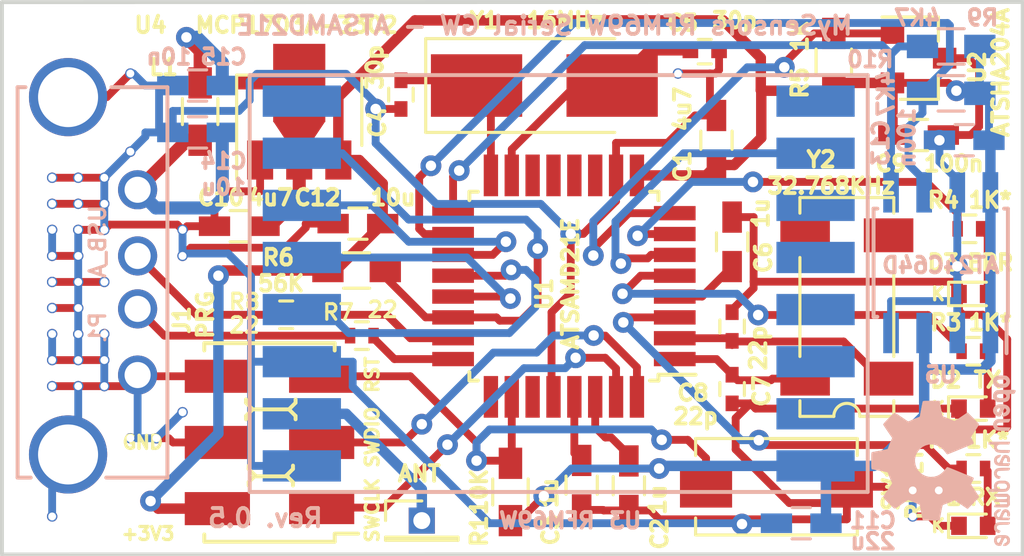
<source format=kicad_pcb>
(kicad_pcb (version 20171130) (host pcbnew "(5.1.12)-1")

  (general
    (thickness 1.6)
    (drawings 14)
    (tracks 470)
    (zones 0)
    (modules 78)
    (nets 33)
  )

  (page A4)
  (layers
    (0 F.Cu signal)
    (31 B.Cu signal)
    (32 B.Adhes user hide)
    (33 F.Adhes user hide)
    (34 B.Paste user hide)
    (35 F.Paste user hide)
    (36 B.SilkS user hide)
    (37 F.SilkS user hide)
    (38 B.Mask user hide)
    (39 F.Mask user hide)
    (40 Dwgs.User user hide)
    (41 Cmts.User user hide)
    (42 Eco1.User user hide)
    (43 Eco2.User user hide)
    (44 Edge.Cuts user)
    (45 Margin user hide)
    (46 B.CrtYd user hide)
    (47 F.CrtYd user hide)
    (48 B.Fab user hide)
    (49 F.Fab user hide)
  )

  (setup
    (last_trace_width 0.3)
    (trace_clearance 0.3)
    (zone_clearance 0.4)
    (zone_45_only yes)
    (trace_min 0.2)
    (via_size 0.8)
    (via_drill 0.4)
    (via_min_size 0.4)
    (via_min_drill 0.3)
    (uvia_size 0.3)
    (uvia_drill 0.1)
    (uvias_allowed no)
    (uvia_min_size 0.2)
    (uvia_min_drill 0.1)
    (edge_width 0.15)
    (segment_width 0.2)
    (pcb_text_width 0.3)
    (pcb_text_size 1.5 1.5)
    (mod_edge_width 0.15)
    (mod_text_size 0.6 0.6)
    (mod_text_width 0.15)
    (pad_size 0.8 0.8)
    (pad_drill 0.4)
    (pad_to_mask_clearance 0.2)
    (aux_axis_origin 0 0)
    (visible_elements 7FFFFF7F)
    (pcbplotparams
      (layerselection 0x010fc_ffffffff)
      (usegerberextensions true)
      (usegerberattributes false)
      (usegerberadvancedattributes false)
      (creategerberjobfile false)
      (excludeedgelayer true)
      (linewidth 0.100000)
      (plotframeref false)
      (viasonmask false)
      (mode 1)
      (useauxorigin false)
      (hpglpennumber 1)
      (hpglpenspeed 20)
      (hpglpendiameter 15.000000)
      (psnegative false)
      (psa4output false)
      (plotreference true)
      (plotvalue true)
      (plotinvisibletext false)
      (padsonsilk false)
      (subtractmaskfromsilk true)
      (outputformat 1)
      (mirror false)
      (drillshape 0)
      (scaleselection 1)
      (outputdirectory "gerber/"))
  )

  (net 0 "")
  (net 1 GND)
  (net 2 +3V3)
  (net 3 "Net-(C5-Pad1)")
  (net 4 "Net-(C6-Pad1)")
  (net 5 "Net-(C7-Pad1)")
  (net 6 "Net-(C8-Pad1)")
  (net 7 "Net-(D1-Pad2)")
  (net 8 "Net-(D2-Pad2)")
  (net 9 "Net-(D3-Pad2)")
  (net 10 /SWCLK)
  (net 11 /RST)
  (net 12 /SWDIO)
  (net 13 /USBDM)
  (net 14 /USBDP)
  (net 15 "Net-(P2-Pad1)")
  (net 16 /GW_RX_LED)
  (net 17 /GW_TX_LED)
  (net 18 /GW_ERR_LED)
  (net 19 /ATSHA204A)
  (net 20 /RFM69W_SS)
  (net 21 /MISO)
  (net 22 /SCK)
  (net 23 /MOSI)
  (net 24 /RFM69W_INT)
  (net 25 "Net-(C4-Pad1)")
  (net 26 /VBUS)
  (net 27 /SCL)
  (net 28 /SDA)
  (net 29 "Net-(C14-Pad2)")
  (net 30 "Net-(P1-Pad2)")
  (net 31 "Net-(P1-Pad3)")
  (net 32 "Net-(C3-Pad1)")

  (net_class Default "This is the default net class."
    (clearance 0.3)
    (trace_width 0.3)
    (via_dia 0.8)
    (via_drill 0.4)
    (uvia_dia 0.3)
    (uvia_drill 0.1)
    (add_net +3V3)
    (add_net /ATSHA204A)
    (add_net /GW_ERR_LED)
    (add_net /GW_RX_LED)
    (add_net /GW_TX_LED)
    (add_net /MISO)
    (add_net /MOSI)
    (add_net /RFM69W_INT)
    (add_net /RFM69W_SS)
    (add_net /RST)
    (add_net /SCK)
    (add_net /SCL)
    (add_net /SDA)
    (add_net /SWCLK)
    (add_net /SWDIO)
    (add_net /USBDM)
    (add_net /USBDP)
    (add_net /VBUS)
    (add_net GND)
    (add_net "Net-(C14-Pad2)")
    (add_net "Net-(C3-Pad1)")
    (add_net "Net-(C4-Pad1)")
    (add_net "Net-(C5-Pad1)")
    (add_net "Net-(C6-Pad1)")
    (add_net "Net-(C7-Pad1)")
    (add_net "Net-(C8-Pad1)")
    (add_net "Net-(D1-Pad2)")
    (add_net "Net-(D2-Pad2)")
    (add_net "Net-(D3-Pad2)")
    (add_net "Net-(P1-Pad2)")
    (add_net "Net-(P1-Pad3)")
    (add_net "Net-(P2-Pad1)")
  )

  (module myfootprints:USB_A_bottom (layer F.Cu) (tedit 58D0FA2F) (tstamp 58C12025)
    (at 109.8 84.6 270)
    (descr "USB A connector")
    (tags "USB USB_A")
    (path /587E0CED)
    (fp_text reference P1 (at 5.28886 1.52888 270) (layer B.SilkS)
      (effects (font (size 0.6 0.6) (thickness 0.12)) (justify mirror))
    )
    (fp_text value USB_A (at 1.98686 1.52888 270) (layer B.SilkS)
      (effects (font (size 0.6 0.6) (thickness 0.12)) (justify mirror))
    )
    (fp_line (start 11.04986 4.6) (end 11.04986 4.097493) (layer B.SilkS) (width 0.15))
    (fp_line (start 11.04986 1.200529) (end 11.04986 -1.14512) (layer B.SilkS) (width 0.15))
    (fp_line (start -3.93614 1.00095) (end -3.93614 -1.14512) (layer B.SilkS) (width 0.15))
    (fp_line (start 11.04986 4.6) (end -3.93614 4.6) (layer B.SilkS) (width 0.15))
    (fp_line (start 11.04986 -1.14512) (end -3.93614 -1.14512) (layer B.SilkS) (width 0.15))
    (fp_line (start -3.93614 4.600354) (end -3.93614 4.297834) (layer B.SilkS) (width 0.15))
    (pad 4 thru_hole circle (at 7.11286 -0.00212 180) (size 1.50114 1.50114) (drill 1.00076) (layers *.Cu *.Mask)
      (net 1 GND))
    (pad 3 thru_hole circle (at 4.57286 -0.00212 180) (size 1.50114 1.50114) (drill 1.00076) (layers *.Cu *.Mask)
      (net 31 "Net-(P1-Pad3)"))
    (pad 2 thru_hole circle (at 2.54086 -0.00212 180) (size 1.50114 1.50114) (drill 1.00076) (layers *.Cu *.Mask)
      (net 30 "Net-(P1-Pad2)"))
    (pad 1 thru_hole circle (at 0.00086 -0.00212 180) (size 1.50114 1.50114) (drill 1.00076) (layers *.Cu *.Mask)
      (net 29 "Net-(C14-Pad2)"))
    (pad 5 thru_hole circle (at 10.16086 2.66488 180) (size 2.99974 2.99974) (drill 2.30124) (layers *.Cu *.Mask)
      (net 1 GND))
    (pad 5 thru_hole circle (at -3.55514 2.66488 180) (size 2.99974 2.99974) (drill 2.30124) (layers *.Cu *.Mask)
      (net 1 GND))
    (model ${KIPRJMOD}/shapes3D/usb_A_male_tht.stp
      (offset (xyz 6.999999894870548 -0.2999999954944519 -0.2999999954944519))
      (scale (xyz 1 1 1))
      (rotate (xyz 180 0 90))
    )
  )

  (module Resistors_SMD:R_0402 (layer F.Cu) (tedit 58D2996D) (tstamp 58D29D28)
    (at 118.4 90.2 180)
    (descr "Resistor SMD 0402, reflow soldering, Vishay (see dcrcw.pdf)")
    (tags "resistor 0402")
    (path /58D29E83)
    (attr smd)
    (fp_text reference R7 (at 0.9 0.9 180) (layer F.SilkS)
      (effects (font (size 0.6 0.6) (thickness 0.12)))
    )
    (fp_text value 22 (at -0.8 1 180) (layer F.SilkS)
      (effects (font (size 0.6 0.6) (thickness 0.12)))
    )
    (fp_line (start 0.8 0.45) (end -0.8 0.45) (layer F.CrtYd) (width 0.05))
    (fp_line (start 0.8 0.45) (end 0.8 -0.45) (layer F.CrtYd) (width 0.05))
    (fp_line (start -0.8 -0.45) (end -0.8 0.45) (layer F.CrtYd) (width 0.05))
    (fp_line (start -0.8 -0.45) (end 0.8 -0.45) (layer F.CrtYd) (width 0.05))
    (fp_line (start -0.25 0.53) (end 0.25 0.53) (layer F.SilkS) (width 0.12))
    (fp_line (start 0.25 -0.53) (end -0.25 -0.53) (layer F.SilkS) (width 0.12))
    (fp_line (start -0.5 -0.25) (end 0.5 -0.25) (layer F.Fab) (width 0.1))
    (fp_line (start 0.5 -0.25) (end 0.5 0.25) (layer F.Fab) (width 0.1))
    (fp_line (start 0.5 0.25) (end -0.5 0.25) (layer F.Fab) (width 0.1))
    (fp_line (start -0.5 0.25) (end -0.5 -0.25) (layer F.Fab) (width 0.1))
    (fp_text user %R (at 0 -1.35 180) (layer F.Fab) hide
      (effects (font (size 1 1) (thickness 0.15)))
    )
    (pad 1 smd rect (at -0.45 0 180) (size 0.4 0.6) (layers F.Cu F.Paste F.Mask)
      (net 14 /USBDP))
    (pad 2 smd rect (at 0.45 0 180) (size 0.4 0.6) (layers F.Cu F.Paste F.Mask)
      (net 31 "Net-(P1-Pad3)"))
    (model ${KIPRJMOD}/shapes3D/R_0402.stp
      (at (xyz 0 0 0))
      (scale (xyz 1 1 1))
      (rotate (xyz 0 0 0))
    )
  )

  (module Resistors_SMD:R_0402 (layer F.Cu) (tedit 58D29971) (tstamp 58D29D39)
    (at 115.5 89.4 180)
    (descr "Resistor SMD 0402, reflow soldering, Vishay (see dcrcw.pdf)")
    (tags "resistor 0402")
    (path /58D2A4C3)
    (attr smd)
    (fp_text reference R8 (at 1.6 0.5 180) (layer F.SilkS)
      (effects (font (size 0.6 0.6) (thickness 0.12)))
    )
    (fp_text value 22 (at 1.6 -0.4 180) (layer F.SilkS)
      (effects (font (size 0.6 0.6) (thickness 0.12)))
    )
    (fp_line (start -0.5 0.25) (end -0.5 -0.25) (layer F.Fab) (width 0.1))
    (fp_line (start 0.5 0.25) (end -0.5 0.25) (layer F.Fab) (width 0.1))
    (fp_line (start 0.5 -0.25) (end 0.5 0.25) (layer F.Fab) (width 0.1))
    (fp_line (start -0.5 -0.25) (end 0.5 -0.25) (layer F.Fab) (width 0.1))
    (fp_line (start 0.25 -0.53) (end -0.25 -0.53) (layer F.SilkS) (width 0.12))
    (fp_line (start -0.25 0.53) (end 0.25 0.53) (layer F.SilkS) (width 0.12))
    (fp_line (start -0.8 -0.45) (end 0.8 -0.45) (layer F.CrtYd) (width 0.05))
    (fp_line (start -0.8 -0.45) (end -0.8 0.45) (layer F.CrtYd) (width 0.05))
    (fp_line (start 0.8 0.45) (end 0.8 -0.45) (layer F.CrtYd) (width 0.05))
    (fp_line (start 0.8 0.45) (end -0.8 0.45) (layer F.CrtYd) (width 0.05))
    (fp_text user %R (at 0 -1.35 180) (layer F.Fab) hide
      (effects (font (size 1 1) (thickness 0.15)))
    )
    (pad 2 smd rect (at 0.45 0 180) (size 0.4 0.6) (layers F.Cu F.Paste F.Mask)
      (net 30 "Net-(P1-Pad2)"))
    (pad 1 smd rect (at -0.45 0 180) (size 0.4 0.6) (layers F.Cu F.Paste F.Mask)
      (net 13 /USBDM))
    (model ${KIPRJMOD}/shapes3D/R_0402.stp
      (at (xyz 0 0 0))
      (scale (xyz 1 1 1))
      (rotate (xyz 0 0 0))
    )
  )

  (module Symbols:OSHW-Logo2_7.3x6mm_SilkScreen locked (layer B.Cu) (tedit 0) (tstamp 58C15051)
    (at 140.7 95 270)
    (descr "Open Source Hardware Symbol")
    (tags "Logo Symbol OSHW")
    (attr virtual)
    (fp_text reference REF*** (at 0 0 270) (layer B.SilkS) hide
      (effects (font (size 1 1) (thickness 0.15)) (justify mirror))
    )
    (fp_text value OSHW-Logo2_7.3x6mm_SilkScreen (at 0.75 0 270) (layer B.Fab) hide
      (effects (font (size 1 1) (thickness 0.15)) (justify mirror))
    )
    (fp_poly (pts (xy 0.10391 2.757652) (xy 0.182454 2.757222) (xy 0.239298 2.756058) (xy 0.278105 2.753793)
      (xy 0.302538 2.75006) (xy 0.316262 2.744494) (xy 0.32294 2.736727) (xy 0.326236 2.726395)
      (xy 0.326556 2.725057) (xy 0.331562 2.700921) (xy 0.340829 2.653299) (xy 0.353392 2.587259)
      (xy 0.368287 2.507872) (xy 0.384551 2.420204) (xy 0.385119 2.417125) (xy 0.40141 2.331211)
      (xy 0.416652 2.255304) (xy 0.429861 2.193955) (xy 0.440054 2.151718) (xy 0.446248 2.133145)
      (xy 0.446543 2.132816) (xy 0.464788 2.123747) (xy 0.502405 2.108633) (xy 0.551271 2.090738)
      (xy 0.551543 2.090642) (xy 0.613093 2.067507) (xy 0.685657 2.038035) (xy 0.754057 2.008403)
      (xy 0.757294 2.006938) (xy 0.868702 1.956374) (xy 1.115399 2.12484) (xy 1.191077 2.176197)
      (xy 1.259631 2.222111) (xy 1.317088 2.25997) (xy 1.359476 2.287163) (xy 1.382825 2.301079)
      (xy 1.385042 2.302111) (xy 1.40201 2.297516) (xy 1.433701 2.275345) (xy 1.481352 2.234553)
      (xy 1.546198 2.174095) (xy 1.612397 2.109773) (xy 1.676214 2.046388) (xy 1.733329 1.988549)
      (xy 1.780305 1.939825) (xy 1.813703 1.90379) (xy 1.830085 1.884016) (xy 1.830694 1.882998)
      (xy 1.832505 1.869428) (xy 1.825683 1.847267) (xy 1.80854 1.813522) (xy 1.779393 1.7652)
      (xy 1.736555 1.699308) (xy 1.679448 1.614483) (xy 1.628766 1.539823) (xy 1.583461 1.47286)
      (xy 1.54615 1.417484) (xy 1.519452 1.37758) (xy 1.505985 1.357038) (xy 1.505137 1.355644)
      (xy 1.506781 1.335962) (xy 1.519245 1.297707) (xy 1.540048 1.248111) (xy 1.547462 1.232272)
      (xy 1.579814 1.16171) (xy 1.614328 1.081647) (xy 1.642365 1.012371) (xy 1.662568 0.960955)
      (xy 1.678615 0.921881) (xy 1.687888 0.901459) (xy 1.689041 0.899886) (xy 1.706096 0.897279)
      (xy 1.746298 0.890137) (xy 1.804302 0.879477) (xy 1.874763 0.866315) (xy 1.952335 0.851667)
      (xy 2.031672 0.836551) (xy 2.107431 0.821982) (xy 2.174264 0.808978) (xy 2.226828 0.798555)
      (xy 2.259776 0.79173) (xy 2.267857 0.789801) (xy 2.276205 0.785038) (xy 2.282506 0.774282)
      (xy 2.287045 0.753902) (xy 2.290104 0.720266) (xy 2.291967 0.669745) (xy 2.292918 0.598708)
      (xy 2.29324 0.503524) (xy 2.293257 0.464508) (xy 2.293257 0.147201) (xy 2.217057 0.132161)
      (xy 2.174663 0.124005) (xy 2.1114 0.112101) (xy 2.034962 0.097884) (xy 1.953043 0.08279)
      (xy 1.9304 0.078645) (xy 1.854806 0.063947) (xy 1.788953 0.049495) (xy 1.738366 0.036625)
      (xy 1.708574 0.026678) (xy 1.703612 0.023713) (xy 1.691426 0.002717) (xy 1.673953 -0.037967)
      (xy 1.654577 -0.090322) (xy 1.650734 -0.1016) (xy 1.625339 -0.171523) (xy 1.593817 -0.250418)
      (xy 1.562969 -0.321266) (xy 1.562817 -0.321595) (xy 1.511447 -0.432733) (xy 1.680399 -0.681253)
      (xy 1.849352 -0.929772) (xy 1.632429 -1.147058) (xy 1.566819 -1.211726) (xy 1.506979 -1.268733)
      (xy 1.456267 -1.315033) (xy 1.418046 -1.347584) (xy 1.395675 -1.363343) (xy 1.392466 -1.364343)
      (xy 1.373626 -1.356469) (xy 1.33518 -1.334578) (xy 1.28133 -1.301267) (xy 1.216276 -1.259131)
      (xy 1.14594 -1.211943) (xy 1.074555 -1.16381) (xy 1.010908 -1.121928) (xy 0.959041 -1.088871)
      (xy 0.922995 -1.067218) (xy 0.906867 -1.059543) (xy 0.887189 -1.066037) (xy 0.849875 -1.08315)
      (xy 0.802621 -1.107326) (xy 0.797612 -1.110013) (xy 0.733977 -1.141927) (xy 0.690341 -1.157579)
      (xy 0.663202 -1.157745) (xy 0.649057 -1.143204) (xy 0.648975 -1.143) (xy 0.641905 -1.125779)
      (xy 0.625042 -1.084899) (xy 0.599695 -1.023525) (xy 0.567171 -0.944819) (xy 0.528778 -0.851947)
      (xy 0.485822 -0.748072) (xy 0.444222 -0.647502) (xy 0.398504 -0.536516) (xy 0.356526 -0.433703)
      (xy 0.319548 -0.342215) (xy 0.288827 -0.265201) (xy 0.265622 -0.205815) (xy 0.25119 -0.167209)
      (xy 0.246743 -0.1528) (xy 0.257896 -0.136272) (xy 0.287069 -0.10993) (xy 0.325971 -0.080887)
      (xy 0.436757 0.010961) (xy 0.523351 0.116241) (xy 0.584716 0.232734) (xy 0.619815 0.358224)
      (xy 0.627608 0.490493) (xy 0.621943 0.551543) (xy 0.591078 0.678205) (xy 0.53792 0.790059)
      (xy 0.465767 0.885999) (xy 0.377917 0.964924) (xy 0.277665 1.02573) (xy 0.16831 1.067313)
      (xy 0.053147 1.088572) (xy -0.064525 1.088401) (xy -0.18141 1.065699) (xy -0.294211 1.019362)
      (xy -0.399631 0.948287) (xy -0.443632 0.908089) (xy -0.528021 0.804871) (xy -0.586778 0.692075)
      (xy -0.620296 0.57299) (xy -0.628965 0.450905) (xy -0.613177 0.329107) (xy -0.573322 0.210884)
      (xy -0.509793 0.099525) (xy -0.422979 -0.001684) (xy -0.325971 -0.080887) (xy -0.285563 -0.111162)
      (xy -0.257018 -0.137219) (xy -0.246743 -0.152825) (xy -0.252123 -0.169843) (xy -0.267425 -0.2105)
      (xy -0.291388 -0.271642) (xy -0.322756 -0.350119) (xy -0.360268 -0.44278) (xy -0.402667 -0.546472)
      (xy -0.444337 -0.647526) (xy -0.49031 -0.758607) (xy -0.532893 -0.861541) (xy -0.570779 -0.953165)
      (xy -0.60266 -1.030316) (xy -0.627229 -1.089831) (xy -0.64318 -1.128544) (xy -0.64909 -1.143)
      (xy -0.663052 -1.157685) (xy -0.69006 -1.157642) (xy -0.733587 -1.142099) (xy -0.79711 -1.110284)
      (xy -0.797612 -1.110013) (xy -0.84544 -1.085323) (xy -0.884103 -1.067338) (xy -0.905905 -1.059614)
      (xy -0.906867 -1.059543) (xy -0.923279 -1.067378) (xy -0.959513 -1.089165) (xy -1.011526 -1.122328)
      (xy -1.075275 -1.164291) (xy -1.14594 -1.211943) (xy -1.217884 -1.260191) (xy -1.282726 -1.302151)
      (xy -1.336265 -1.335227) (xy -1.374303 -1.356821) (xy -1.392467 -1.364343) (xy -1.409192 -1.354457)
      (xy -1.44282 -1.326826) (xy -1.48999 -1.284495) (xy -1.547342 -1.230505) (xy -1.611516 -1.167899)
      (xy -1.632503 -1.146983) (xy -1.849501 -0.929623) (xy -1.684332 -0.68722) (xy -1.634136 -0.612781)
      (xy -1.590081 -0.545972) (xy -1.554638 -0.490665) (xy -1.530281 -0.450729) (xy -1.519478 -0.430036)
      (xy -1.519162 -0.428563) (xy -1.524857 -0.409058) (xy -1.540174 -0.369822) (xy -1.562463 -0.31743)
      (xy -1.578107 -0.282355) (xy -1.607359 -0.215201) (xy -1.634906 -0.147358) (xy -1.656263 -0.090034)
      (xy -1.662065 -0.072572) (xy -1.678548 -0.025938) (xy -1.69466 0.010095) (xy -1.70351 0.023713)
      (xy -1.72304 0.032048) (xy -1.765666 0.043863) (xy -1.825855 0.057819) (xy -1.898078 0.072578)
      (xy -1.9304 0.078645) (xy -2.012478 0.093727) (xy -2.091205 0.108331) (xy -2.158891 0.12102)
      (xy -2.20784 0.130358) (xy -2.217057 0.132161) (xy -2.293257 0.147201) (xy -2.293257 0.464508)
      (xy -2.293086 0.568846) (xy -2.292384 0.647787) (xy -2.290866 0.704962) (xy -2.288251 0.744001)
      (xy -2.284254 0.768535) (xy -2.278591 0.782195) (xy -2.27098 0.788611) (xy -2.267857 0.789801)
      (xy -2.249022 0.79402) (xy -2.207412 0.802438) (xy -2.14837 0.814039) (xy -2.077243 0.827805)
      (xy -1.999375 0.84272) (xy -1.920113 0.857768) (xy -1.844802 0.871931) (xy -1.778787 0.884194)
      (xy -1.727413 0.893539) (xy -1.696025 0.89895) (xy -1.689041 0.899886) (xy -1.682715 0.912404)
      (xy -1.66871 0.945754) (xy -1.649645 0.993623) (xy -1.642366 1.012371) (xy -1.613004 1.084805)
      (xy -1.578429 1.16483) (xy -1.547463 1.232272) (xy -1.524677 1.283841) (xy -1.509518 1.326215)
      (xy -1.504458 1.352166) (xy -1.505264 1.355644) (xy -1.515959 1.372064) (xy -1.54038 1.408583)
      (xy -1.575905 1.461313) (xy -1.619913 1.526365) (xy -1.669783 1.599849) (xy -1.679644 1.614355)
      (xy -1.737508 1.700296) (xy -1.780044 1.765739) (xy -1.808946 1.813696) (xy -1.82591 1.84718)
      (xy -1.832633 1.869205) (xy -1.83081 1.882783) (xy -1.830764 1.882869) (xy -1.816414 1.900703)
      (xy -1.784677 1.935183) (xy -1.73899 1.982732) (xy -1.682796 2.039778) (xy -1.619532 2.102745)
      (xy -1.612398 2.109773) (xy -1.53267 2.18698) (xy -1.471143 2.24367) (xy -1.426579 2.28089)
      (xy -1.397743 2.299685) (xy -1.385042 2.302111) (xy -1.366506 2.291529) (xy -1.328039 2.267084)
      (xy -1.273614 2.231388) (xy -1.207202 2.187053) (xy -1.132775 2.136689) (xy -1.115399 2.12484)
      (xy -0.868703 1.956374) (xy -0.757294 2.006938) (xy -0.689543 2.036405) (xy -0.616817 2.066041)
      (xy -0.554297 2.08967) (xy -0.551543 2.090642) (xy -0.50264 2.108543) (xy -0.464943 2.12368)
      (xy -0.446575 2.13279) (xy -0.446544 2.132816) (xy -0.440715 2.149283) (xy -0.430808 2.189781)
      (xy -0.417805 2.249758) (xy -0.402691 2.32466) (xy -0.386448 2.409936) (xy -0.385119 2.417125)
      (xy -0.368825 2.504986) (xy -0.353867 2.58474) (xy -0.341209 2.651319) (xy -0.331814 2.699653)
      (xy -0.326646 2.724675) (xy -0.326556 2.725057) (xy -0.323411 2.735701) (xy -0.317296 2.743738)
      (xy -0.304547 2.749533) (xy -0.2815 2.753453) (xy -0.244491 2.755865) (xy -0.189856 2.757135)
      (xy -0.113933 2.757629) (xy -0.013056 2.757714) (xy 0 2.757714) (xy 0.10391 2.757652)) (layer B.SilkS) (width 0.01))
    (fp_poly (pts (xy 3.153595 -1.966966) (xy 3.211021 -2.004497) (xy 3.238719 -2.038096) (xy 3.260662 -2.099064)
      (xy 3.262405 -2.147308) (xy 3.258457 -2.211816) (xy 3.109686 -2.276934) (xy 3.037349 -2.310202)
      (xy 2.990084 -2.336964) (xy 2.965507 -2.360144) (xy 2.961237 -2.382667) (xy 2.974889 -2.407455)
      (xy 2.989943 -2.423886) (xy 3.033746 -2.450235) (xy 3.081389 -2.452081) (xy 3.125145 -2.431546)
      (xy 3.157289 -2.390752) (xy 3.163038 -2.376347) (xy 3.190576 -2.331356) (xy 3.222258 -2.312182)
      (xy 3.265714 -2.295779) (xy 3.265714 -2.357966) (xy 3.261872 -2.400283) (xy 3.246823 -2.435969)
      (xy 3.21528 -2.476943) (xy 3.210592 -2.482267) (xy 3.175506 -2.51872) (xy 3.145347 -2.538283)
      (xy 3.107615 -2.547283) (xy 3.076335 -2.55023) (xy 3.020385 -2.550965) (xy 2.980555 -2.54166)
      (xy 2.955708 -2.527846) (xy 2.916656 -2.497467) (xy 2.889625 -2.464613) (xy 2.872517 -2.423294)
      (xy 2.863238 -2.367521) (xy 2.859693 -2.291305) (xy 2.85941 -2.252622) (xy 2.860372 -2.206247)
      (xy 2.948007 -2.206247) (xy 2.949023 -2.231126) (xy 2.951556 -2.2352) (xy 2.968274 -2.229665)
      (xy 3.004249 -2.215017) (xy 3.052331 -2.19419) (xy 3.062386 -2.189714) (xy 3.123152 -2.158814)
      (xy 3.156632 -2.131657) (xy 3.16399 -2.10622) (xy 3.146391 -2.080481) (xy 3.131856 -2.069109)
      (xy 3.07941 -2.046364) (xy 3.030322 -2.050122) (xy 2.989227 -2.077884) (xy 2.960758 -2.127152)
      (xy 2.951631 -2.166257) (xy 2.948007 -2.206247) (xy 2.860372 -2.206247) (xy 2.861285 -2.162249)
      (xy 2.868196 -2.095384) (xy 2.881884 -2.046695) (xy 2.904096 -2.010849) (xy 2.936574 -1.982513)
      (xy 2.950733 -1.973355) (xy 3.015053 -1.949507) (xy 3.085473 -1.948006) (xy 3.153595 -1.966966)) (layer B.SilkS) (width 0.01))
    (fp_poly (pts (xy 2.6526 -1.958752) (xy 2.669948 -1.966334) (xy 2.711356 -1.999128) (xy 2.746765 -2.046547)
      (xy 2.768664 -2.097151) (xy 2.772229 -2.122098) (xy 2.760279 -2.156927) (xy 2.734067 -2.175357)
      (xy 2.705964 -2.186516) (xy 2.693095 -2.188572) (xy 2.686829 -2.173649) (xy 2.674456 -2.141175)
      (xy 2.669028 -2.126502) (xy 2.63859 -2.075744) (xy 2.59452 -2.050427) (xy 2.53801 -2.051206)
      (xy 2.533825 -2.052203) (xy 2.503655 -2.066507) (xy 2.481476 -2.094393) (xy 2.466327 -2.139287)
      (xy 2.45725 -2.204615) (xy 2.453286 -2.293804) (xy 2.452914 -2.341261) (xy 2.45273 -2.416071)
      (xy 2.451522 -2.467069) (xy 2.448309 -2.499471) (xy 2.442109 -2.518495) (xy 2.43194 -2.529356)
      (xy 2.416819 -2.537272) (xy 2.415946 -2.53767) (xy 2.386828 -2.549981) (xy 2.372403 -2.554514)
      (xy 2.370186 -2.540809) (xy 2.368289 -2.502925) (xy 2.366847 -2.445715) (xy 2.365998 -2.374027)
      (xy 2.365829 -2.321565) (xy 2.366692 -2.220047) (xy 2.37007 -2.143032) (xy 2.377142 -2.086023)
      (xy 2.389088 -2.044526) (xy 2.40709 -2.014043) (xy 2.432327 -1.99008) (xy 2.457247 -1.973355)
      (xy 2.517171 -1.951097) (xy 2.586911 -1.946076) (xy 2.6526 -1.958752)) (layer B.SilkS) (width 0.01))
    (fp_poly (pts (xy 2.144876 -1.956335) (xy 2.186667 -1.975344) (xy 2.219469 -1.998378) (xy 2.243503 -2.024133)
      (xy 2.260097 -2.057358) (xy 2.270577 -2.1028) (xy 2.276271 -2.165207) (xy 2.278507 -2.249327)
      (xy 2.278743 -2.304721) (xy 2.278743 -2.520826) (xy 2.241774 -2.53767) (xy 2.212656 -2.549981)
      (xy 2.198231 -2.554514) (xy 2.195472 -2.541025) (xy 2.193282 -2.504653) (xy 2.191942 -2.451542)
      (xy 2.191657 -2.409372) (xy 2.190434 -2.348447) (xy 2.187136 -2.300115) (xy 2.182321 -2.270518)
      (xy 2.178496 -2.264229) (xy 2.152783 -2.270652) (xy 2.112418 -2.287125) (xy 2.065679 -2.309458)
      (xy 2.020845 -2.333457) (xy 1.986193 -2.35493) (xy 1.970002 -2.369685) (xy 1.969938 -2.369845)
      (xy 1.97133 -2.397152) (xy 1.983818 -2.423219) (xy 2.005743 -2.444392) (xy 2.037743 -2.451474)
      (xy 2.065092 -2.450649) (xy 2.103826 -2.450042) (xy 2.124158 -2.459116) (xy 2.136369 -2.483092)
      (xy 2.137909 -2.487613) (xy 2.143203 -2.521806) (xy 2.129047 -2.542568) (xy 2.092148 -2.552462)
      (xy 2.052289 -2.554292) (xy 1.980562 -2.540727) (xy 1.943432 -2.521355) (xy 1.897576 -2.475845)
      (xy 1.873256 -2.419983) (xy 1.871073 -2.360957) (xy 1.891629 -2.305953) (xy 1.922549 -2.271486)
      (xy 1.95342 -2.252189) (xy 2.001942 -2.227759) (xy 2.058485 -2.202985) (xy 2.06791 -2.199199)
      (xy 2.130019 -2.171791) (xy 2.165822 -2.147634) (xy 2.177337 -2.123619) (xy 2.16658 -2.096635)
      (xy 2.148114 -2.075543) (xy 2.104469 -2.049572) (xy 2.056446 -2.047624) (xy 2.012406 -2.067637)
      (xy 1.980709 -2.107551) (xy 1.976549 -2.117848) (xy 1.952327 -2.155724) (xy 1.916965 -2.183842)
      (xy 1.872343 -2.206917) (xy 1.872343 -2.141485) (xy 1.874969 -2.101506) (xy 1.88623 -2.069997)
      (xy 1.911199 -2.036378) (xy 1.935169 -2.010484) (xy 1.972441 -1.973817) (xy 2.001401 -1.954121)
      (xy 2.032505 -1.94622) (xy 2.067713 -1.944914) (xy 2.144876 -1.956335)) (layer B.SilkS) (width 0.01))
    (fp_poly (pts (xy 1.779833 -1.958663) (xy 1.782048 -1.99685) (xy 1.783784 -2.054886) (xy 1.784899 -2.12818)
      (xy 1.785257 -2.205055) (xy 1.785257 -2.465196) (xy 1.739326 -2.511127) (xy 1.707675 -2.539429)
      (xy 1.67989 -2.550893) (xy 1.641915 -2.550168) (xy 1.62684 -2.548321) (xy 1.579726 -2.542948)
      (xy 1.540756 -2.539869) (xy 1.531257 -2.539585) (xy 1.499233 -2.541445) (xy 1.453432 -2.546114)
      (xy 1.435674 -2.548321) (xy 1.392057 -2.551735) (xy 1.362745 -2.54432) (xy 1.33368 -2.521427)
      (xy 1.323188 -2.511127) (xy 1.277257 -2.465196) (xy 1.277257 -1.978602) (xy 1.314226 -1.961758)
      (xy 1.346059 -1.949282) (xy 1.364683 -1.944914) (xy 1.369458 -1.958718) (xy 1.373921 -1.997286)
      (xy 1.377775 -2.056356) (xy 1.380722 -2.131663) (xy 1.382143 -2.195286) (xy 1.386114 -2.445657)
      (xy 1.420759 -2.450556) (xy 1.452268 -2.447131) (xy 1.467708 -2.436041) (xy 1.472023 -2.415308)
      (xy 1.475708 -2.371145) (xy 1.478469 -2.309146) (xy 1.480012 -2.234909) (xy 1.480235 -2.196706)
      (xy 1.480457 -1.976783) (xy 1.526166 -1.960849) (xy 1.558518 -1.950015) (xy 1.576115 -1.944962)
      (xy 1.576623 -1.944914) (xy 1.578388 -1.958648) (xy 1.580329 -1.99673) (xy 1.582282 -2.054482)
      (xy 1.584084 -2.127227) (xy 1.585343 -2.195286) (xy 1.589314 -2.445657) (xy 1.6764 -2.445657)
      (xy 1.680396 -2.21724) (xy 1.684392 -1.988822) (xy 1.726847 -1.966868) (xy 1.758192 -1.951793)
      (xy 1.776744 -1.944951) (xy 1.777279 -1.944914) (xy 1.779833 -1.958663)) (layer B.SilkS) (width 0.01))
    (fp_poly (pts (xy 1.190117 -2.065358) (xy 1.189933 -2.173837) (xy 1.189219 -2.257287) (xy 1.187675 -2.319704)
      (xy 1.185001 -2.365085) (xy 1.180894 -2.397429) (xy 1.175055 -2.420733) (xy 1.167182 -2.438995)
      (xy 1.161221 -2.449418) (xy 1.111855 -2.505945) (xy 1.049264 -2.541377) (xy 0.980013 -2.55409)
      (xy 0.910668 -2.542463) (xy 0.869375 -2.521568) (xy 0.826025 -2.485422) (xy 0.796481 -2.441276)
      (xy 0.778655 -2.383462) (xy 0.770463 -2.306313) (xy 0.769302 -2.249714) (xy 0.769458 -2.245647)
      (xy 0.870857 -2.245647) (xy 0.871476 -2.31055) (xy 0.874314 -2.353514) (xy 0.88084 -2.381622)
      (xy 0.892523 -2.401953) (xy 0.906483 -2.417288) (xy 0.953365 -2.44689) (xy 1.003701 -2.449419)
      (xy 1.051276 -2.424705) (xy 1.054979 -2.421356) (xy 1.070783 -2.403935) (xy 1.080693 -2.383209)
      (xy 1.086058 -2.352362) (xy 1.088228 -2.304577) (xy 1.088571 -2.251748) (xy 1.087827 -2.185381)
      (xy 1.084748 -2.141106) (xy 1.078061 -2.112009) (xy 1.066496 -2.091173) (xy 1.057013 -2.080107)
      (xy 1.01296 -2.052198) (xy 0.962224 -2.048843) (xy 0.913796 -2.070159) (xy 0.90445 -2.078073)
      (xy 0.88854 -2.095647) (xy 0.87861 -2.116587) (xy 0.873278 -2.147782) (xy 0.871163 -2.196122)
      (xy 0.870857 -2.245647) (xy 0.769458 -2.245647) (xy 0.77281 -2.158568) (xy 0.784726 -2.090086)
      (xy 0.807135 -2.0386) (xy 0.842124 -1.998443) (xy 0.869375 -1.977861) (xy 0.918907 -1.955625)
      (xy 0.976316 -1.945304) (xy 1.029682 -1.948067) (xy 1.059543 -1.959212) (xy 1.071261 -1.962383)
      (xy 1.079037 -1.950557) (xy 1.084465 -1.918866) (xy 1.088571 -1.870593) (xy 1.093067 -1.816829)
      (xy 1.099313 -1.784482) (xy 1.110676 -1.765985) (xy 1.130528 -1.75377) (xy 1.143 -1.748362)
      (xy 1.190171 -1.728601) (xy 1.190117 -2.065358)) (layer B.SilkS) (width 0.01))
    (fp_poly (pts (xy 0.529926 -1.949755) (xy 0.595858 -1.974084) (xy 0.649273 -2.017117) (xy 0.670164 -2.047409)
      (xy 0.692939 -2.102994) (xy 0.692466 -2.143186) (xy 0.668562 -2.170217) (xy 0.659717 -2.174813)
      (xy 0.62153 -2.189144) (xy 0.602028 -2.185472) (xy 0.595422 -2.161407) (xy 0.595086 -2.148114)
      (xy 0.582992 -2.09921) (xy 0.551471 -2.064999) (xy 0.507659 -2.048476) (xy 0.458695 -2.052634)
      (xy 0.418894 -2.074227) (xy 0.40545 -2.086544) (xy 0.395921 -2.101487) (xy 0.389485 -2.124075)
      (xy 0.385317 -2.159328) (xy 0.382597 -2.212266) (xy 0.380502 -2.287907) (xy 0.37996 -2.311857)
      (xy 0.377981 -2.39379) (xy 0.375731 -2.451455) (xy 0.372357 -2.489608) (xy 0.367006 -2.513004)
      (xy 0.358824 -2.526398) (xy 0.346959 -2.534545) (xy 0.339362 -2.538144) (xy 0.307102 -2.550452)
      (xy 0.288111 -2.554514) (xy 0.281836 -2.540948) (xy 0.278006 -2.499934) (xy 0.2766 -2.430999)
      (xy 0.277598 -2.333669) (xy 0.277908 -2.318657) (xy 0.280101 -2.229859) (xy 0.282693 -2.165019)
      (xy 0.286382 -2.119067) (xy 0.291864 -2.086935) (xy 0.299835 -2.063553) (xy 0.310993 -2.043852)
      (xy 0.31683 -2.03541) (xy 0.350296 -1.998057) (xy 0.387727 -1.969003) (xy 0.392309 -1.966467)
      (xy 0.459426 -1.946443) (xy 0.529926 -1.949755)) (layer B.SilkS) (width 0.01))
    (fp_poly (pts (xy 0.039744 -1.950968) (xy 0.096616 -1.972087) (xy 0.097267 -1.972493) (xy 0.13244 -1.99838)
      (xy 0.158407 -2.028633) (xy 0.17667 -2.068058) (xy 0.188732 -2.121462) (xy 0.196096 -2.193651)
      (xy 0.200264 -2.289432) (xy 0.200629 -2.303078) (xy 0.205876 -2.508842) (xy 0.161716 -2.531678)
      (xy 0.129763 -2.54711) (xy 0.11047 -2.554423) (xy 0.109578 -2.554514) (xy 0.106239 -2.541022)
      (xy 0.103587 -2.504626) (xy 0.101956 -2.451452) (xy 0.1016 -2.408393) (xy 0.101592 -2.338641)
      (xy 0.098403 -2.294837) (xy 0.087288 -2.273944) (xy 0.063501 -2.272925) (xy 0.022296 -2.288741)
      (xy -0.039914 -2.317815) (xy -0.085659 -2.341963) (xy -0.109187 -2.362913) (xy -0.116104 -2.385747)
      (xy -0.116114 -2.386877) (xy -0.104701 -2.426212) (xy -0.070908 -2.447462) (xy -0.019191 -2.450539)
      (xy 0.018061 -2.450006) (xy 0.037703 -2.460735) (xy 0.049952 -2.486505) (xy 0.057002 -2.519337)
      (xy 0.046842 -2.537966) (xy 0.043017 -2.540632) (xy 0.007001 -2.55134) (xy -0.043434 -2.552856)
      (xy -0.095374 -2.545759) (xy -0.132178 -2.532788) (xy -0.183062 -2.489585) (xy -0.211986 -2.429446)
      (xy -0.217714 -2.382462) (xy -0.213343 -2.340082) (xy -0.197525 -2.305488) (xy -0.166203 -2.274763)
      (xy -0.115322 -2.24399) (xy -0.040824 -2.209252) (xy -0.036286 -2.207288) (xy 0.030821 -2.176287)
      (xy 0.072232 -2.150862) (xy 0.089981 -2.128014) (xy 0.086107 -2.104745) (xy 0.062643 -2.078056)
      (xy 0.055627 -2.071914) (xy 0.00863 -2.0481) (xy -0.040067 -2.049103) (xy -0.082478 -2.072451)
      (xy -0.110616 -2.115675) (xy -0.113231 -2.12416) (xy -0.138692 -2.165308) (xy -0.170999 -2.185128)
      (xy -0.217714 -2.20477) (xy -0.217714 -2.15395) (xy -0.203504 -2.080082) (xy -0.161325 -2.012327)
      (xy -0.139376 -1.989661) (xy -0.089483 -1.960569) (xy -0.026033 -1.9474) (xy 0.039744 -1.950968)) (layer B.SilkS) (width 0.01))
    (fp_poly (pts (xy -0.624114 -1.851289) (xy -0.619861 -1.910613) (xy -0.614975 -1.945572) (xy -0.608205 -1.96082)
      (xy -0.598298 -1.961015) (xy -0.595086 -1.959195) (xy -0.552356 -1.946015) (xy -0.496773 -1.946785)
      (xy -0.440263 -1.960333) (xy -0.404918 -1.977861) (xy -0.368679 -2.005861) (xy -0.342187 -2.037549)
      (xy -0.324001 -2.077813) (xy -0.312678 -2.131543) (xy -0.306778 -2.203626) (xy -0.304857 -2.298951)
      (xy -0.304823 -2.317237) (xy -0.3048 -2.522646) (xy -0.350509 -2.53858) (xy -0.382973 -2.54942)
      (xy -0.400785 -2.554468) (xy -0.401309 -2.554514) (xy -0.403063 -2.540828) (xy -0.404556 -2.503076)
      (xy -0.405674 -2.446224) (xy -0.406303 -2.375234) (xy -0.4064 -2.332073) (xy -0.406602 -2.246973)
      (xy -0.407642 -2.185981) (xy -0.410169 -2.144177) (xy -0.414836 -2.116642) (xy -0.422293 -2.098456)
      (xy -0.433189 -2.084698) (xy -0.439993 -2.078073) (xy -0.486728 -2.051375) (xy -0.537728 -2.049375)
      (xy -0.583999 -2.071955) (xy -0.592556 -2.080107) (xy -0.605107 -2.095436) (xy -0.613812 -2.113618)
      (xy -0.619369 -2.139909) (xy -0.622474 -2.179562) (xy -0.623824 -2.237832) (xy -0.624114 -2.318173)
      (xy -0.624114 -2.522646) (xy -0.669823 -2.53858) (xy -0.702287 -2.54942) (xy -0.720099 -2.554468)
      (xy -0.720623 -2.554514) (xy -0.721963 -2.540623) (xy -0.723172 -2.501439) (xy -0.724199 -2.4407)
      (xy -0.724998 -2.362141) (xy -0.725519 -2.269498) (xy -0.725714 -2.166509) (xy -0.725714 -1.769342)
      (xy -0.678543 -1.749444) (xy -0.631371 -1.729547) (xy -0.624114 -1.851289)) (layer B.SilkS) (width 0.01))
    (fp_poly (pts (xy -1.831697 -1.931239) (xy -1.774473 -1.969735) (xy -1.730251 -2.025335) (xy -1.703833 -2.096086)
      (xy -1.69849 -2.148162) (xy -1.699097 -2.169893) (xy -1.704178 -2.186531) (xy -1.718145 -2.201437)
      (xy -1.745411 -2.217973) (xy -1.790388 -2.239498) (xy -1.857489 -2.269374) (xy -1.857829 -2.269524)
      (xy -1.919593 -2.297813) (xy -1.970241 -2.322933) (xy -2.004596 -2.342179) (xy -2.017482 -2.352848)
      (xy -2.017486 -2.352934) (xy -2.006128 -2.376166) (xy -1.979569 -2.401774) (xy -1.949077 -2.420221)
      (xy -1.93363 -2.423886) (xy -1.891485 -2.411212) (xy -1.855192 -2.379471) (xy -1.837483 -2.344572)
      (xy -1.820448 -2.318845) (xy -1.787078 -2.289546) (xy -1.747851 -2.264235) (xy -1.713244 -2.250471)
      (xy -1.706007 -2.249714) (xy -1.697861 -2.26216) (xy -1.69737 -2.293972) (xy -1.703357 -2.336866)
      (xy -1.714643 -2.382558) (xy -1.73005 -2.422761) (xy -1.730829 -2.424322) (xy -1.777196 -2.489062)
      (xy -1.837289 -2.533097) (xy -1.905535 -2.554711) (xy -1.976362 -2.552185) (xy -2.044196 -2.523804)
      (xy -2.047212 -2.521808) (xy -2.100573 -2.473448) (xy -2.13566 -2.410352) (xy -2.155078 -2.327387)
      (xy -2.157684 -2.304078) (xy -2.162299 -2.194055) (xy -2.156767 -2.142748) (xy -2.017486 -2.142748)
      (xy -2.015676 -2.174753) (xy -2.005778 -2.184093) (xy -1.981102 -2.177105) (xy -1.942205 -2.160587)
      (xy -1.898725 -2.139881) (xy -1.897644 -2.139333) (xy -1.860791 -2.119949) (xy -1.846 -2.107013)
      (xy -1.849647 -2.093451) (xy -1.865005 -2.075632) (xy -1.904077 -2.049845) (xy -1.946154 -2.04795)
      (xy -1.983897 -2.066717) (xy -2.009966 -2.102915) (xy -2.017486 -2.142748) (xy -2.156767 -2.142748)
      (xy -2.152806 -2.106027) (xy -2.12845 -2.036212) (xy -2.094544 -1.987302) (xy -2.033347 -1.937878)
      (xy -1.965937 -1.913359) (xy -1.89712 -1.911797) (xy -1.831697 -1.931239)) (layer B.SilkS) (width 0.01))
    (fp_poly (pts (xy -2.958885 -1.921962) (xy -2.890855 -1.957733) (xy -2.840649 -2.015301) (xy -2.822815 -2.052312)
      (xy -2.808937 -2.107882) (xy -2.801833 -2.178096) (xy -2.80116 -2.254727) (xy -2.806573 -2.329552)
      (xy -2.81773 -2.394342) (xy -2.834286 -2.440873) (xy -2.839374 -2.448887) (xy -2.899645 -2.508707)
      (xy -2.971231 -2.544535) (xy -3.048908 -2.55502) (xy -3.127452 -2.53881) (xy -3.149311 -2.529092)
      (xy -3.191878 -2.499143) (xy -3.229237 -2.459433) (xy -3.232768 -2.454397) (xy -3.247119 -2.430124)
      (xy -3.256606 -2.404178) (xy -3.26221 -2.370022) (xy -3.264914 -2.321119) (xy -3.265701 -2.250935)
      (xy -3.265714 -2.2352) (xy -3.265678 -2.230192) (xy -3.120571 -2.230192) (xy -3.119727 -2.29643)
      (xy -3.116404 -2.340386) (xy -3.109417 -2.368779) (xy -3.097584 -2.388325) (xy -3.091543 -2.394857)
      (xy -3.056814 -2.41968) (xy -3.023097 -2.418548) (xy -2.989005 -2.397016) (xy -2.968671 -2.374029)
      (xy -2.956629 -2.340478) (xy -2.949866 -2.287569) (xy -2.949402 -2.281399) (xy -2.948248 -2.185513)
      (xy -2.960312 -2.114299) (xy -2.98543 -2.068194) (xy -3.02344 -2.047635) (xy -3.037008 -2.046514)
      (xy -3.072636 -2.052152) (xy -3.097006 -2.071686) (xy -3.111907 -2.109042) (xy -3.119125 -2.16815)
      (xy -3.120571 -2.230192) (xy -3.265678 -2.230192) (xy -3.265174 -2.160413) (xy -3.262904 -2.108159)
      (xy -3.257932 -2.071949) (xy -3.249287 -2.045299) (xy -3.235995 -2.021722) (xy -3.233057 -2.017338)
      (xy -3.183687 -1.958249) (xy -3.129891 -1.923947) (xy -3.064398 -1.910331) (xy -3.042158 -1.909665)
      (xy -2.958885 -1.921962)) (layer B.SilkS) (width 0.01))
    (fp_poly (pts (xy -1.283907 -1.92778) (xy -1.237328 -1.954723) (xy -1.204943 -1.981466) (xy -1.181258 -2.009484)
      (xy -1.164941 -2.043748) (xy -1.154661 -2.089227) (xy -1.149086 -2.150892) (xy -1.146884 -2.233711)
      (xy -1.146629 -2.293246) (xy -1.146629 -2.512391) (xy -1.208314 -2.540044) (xy -1.27 -2.567697)
      (xy -1.277257 -2.32767) (xy -1.280256 -2.238028) (xy -1.283402 -2.172962) (xy -1.287299 -2.128026)
      (xy -1.292553 -2.09877) (xy -1.299769 -2.080748) (xy -1.30955 -2.069511) (xy -1.312688 -2.067079)
      (xy -1.360239 -2.048083) (xy -1.408303 -2.0556) (xy -1.436914 -2.075543) (xy -1.448553 -2.089675)
      (xy -1.456609 -2.10822) (xy -1.461729 -2.136334) (xy -1.464559 -2.179173) (xy -1.465744 -2.241895)
      (xy -1.465943 -2.307261) (xy -1.465982 -2.389268) (xy -1.467386 -2.447316) (xy -1.472086 -2.486465)
      (xy -1.482013 -2.51178) (xy -1.499097 -2.528323) (xy -1.525268 -2.541156) (xy -1.560225 -2.554491)
      (xy -1.598404 -2.569007) (xy -1.593859 -2.311389) (xy -1.592029 -2.218519) (xy -1.589888 -2.149889)
      (xy -1.586819 -2.100711) (xy -1.582206 -2.066198) (xy -1.575432 -2.041562) (xy -1.565881 -2.022016)
      (xy -1.554366 -2.00477) (xy -1.49881 -1.94968) (xy -1.43102 -1.917822) (xy -1.357287 -1.910191)
      (xy -1.283907 -1.92778)) (layer B.SilkS) (width 0.01))
    (fp_poly (pts (xy -2.400256 -1.919918) (xy -2.344799 -1.947568) (xy -2.295852 -1.99848) (xy -2.282371 -2.017338)
      (xy -2.267686 -2.042015) (xy -2.258158 -2.068816) (xy -2.252707 -2.104587) (xy -2.250253 -2.156169)
      (xy -2.249714 -2.224267) (xy -2.252148 -2.317588) (xy -2.260606 -2.387657) (xy -2.276826 -2.439931)
      (xy -2.302546 -2.479869) (xy -2.339503 -2.512929) (xy -2.342218 -2.514886) (xy -2.37864 -2.534908)
      (xy -2.422498 -2.544815) (xy -2.478276 -2.547257) (xy -2.568952 -2.547257) (xy -2.56899 -2.635283)
      (xy -2.569834 -2.684308) (xy -2.574976 -2.713065) (xy -2.588413 -2.730311) (xy -2.614142 -2.744808)
      (xy -2.620321 -2.747769) (xy -2.649236 -2.761648) (xy -2.671624 -2.770414) (xy -2.688271 -2.771171)
      (xy -2.699964 -2.761023) (xy -2.70749 -2.737073) (xy -2.711634 -2.696426) (xy -2.713185 -2.636186)
      (xy -2.712929 -2.553455) (xy -2.711651 -2.445339) (xy -2.711252 -2.413) (xy -2.709815 -2.301524)
      (xy -2.708528 -2.228603) (xy -2.569029 -2.228603) (xy -2.568245 -2.290499) (xy -2.56476 -2.330997)
      (xy -2.556876 -2.357708) (xy -2.542895 -2.378244) (xy -2.533403 -2.38826) (xy -2.494596 -2.417567)
      (xy -2.460237 -2.419952) (xy -2.424784 -2.39575) (xy -2.423886 -2.394857) (xy -2.409461 -2.376153)
      (xy -2.400687 -2.350732) (xy -2.396261 -2.311584) (xy -2.394882 -2.251697) (xy -2.394857 -2.23843)
      (xy -2.398188 -2.155901) (xy -2.409031 -2.098691) (xy -2.42866 -2.063766) (xy -2.45835 -2.048094)
      (xy -2.475509 -2.046514) (xy -2.516234 -2.053926) (xy -2.544168 -2.07833) (xy -2.560983 -2.12298)
      (xy -2.56835 -2.19113) (xy -2.569029 -2.228603) (xy -2.708528 -2.228603) (xy -2.708292 -2.215245)
      (xy -2.706323 -2.150333) (xy -2.70355 -2.102958) (xy -2.699612 -2.06929) (xy -2.694151 -2.045498)
      (xy -2.686808 -2.027753) (xy -2.677223 -2.012224) (xy -2.673113 -2.006381) (xy -2.618595 -1.951185)
      (xy -2.549664 -1.91989) (xy -2.469928 -1.911165) (xy -2.400256 -1.919918)) (layer B.SilkS) (width 0.01))
  )

  (module Resistors_SMD:R_0402 (layer F.Cu) (tedit 58C12986) (tstamp 58C12042)
    (at 141.7 86.1 180)
    (descr "Resistor SMD 0402, reflow soldering, Vishay (see dcrcw.pdf)")
    (tags "resistor 0402")
    (path /575ED749)
    (attr smd)
    (fp_text reference R4 (at 1 1.1 180) (layer F.SilkS)
      (effects (font (size 0.6 0.6) (thickness 0.15)))
    )
    (fp_text value 1K* (at -0.8 1.1 180) (layer F.SilkS)
      (effects (font (size 0.6 0.6) (thickness 0.15)))
    )
    (fp_line (start 0.8 0.45) (end -0.8 0.45) (layer F.CrtYd) (width 0.05))
    (fp_line (start 0.8 0.45) (end 0.8 -0.45) (layer F.CrtYd) (width 0.05))
    (fp_line (start -0.8 -0.45) (end -0.8 0.45) (layer F.CrtYd) (width 0.05))
    (fp_line (start -0.8 -0.45) (end 0.8 -0.45) (layer F.CrtYd) (width 0.05))
    (fp_line (start -0.25 0.53) (end 0.25 0.53) (layer F.SilkS) (width 0.12))
    (fp_line (start 0.25 -0.53) (end -0.25 -0.53) (layer F.SilkS) (width 0.12))
    (fp_line (start -0.5 -0.25) (end 0.5 -0.25) (layer F.Fab) (width 0.1))
    (fp_line (start 0.5 -0.25) (end 0.5 0.25) (layer F.Fab) (width 0.1))
    (fp_line (start 0.5 0.25) (end -0.5 0.25) (layer F.Fab) (width 0.1))
    (fp_line (start -0.5 0.25) (end -0.5 -0.25) (layer F.Fab) (width 0.1))
    (fp_text user %R (at 0 -1.35 180) (layer F.Fab) hide
      (effects (font (size 1 1) (thickness 0.15)))
    )
    (pad 1 smd rect (at -0.45 0 180) (size 0.4 0.6) (layers F.Cu F.Paste F.Mask)
      (net 9 "Net-(D3-Pad2)"))
    (pad 2 smd rect (at 0.45 0 180) (size 0.4 0.6) (layers F.Cu F.Paste F.Mask)
      (net 18 /GW_ERR_LED))
    (model ${KIPRJMOD}/shapes3D/R_0402.stp
      (at (xyz 0 0 0))
      (scale (xyz 1 1 1))
      (rotate (xyz 0 0 0))
    )
  )

  (module Resistors_SMD:R_0402 (layer F.Cu) (tedit 58C12982) (tstamp 58C12036)
    (at 141.85 95.3 180)
    (descr "Resistor SMD 0402, reflow soldering, Vishay (see dcrcw.pdf)")
    (tags "resistor 0402")
    (path /575EC9AF)
    (attr smd)
    (fp_text reference R2 (at 1.15 1.1 180) (layer F.SilkS)
      (effects (font (size 0.6 0.6) (thickness 0.15)))
    )
    (fp_text value 1K* (at -0.55 1.1 180) (layer F.SilkS)
      (effects (font (size 0.6 0.6) (thickness 0.15)))
    )
    (fp_line (start 0.8 0.45) (end -0.8 0.45) (layer F.CrtYd) (width 0.05))
    (fp_line (start 0.8 0.45) (end 0.8 -0.45) (layer F.CrtYd) (width 0.05))
    (fp_line (start -0.8 -0.45) (end -0.8 0.45) (layer F.CrtYd) (width 0.05))
    (fp_line (start -0.8 -0.45) (end 0.8 -0.45) (layer F.CrtYd) (width 0.05))
    (fp_line (start -0.25 0.53) (end 0.25 0.53) (layer F.SilkS) (width 0.12))
    (fp_line (start 0.25 -0.53) (end -0.25 -0.53) (layer F.SilkS) (width 0.12))
    (fp_line (start -0.5 -0.25) (end 0.5 -0.25) (layer F.Fab) (width 0.1))
    (fp_line (start 0.5 -0.25) (end 0.5 0.25) (layer F.Fab) (width 0.1))
    (fp_line (start 0.5 0.25) (end -0.5 0.25) (layer F.Fab) (width 0.1))
    (fp_line (start -0.5 0.25) (end -0.5 -0.25) (layer F.Fab) (width 0.1))
    (fp_text user %R (at 0 -1.35 180) (layer F.Fab) hide
      (effects (font (size 1 1) (thickness 0.15)))
    )
    (pad 1 smd rect (at -0.45 0 180) (size 0.4 0.6) (layers F.Cu F.Paste F.Mask)
      (net 7 "Net-(D1-Pad2)"))
    (pad 2 smd rect (at 0.45 0 180) (size 0.4 0.6) (layers F.Cu F.Paste F.Mask)
      (net 16 /GW_RX_LED))
    (model ${KIPRJMOD}/shapes3D/R_0402.stp
      (at (xyz 0 0 0))
      (scale (xyz 1 1 1))
      (rotate (xyz 0 0 0))
    )
  )

  (module Resistors_SMD:R_0402 (layer F.Cu) (tedit 58C1297C) (tstamp 58C1203C)
    (at 141.85 90.8 180)
    (descr "Resistor SMD 0402, reflow soldering, Vishay (see dcrcw.pdf)")
    (tags "resistor 0402")
    (path /575ECFF3)
    (attr smd)
    (fp_text reference R3 (at 1.05 1.1 180) (layer F.SilkS)
      (effects (font (size 0.6 0.6) (thickness 0.15)))
    )
    (fp_text value 1K* (at -0.65 1.1 180) (layer F.SilkS)
      (effects (font (size 0.6 0.6) (thickness 0.15)))
    )
    (fp_line (start 0.8 0.45) (end -0.8 0.45) (layer F.CrtYd) (width 0.05))
    (fp_line (start 0.8 0.45) (end 0.8 -0.45) (layer F.CrtYd) (width 0.05))
    (fp_line (start -0.8 -0.45) (end -0.8 0.45) (layer F.CrtYd) (width 0.05))
    (fp_line (start -0.8 -0.45) (end 0.8 -0.45) (layer F.CrtYd) (width 0.05))
    (fp_line (start -0.25 0.53) (end 0.25 0.53) (layer F.SilkS) (width 0.12))
    (fp_line (start 0.25 -0.53) (end -0.25 -0.53) (layer F.SilkS) (width 0.12))
    (fp_line (start -0.5 -0.25) (end 0.5 -0.25) (layer F.Fab) (width 0.1))
    (fp_line (start 0.5 -0.25) (end 0.5 0.25) (layer F.Fab) (width 0.1))
    (fp_line (start 0.5 0.25) (end -0.5 0.25) (layer F.Fab) (width 0.1))
    (fp_line (start -0.5 0.25) (end -0.5 -0.25) (layer F.Fab) (width 0.1))
    (fp_text user %R (at 0 -1.35 180) (layer F.Fab) hide
      (effects (font (size 1 1) (thickness 0.15)))
    )
    (pad 1 smd rect (at -0.45 0 180) (size 0.4 0.6) (layers F.Cu F.Paste F.Mask)
      (net 8 "Net-(D2-Pad2)"))
    (pad 2 smd rect (at 0.45 0 180) (size 0.4 0.6) (layers F.Cu F.Paste F.Mask)
      (net 17 /GW_TX_LED))
    (model ${KIPRJMOD}/shapes3D/R_0402.stp
      (at (xyz 0 0 0))
      (scale (xyz 1 1 1))
      (rotate (xyz 0 0 0))
    )
  )

  (module LEDs:LED_0402 (layer F.Cu) (tedit 58C1294B) (tstamp 58C11FD2)
    (at 141.85 88.6)
    (descr "LED 0402 smd package")
    (tags "LED led 0402 SMD smd SMT smt smdled SMDLED smtled SMTLED")
    (path /575ED743)
    (attr smd)
    (fp_text reference D3 (at -1.15 -1.2) (layer F.SilkS)
      (effects (font (size 0.6 0.6) (thickness 0.15)))
    )
    (fp_text value ERR (at 0.65 -1.2 -180) (layer F.SilkS)
      (effects (font (size 0.6 0.6) (thickness 0.15)))
    )
    (fp_line (start -1 -0.5) (end 1 -0.5) (layer F.CrtYd) (width 0.05))
    (fp_line (start -1 0.5) (end -1 -0.5) (layer F.CrtYd) (width 0.05))
    (fp_line (start 1 0.5) (end -1 0.5) (layer F.CrtYd) (width 0.05))
    (fp_line (start 1 -0.5) (end 1 0.5) (layer F.CrtYd) (width 0.05))
    (fp_line (start -0.95 -0.45) (end 0.5 -0.45) (layer F.SilkS) (width 0.12))
    (fp_line (start -0.95 0.45) (end 0.5 0.45) (layer F.SilkS) (width 0.12))
    (fp_line (start -0.5 0.25) (end -0.5 -0.25) (layer F.Fab) (width 0.1))
    (fp_line (start -0.5 -0.25) (end 0.5 -0.25) (layer F.Fab) (width 0.1))
    (fp_line (start 0.5 -0.25) (end 0.5 0.25) (layer F.Fab) (width 0.1))
    (fp_line (start 0.5 0.25) (end -0.5 0.25) (layer F.Fab) (width 0.1))
    (fp_line (start 0.15 -0.2) (end 0.15 0.2) (layer F.Fab) (width 0.1))
    (fp_line (start 0.15 0.2) (end -0.15 0) (layer F.Fab) (width 0.1))
    (fp_line (start -0.15 0) (end 0.15 -0.2) (layer F.Fab) (width 0.1))
    (fp_line (start -0.15 -0.2) (end -0.15 0.2) (layer F.Fab) (width 0.1))
    (fp_line (start -0.95 -0.45) (end -0.95 0.45) (layer F.SilkS) (width 0.12))
    (pad 2 smd rect (at 0.55 0 180) (size 0.6 0.7) (layers F.Cu F.Paste F.Mask)
      (net 9 "Net-(D3-Pad2)"))
    (pad 1 smd rect (at -0.55 0 180) (size 0.6 0.7) (layers F.Cu F.Paste F.Mask)
      (net 1 GND))
    (model ${KIPRJMOD}/shapes3D/led_0402_red.step
      (at (xyz 0 0 0))
      (scale (xyz 1 1 1))
      (rotate (xyz 0 0 0))
    )
  )

  (module LEDs:LED_0402 (layer F.Cu) (tedit 58C1294F) (tstamp 58C11FCC)
    (at 141.85 93)
    (descr "LED 0402 smd package")
    (tags "LED led 0402 SMD smd SMT smt smdled SMDLED smtled SMTLED")
    (path /575EC632)
    (attr smd)
    (fp_text reference D2 (at -1.05 -1.1) (layer F.SilkS)
      (effects (font (size 0.6 0.6) (thickness 0.15)))
    )
    (fp_text value TX (at 0.55 -1.1 -180) (layer F.SilkS)
      (effects (font (size 0.6 0.6) (thickness 0.15)))
    )
    (fp_line (start -1 -0.5) (end 1 -0.5) (layer F.CrtYd) (width 0.05))
    (fp_line (start -1 0.5) (end -1 -0.5) (layer F.CrtYd) (width 0.05))
    (fp_line (start 1 0.5) (end -1 0.5) (layer F.CrtYd) (width 0.05))
    (fp_line (start 1 -0.5) (end 1 0.5) (layer F.CrtYd) (width 0.05))
    (fp_line (start -0.95 -0.45) (end 0.5 -0.45) (layer F.SilkS) (width 0.12))
    (fp_line (start -0.95 0.45) (end 0.5 0.45) (layer F.SilkS) (width 0.12))
    (fp_line (start -0.5 0.25) (end -0.5 -0.25) (layer F.Fab) (width 0.1))
    (fp_line (start -0.5 -0.25) (end 0.5 -0.25) (layer F.Fab) (width 0.1))
    (fp_line (start 0.5 -0.25) (end 0.5 0.25) (layer F.Fab) (width 0.1))
    (fp_line (start 0.5 0.25) (end -0.5 0.25) (layer F.Fab) (width 0.1))
    (fp_line (start 0.15 -0.2) (end 0.15 0.2) (layer F.Fab) (width 0.1))
    (fp_line (start 0.15 0.2) (end -0.15 0) (layer F.Fab) (width 0.1))
    (fp_line (start -0.15 0) (end 0.15 -0.2) (layer F.Fab) (width 0.1))
    (fp_line (start -0.15 -0.2) (end -0.15 0.2) (layer F.Fab) (width 0.1))
    (fp_line (start -0.95 -0.45) (end -0.95 0.45) (layer F.SilkS) (width 0.12))
    (pad 2 smd rect (at 0.55 0 180) (size 0.6 0.7) (layers F.Cu F.Paste F.Mask)
      (net 8 "Net-(D2-Pad2)"))
    (pad 1 smd rect (at -0.55 0 180) (size 0.6 0.7) (layers F.Cu F.Paste F.Mask)
      (net 1 GND))
    (model ${KIPRJMOD}/shapes3D/led_0402_blue.step
      (at (xyz 0 0 0))
      (scale (xyz 1 1 1))
      (rotate (xyz 0 0 0))
    )
  )

  (module LEDs:LED_0402 (layer F.Cu) (tedit 58C12953) (tstamp 58C11FC6)
    (at 141.85 97.5)
    (descr "LED 0402 smd package")
    (tags "LED led 0402 SMD smd SMT smt smdled SMDLED smtled SMTLED")
    (path /575EBC44)
    (attr smd)
    (fp_text reference D1 (at -1.05 -1.1) (layer F.SilkS)
      (effects (font (size 0.6 0.6) (thickness 0.15)))
    )
    (fp_text value RX (at 0.45 -1.1) (layer F.SilkS)
      (effects (font (size 0.6 0.6) (thickness 0.15)))
    )
    (fp_line (start -1 -0.5) (end 1 -0.5) (layer F.CrtYd) (width 0.05))
    (fp_line (start -1 0.5) (end -1 -0.5) (layer F.CrtYd) (width 0.05))
    (fp_line (start 1 0.5) (end -1 0.5) (layer F.CrtYd) (width 0.05))
    (fp_line (start 1 -0.5) (end 1 0.5) (layer F.CrtYd) (width 0.05))
    (fp_line (start -0.95 -0.45) (end 0.5 -0.45) (layer F.SilkS) (width 0.12))
    (fp_line (start -0.95 0.45) (end 0.5 0.45) (layer F.SilkS) (width 0.12))
    (fp_line (start -0.5 0.25) (end -0.5 -0.25) (layer F.Fab) (width 0.1))
    (fp_line (start -0.5 -0.25) (end 0.5 -0.25) (layer F.Fab) (width 0.1))
    (fp_line (start 0.5 -0.25) (end 0.5 0.25) (layer F.Fab) (width 0.1))
    (fp_line (start 0.5 0.25) (end -0.5 0.25) (layer F.Fab) (width 0.1))
    (fp_line (start 0.15 -0.2) (end 0.15 0.2) (layer F.Fab) (width 0.1))
    (fp_line (start 0.15 0.2) (end -0.15 0) (layer F.Fab) (width 0.1))
    (fp_line (start -0.15 0) (end 0.15 -0.2) (layer F.Fab) (width 0.1))
    (fp_line (start -0.15 -0.2) (end -0.15 0.2) (layer F.Fab) (width 0.1))
    (fp_line (start -0.95 -0.45) (end -0.95 0.45) (layer F.SilkS) (width 0.12))
    (pad 2 smd rect (at 0.55 0 180) (size 0.6 0.7) (layers F.Cu F.Paste F.Mask)
      (net 7 "Net-(D1-Pad2)"))
    (pad 1 smd rect (at -0.55 0 180) (size 0.6 0.7) (layers F.Cu F.Paste F.Mask)
      (net 1 GND))
    (model ${KIPRJMOD}/shapes3D/led_0402_green.step
      (at (xyz 0 0 0))
      (scale (xyz 1 1 1))
      (rotate (xyz 0 0 0))
    )
  )

  (module Crystals:Crystal_SMD_SeikoEpson_MC306-4pin_8.0x3.2mm (layer F.Cu) (tedit 58C1283F) (tstamp 58C120D2)
    (at 137 89.1 90)
    (descr "SMD Crystal Seiko Epson MC-306 https://support.epson.biz/td/api/doc_check.php?dl=brief_MC-306_en.pdf, 8.0x3.2mm^2 package")
    (tags "SMD SMT crystal")
    (path /58C1BDA3)
    (attr smd)
    (fp_text reference Y2 (at 5.661 -0.983 -180) (layer F.SilkS)
      (effects (font (size 0.6 0.6) (thickness 0.15)))
    )
    (fp_text value 32.768KHz (at 4.645 -0.602) (layer F.SilkS)
      (effects (font (size 0.6 0.6) (thickness 0.15)))
    )
    (fp_line (start 4.3 -2.8) (end -4.3 -2.8) (layer F.CrtYd) (width 0.05))
    (fp_line (start 4.3 2.8) (end 4.3 -2.8) (layer F.CrtYd) (width 0.05))
    (fp_line (start -4.3 2.8) (end 4.3 2.8) (layer F.CrtYd) (width 0.05))
    (fp_line (start -4.3 -2.8) (end -4.3 2.8) (layer F.CrtYd) (width 0.05))
    (fp_line (start 1.9 1.8) (end -1.9 1.8) (layer F.SilkS) (width 0.12))
    (fp_line (start -4.2 1.8) (end -3.6 1.8) (layer F.SilkS) (width 0.12))
    (fp_line (start -4.2 -1.8) (end -3.6 -1.8) (layer F.SilkS) (width 0.12))
    (fp_line (start -4.2 1.8) (end -4.2 0.5) (layer F.SilkS) (width 0.12))
    (fp_line (start -4.2 -0.5) (end -4.2 -1.8) (layer F.SilkS) (width 0.12))
    (fp_line (start -1.9 -1.8) (end 1.9 -1.8) (layer F.SilkS) (width 0.12))
    (fp_line (start 4.2 1.8) (end 3.6 1.8) (layer F.SilkS) (width 0.12))
    (fp_line (start 4.2 -1.8) (end 4.2 1.8) (layer F.SilkS) (width 0.12))
    (fp_line (start 3.6 -1.8) (end 4.2 -1.8) (layer F.SilkS) (width 0.12))
    (fp_line (start -4 1.6) (end -4 0.5) (layer F.Fab) (width 0.1))
    (fp_line (start 4 1.6) (end -4 1.6) (layer F.Fab) (width 0.1))
    (fp_line (start 4 -1.6) (end 4 1.6) (layer F.Fab) (width 0.1))
    (fp_line (start -4 -1.6) (end 4 -1.6) (layer F.Fab) (width 0.1))
    (fp_line (start -4 -0.5) (end -4 -1.6) (layer F.Fab) (width 0.1))
    (fp_arc (start -4 0) (end -4 -0.5) (angle 180) (layer F.Fab) (width 0.1))
    (fp_arc (start -4.2 0) (end -4.2 -0.5) (angle 180) (layer F.SilkS) (width 0.12))
    (pad 1 smd rect (at -2.75 1.6 90) (size 1.3 1.9) (layers F.Cu F.Mask)
      (net 5 "Net-(C7-Pad1)"))
    (pad 2 smd rect (at 2.75 1.6 90) (size 1.3 1.9) (layers F.Cu F.Mask))
    (pad 3 smd rect (at 2.75 -1.6 90) (size 1.3 1.9) (layers F.Cu F.Mask))
    (pad 4 smd rect (at -2.75 -1.6 90) (size 1.3 1.9) (layers F.Cu F.Mask)
      (net 6 "Net-(C8-Pad1)"))
    (model "${KIPRJMOD}/shapes3D/mc-306 crystal.stp"
      (at (xyz 0 0 0))
      (scale (xyz 1 1 1))
      (rotate (xyz 0 0 0))
    )
  )

  (module Pin_Headers:Pin_Header_Straight_1x01_Pitch1.27mm (layer F.Cu) (tedit 58C12E6B) (tstamp 58C1202A)
    (at 120.7 97.3)
    (descr "Through hole straight pin header, 1x01, 1.27mm pitch, single row")
    (tags "Through hole pin header THT 1x01 1.27mm single row")
    (path /5880175E)
    (fp_text reference P2 (at 0 -1.755) (layer F.SilkS) hide
      (effects (font (size 0.6 0.6) (thickness 0.15)))
    )
    (fp_text value ANT (at -0.1 -1.8) (layer F.SilkS)
      (effects (font (size 0.6 0.6) (thickness 0.15)))
    )
    (fp_line (start 1.6 -0.9) (end -1.6 -0.9) (layer F.CrtYd) (width 0.05))
    (fp_line (start 1.6 0.9) (end 1.6 -0.9) (layer F.CrtYd) (width 0.05))
    (fp_line (start -1.6 0.9) (end 1.6 0.9) (layer F.CrtYd) (width 0.05))
    (fp_line (start -1.6 -0.9) (end -1.6 0.9) (layer F.CrtYd) (width 0.05))
    (fp_line (start -1.39 -0.755) (end 0 -0.755) (layer F.SilkS) (width 0.12))
    (fp_line (start -1.39 0) (end -1.39 -0.755) (layer F.SilkS) (width 0.12))
    (fp_line (start 1.39 0.635) (end -1.39 0.635) (layer F.SilkS) (width 0.12))
    (fp_line (start 1.39 0.755) (end 1.39 0.635) (layer F.SilkS) (width 0.12))
    (fp_line (start -1.39 0.755) (end 1.39 0.755) (layer F.SilkS) (width 0.12))
    (fp_line (start -1.39 0.635) (end -1.39 0.755) (layer F.SilkS) (width 0.12))
    (fp_line (start 1.27 -0.635) (end -1.27 -0.635) (layer F.Fab) (width 0.1))
    (fp_line (start 1.27 0.635) (end 1.27 -0.635) (layer F.Fab) (width 0.1))
    (fp_line (start -1.27 0.635) (end 1.27 0.635) (layer F.Fab) (width 0.1))
    (fp_line (start -1.27 -0.635) (end -1.27 0.635) (layer F.Fab) (width 0.1))
    (pad 1 thru_hole rect (at 0 0) (size 1 1) (drill 0.65) (layers *.Cu *.Mask)
      (net 15 "Net-(P2-Pad1)"))
  )

  (module Capacitors_SMD:C_0603_HandSoldering (layer F.Cu) (tedit 58C12340) (tstamp 58C11F8A)
    (at 132.6 86.6 90)
    (descr "Capacitor SMD 0603, hand soldering")
    (tags "capacitor 0603")
    (path /58C148BB)
    (attr smd)
    (fp_text reference C6 (at -0.6 1.2 270) (layer F.SilkS)
      (effects (font (size 0.6 0.6) (thickness 0.15)))
    )
    (fp_text value 1u (at 1.1 1.1 270) (layer F.SilkS)
      (effects (font (size 0.6 0.6) (thickness 0.15)))
    )
    (fp_line (start 1.8 0.65) (end -1.8 0.65) (layer F.CrtYd) (width 0.05))
    (fp_line (start 1.8 0.65) (end 1.8 -0.65) (layer F.CrtYd) (width 0.05))
    (fp_line (start -1.8 -0.65) (end -1.8 0.65) (layer F.CrtYd) (width 0.05))
    (fp_line (start -1.8 -0.65) (end 1.8 -0.65) (layer F.CrtYd) (width 0.05))
    (fp_line (start 0.35 0.6) (end -0.35 0.6) (layer F.SilkS) (width 0.12))
    (fp_line (start -0.35 -0.6) (end 0.35 -0.6) (layer F.SilkS) (width 0.12))
    (fp_line (start -0.8 -0.4) (end 0.8 -0.4) (layer F.Fab) (width 0.1))
    (fp_line (start 0.8 -0.4) (end 0.8 0.4) (layer F.Fab) (width 0.1))
    (fp_line (start 0.8 0.4) (end -0.8 0.4) (layer F.Fab) (width 0.1))
    (fp_line (start -0.8 0.4) (end -0.8 -0.4) (layer F.Fab) (width 0.1))
    (fp_text user %R (at 0 -1.25 90) (layer F.Fab) hide
      (effects (font (size 1 1) (thickness 0.15)))
    )
    (pad 1 smd rect (at -0.95 0 90) (size 1.2 0.75) (layers F.Cu F.Paste F.Mask)
      (net 4 "Net-(C6-Pad1)"))
    (pad 2 smd rect (at 0.95 0 90) (size 1.2 0.75) (layers F.Cu F.Paste F.Mask)
      (net 1 GND))
    (model ${KIPRJMOD}/shapes3D/C_0603.stp
      (at (xyz 0 0 0))
      (scale (xyz 1 1 1))
      (rotate (xyz 0 0 0))
    )
  )

  (module Capacitors_SMD:C_0402 (layer F.Cu) (tedit 58C11F8A) (tstamp 58C11F90)
    (at 132.6 89.85 90)
    (descr "Capacitor SMD 0402, reflow soldering, AVX (see smccp.pdf)")
    (tags "capacitor 0402")
    (path /58C180F4)
    (attr smd)
    (fp_text reference C7 (at -2.479 1.131 90) (layer F.SilkS)
      (effects (font (size 0.6 0.6) (thickness 0.15)))
    )
    (fp_text value 22p (at -0.828 1.004 90) (layer F.SilkS)
      (effects (font (size 0.6 0.6) (thickness 0.15)))
    )
    (fp_line (start 1 0.4) (end -1 0.4) (layer F.CrtYd) (width 0.05))
    (fp_line (start 1 0.4) (end 1 -0.4) (layer F.CrtYd) (width 0.05))
    (fp_line (start -1 -0.4) (end -1 0.4) (layer F.CrtYd) (width 0.05))
    (fp_line (start -1 -0.4) (end 1 -0.4) (layer F.CrtYd) (width 0.05))
    (fp_line (start -0.25 0.47) (end 0.25 0.47) (layer F.SilkS) (width 0.12))
    (fp_line (start 0.25 -0.47) (end -0.25 -0.47) (layer F.SilkS) (width 0.12))
    (fp_line (start -0.5 -0.25) (end 0.5 -0.25) (layer F.Fab) (width 0.1))
    (fp_line (start 0.5 -0.25) (end 0.5 0.25) (layer F.Fab) (width 0.1))
    (fp_line (start 0.5 0.25) (end -0.5 0.25) (layer F.Fab) (width 0.1))
    (fp_line (start -0.5 0.25) (end -0.5 -0.25) (layer F.Fab) (width 0.1))
    (fp_text user %R (at 0 -1.27 90) (layer F.Fab) hide
      (effects (font (size 1 1) (thickness 0.15)))
    )
    (pad 1 smd rect (at -0.55 0 90) (size 0.6 0.5) (layers F.Cu F.Paste F.Mask)
      (net 5 "Net-(C7-Pad1)"))
    (pad 2 smd rect (at 0.55 0 90) (size 0.6 0.5) (layers F.Cu F.Paste F.Mask)
      (net 1 GND))
    (model ${KIPRJMOD}/shapes3D/C_0402.stp
      (at (xyz 0 0 0))
      (scale (xyz 1 1 1))
      (rotate (xyz 0 0 0))
    )
  )

  (module Capacitors_SMD:C_0402 (layer F.Cu) (tedit 58C11F12) (tstamp 58C11F7E)
    (at 119.9 80.95 270)
    (descr "Capacitor SMD 0402, reflow soldering, AVX (see smccp.pdf)")
    (tags "capacitor 0402")
    (path /58C0BA2F)
    (attr smd)
    (fp_text reference C4 (at 1.05 0.9 270) (layer F.SilkS)
      (effects (font (size 0.6 0.6) (thickness 0.15)))
    )
    (fp_text value 30p (at -1.05 1 270) (layer F.SilkS)
      (effects (font (size 0.6 0.6) (thickness 0.15)))
    )
    (fp_line (start 1 0.4) (end -1 0.4) (layer F.CrtYd) (width 0.05))
    (fp_line (start 1 0.4) (end 1 -0.4) (layer F.CrtYd) (width 0.05))
    (fp_line (start -1 -0.4) (end -1 0.4) (layer F.CrtYd) (width 0.05))
    (fp_line (start -1 -0.4) (end 1 -0.4) (layer F.CrtYd) (width 0.05))
    (fp_line (start -0.25 0.47) (end 0.25 0.47) (layer F.SilkS) (width 0.12))
    (fp_line (start 0.25 -0.47) (end -0.25 -0.47) (layer F.SilkS) (width 0.12))
    (fp_line (start -0.5 -0.25) (end 0.5 -0.25) (layer F.Fab) (width 0.1))
    (fp_line (start 0.5 -0.25) (end 0.5 0.25) (layer F.Fab) (width 0.1))
    (fp_line (start 0.5 0.25) (end -0.5 0.25) (layer F.Fab) (width 0.1))
    (fp_line (start -0.5 0.25) (end -0.5 -0.25) (layer F.Fab) (width 0.1))
    (fp_text user %R (at 0 -1.27 270) (layer F.Fab) hide
      (effects (font (size 1 1) (thickness 0.15)))
    )
    (pad 1 smd rect (at -0.55 0 270) (size 0.6 0.5) (layers F.Cu F.Paste F.Mask)
      (net 25 "Net-(C4-Pad1)"))
    (pad 2 smd rect (at 0.55 0 270) (size 0.6 0.5) (layers F.Cu F.Paste F.Mask)
      (net 1 GND))
    (model ${KIPRJMOD}/shapes3D/C_0402.stp
      (at (xyz 0 0 0))
      (scale (xyz 1 1 1))
      (rotate (xyz 0 0 0))
    )
  )

  (module Capacitors_SMD:C_0603_HandSoldering (layer F.Cu) (tedit 58C11DBB) (tstamp 58C11F9C)
    (at 139.75 82.5)
    (descr "Capacitor SMD 0603, hand soldering")
    (tags "capacitor 0603")
    (path /587E254A)
    (attr smd)
    (fp_text reference C9 (at -1.05 1.1) (layer F.SilkS)
      (effects (font (size 0.6 0.6) (thickness 0.15)))
    )
    (fp_text value 100n (at 1.35 1.1) (layer F.SilkS)
      (effects (font (size 0.6 0.6) (thickness 0.15)))
    )
    (fp_line (start 1.8 0.65) (end -1.8 0.65) (layer F.CrtYd) (width 0.05))
    (fp_line (start 1.8 0.65) (end 1.8 -0.65) (layer F.CrtYd) (width 0.05))
    (fp_line (start -1.8 -0.65) (end -1.8 0.65) (layer F.CrtYd) (width 0.05))
    (fp_line (start -1.8 -0.65) (end 1.8 -0.65) (layer F.CrtYd) (width 0.05))
    (fp_line (start 0.35 0.6) (end -0.35 0.6) (layer F.SilkS) (width 0.12))
    (fp_line (start -0.35 -0.6) (end 0.35 -0.6) (layer F.SilkS) (width 0.12))
    (fp_line (start -0.8 -0.4) (end 0.8 -0.4) (layer F.Fab) (width 0.1))
    (fp_line (start 0.8 -0.4) (end 0.8 0.4) (layer F.Fab) (width 0.1))
    (fp_line (start 0.8 0.4) (end -0.8 0.4) (layer F.Fab) (width 0.1))
    (fp_line (start -0.8 0.4) (end -0.8 -0.4) (layer F.Fab) (width 0.1))
    (fp_text user %R (at 0 -1.25) (layer F.Fab) hide
      (effects (font (size 1 1) (thickness 0.15)))
    )
    (pad 1 smd rect (at -0.95 0) (size 1.2 0.75) (layers F.Cu F.Paste F.Mask)
      (net 2 +3V3))
    (pad 2 smd rect (at 0.95 0) (size 1.2 0.75) (layers F.Cu F.Paste F.Mask)
      (net 1 GND))
    (model ${KIPRJMOD}/shapes3D/C_0603.stp
      (at (xyz 0 0 0))
      (scale (xyz 1 1 1))
      (rotate (xyz 0 0 0))
    )
  )

  (module Capacitors_SMD:C_0603_HandSoldering (layer F.Cu) (tedit 58C118B1) (tstamp 58C11F6C)
    (at 132 82.7 90)
    (descr "Capacitor SMD 0603, hand soldering")
    (tags "capacitor 0603")
    (path /58C07269)
    (attr smd)
    (fp_text reference C1 (at -1 -1.3 90) (layer F.SilkS)
      (effects (font (size 0.6 0.6) (thickness 0.15)))
    )
    (fp_text value 4u7 (at 1.2 -1.3 90) (layer F.SilkS)
      (effects (font (size 0.6 0.6) (thickness 0.15)))
    )
    (fp_line (start -0.8 0.4) (end -0.8 -0.4) (layer F.Fab) (width 0.1))
    (fp_line (start 0.8 0.4) (end -0.8 0.4) (layer F.Fab) (width 0.1))
    (fp_line (start 0.8 -0.4) (end 0.8 0.4) (layer F.Fab) (width 0.1))
    (fp_line (start -0.8 -0.4) (end 0.8 -0.4) (layer F.Fab) (width 0.1))
    (fp_line (start -0.35 -0.6) (end 0.35 -0.6) (layer F.SilkS) (width 0.12))
    (fp_line (start 0.35 0.6) (end -0.35 0.6) (layer F.SilkS) (width 0.12))
    (fp_line (start -1.8 -0.65) (end 1.8 -0.65) (layer F.CrtYd) (width 0.05))
    (fp_line (start -1.8 -0.65) (end -1.8 0.65) (layer F.CrtYd) (width 0.05))
    (fp_line (start 1.8 0.65) (end 1.8 -0.65) (layer F.CrtYd) (width 0.05))
    (fp_line (start 1.8 0.65) (end -1.8 0.65) (layer F.CrtYd) (width 0.05))
    (fp_text user %R (at 0 -1.25 90) (layer F.Fab) hide
      (effects (font (size 1 1) (thickness 0.15)))
    )
    (pad 2 smd rect (at 0.95 0 90) (size 1.2 0.75) (layers F.Cu F.Paste F.Mask)
      (net 1 GND))
    (pad 1 smd rect (at -0.95 0 90) (size 1.2 0.75) (layers F.Cu F.Paste F.Mask)
      (net 2 +3V3))
    (model ${KIPRJMOD}/shapes3D/C_0603.stp
      (at (xyz 0 0 0))
      (scale (xyz 1 1 1))
      (rotate (xyz 0 0 0))
    )
  )

  (module Capacitors_SMD:C_0603_HandSoldering (layer F.Cu) (tedit 58C11C66) (tstamp 58C11F72)
    (at 128.64 95.96 90)
    (descr "Capacitor SMD 0603, hand soldering")
    (tags "capacitor 0603")
    (path /58C03806)
    (attr smd)
    (fp_text reference C2 (at -1.85 1.18 90) (layer F.SilkS)
      (effects (font (size 0.6 0.6) (thickness 0.15)))
    )
    (fp_text value 1u (at -0.54 1.11 90) (layer F.SilkS)
      (effects (font (size 0.6 0.6) (thickness 0.15)))
    )
    (fp_line (start -0.8 0.4) (end -0.8 -0.4) (layer F.Fab) (width 0.1))
    (fp_line (start 0.8 0.4) (end -0.8 0.4) (layer F.Fab) (width 0.1))
    (fp_line (start 0.8 -0.4) (end 0.8 0.4) (layer F.Fab) (width 0.1))
    (fp_line (start -0.8 -0.4) (end 0.8 -0.4) (layer F.Fab) (width 0.1))
    (fp_line (start -0.35 -0.6) (end 0.35 -0.6) (layer F.SilkS) (width 0.12))
    (fp_line (start 0.35 0.6) (end -0.35 0.6) (layer F.SilkS) (width 0.12))
    (fp_line (start -1.8 -0.65) (end 1.8 -0.65) (layer F.CrtYd) (width 0.05))
    (fp_line (start -1.8 -0.65) (end -1.8 0.65) (layer F.CrtYd) (width 0.05))
    (fp_line (start 1.8 0.65) (end 1.8 -0.65) (layer F.CrtYd) (width 0.05))
    (fp_line (start 1.8 0.65) (end -1.8 0.65) (layer F.CrtYd) (width 0.05))
    (fp_text user %R (at 0 -1.25 90) (layer F.Fab) hide
      (effects (font (size 1 1) (thickness 0.15)))
    )
    (pad 2 smd rect (at 0.95 0 90) (size 1.2 0.75) (layers F.Cu F.Paste F.Mask)
      (net 2 +3V3))
    (pad 1 smd rect (at -0.95 0 90) (size 1.2 0.75) (layers F.Cu F.Paste F.Mask)
      (net 1 GND))
    (model ${KIPRJMOD}/shapes3D/C_0603.stp
      (at (xyz 0 0 0))
      (scale (xyz 1 1 1))
      (rotate (xyz 0 0 0))
    )
  )

  (module Capacitors_SMD:C_0603_HandSoldering (layer F.Cu) (tedit 58C11935) (tstamp 58C11F78)
    (at 126.83 95.94 270)
    (descr "Capacitor SMD 0603, hand soldering")
    (tags "capacitor 0603")
    (path /58C03508)
    (attr smd)
    (fp_text reference C3 (at 1.71 1.19 270) (layer F.SilkS)
      (effects (font (size 0.6 0.6) (thickness 0.15)))
    )
    (fp_text value 1u (at 0.3 1.23 270) (layer F.SilkS)
      (effects (font (size 0.6 0.6) (thickness 0.15)))
    )
    (fp_line (start 1.8 0.65) (end -1.8 0.65) (layer F.CrtYd) (width 0.05))
    (fp_line (start 1.8 0.65) (end 1.8 -0.65) (layer F.CrtYd) (width 0.05))
    (fp_line (start -1.8 -0.65) (end -1.8 0.65) (layer F.CrtYd) (width 0.05))
    (fp_line (start -1.8 -0.65) (end 1.8 -0.65) (layer F.CrtYd) (width 0.05))
    (fp_line (start 0.35 0.6) (end -0.35 0.6) (layer F.SilkS) (width 0.12))
    (fp_line (start -0.35 -0.6) (end 0.35 -0.6) (layer F.SilkS) (width 0.12))
    (fp_line (start -0.8 -0.4) (end 0.8 -0.4) (layer F.Fab) (width 0.1))
    (fp_line (start 0.8 -0.4) (end 0.8 0.4) (layer F.Fab) (width 0.1))
    (fp_line (start 0.8 0.4) (end -0.8 0.4) (layer F.Fab) (width 0.1))
    (fp_line (start -0.8 0.4) (end -0.8 -0.4) (layer F.Fab) (width 0.1))
    (fp_text user %R (at 0 -1.25 270) (layer F.Fab) hide
      (effects (font (size 1 1) (thickness 0.15)))
    )
    (pad 1 smd rect (at -0.95 0 270) (size 1.2 0.75) (layers F.Cu F.Paste F.Mask)
      (net 32 "Net-(C3-Pad1)"))
    (pad 2 smd rect (at 0.95 0 270) (size 1.2 0.75) (layers F.Cu F.Paste F.Mask)
      (net 1 GND))
    (model ${KIPRJMOD}/shapes3D/C_0603.stp
      (at (xyz 0 0 0))
      (scale (xyz 1 1 1))
      (rotate (xyz 0 0 0))
    )
  )

  (module Capacitors_SMD:C_0402 (layer F.Cu) (tedit 58C11682) (tstamp 58C11F84)
    (at 131.55 79.3)
    (descr "Capacitor SMD 0402, reflow soldering, AVX (see smccp.pdf)")
    (tags "capacitor 0402")
    (path /58C0C268)
    (attr smd)
    (fp_text reference C5 (at -0.85 -1.1) (layer F.SilkS)
      (effects (font (size 0.6 0.6) (thickness 0.15)))
    )
    (fp_text value 30p (at 1.15 -1.2) (layer F.SilkS)
      (effects (font (size 0.6 0.6) (thickness 0.15)))
    )
    (fp_line (start 1 0.4) (end -1 0.4) (layer F.CrtYd) (width 0.05))
    (fp_line (start 1 0.4) (end 1 -0.4) (layer F.CrtYd) (width 0.05))
    (fp_line (start -1 -0.4) (end -1 0.4) (layer F.CrtYd) (width 0.05))
    (fp_line (start -1 -0.4) (end 1 -0.4) (layer F.CrtYd) (width 0.05))
    (fp_line (start -0.25 0.47) (end 0.25 0.47) (layer F.SilkS) (width 0.12))
    (fp_line (start 0.25 -0.47) (end -0.25 -0.47) (layer F.SilkS) (width 0.12))
    (fp_line (start -0.5 -0.25) (end 0.5 -0.25) (layer F.Fab) (width 0.1))
    (fp_line (start 0.5 -0.25) (end 0.5 0.25) (layer F.Fab) (width 0.1))
    (fp_line (start 0.5 0.25) (end -0.5 0.25) (layer F.Fab) (width 0.1))
    (fp_line (start -0.5 0.25) (end -0.5 -0.25) (layer F.Fab) (width 0.1))
    (fp_text user %R (at 0 -1.27) (layer F.Fab) hide
      (effects (font (size 1 1) (thickness 0.15)))
    )
    (pad 1 smd rect (at -0.55 0) (size 0.6 0.5) (layers F.Cu F.Paste F.Mask)
      (net 3 "Net-(C5-Pad1)"))
    (pad 2 smd rect (at 0.55 0) (size 0.6 0.5) (layers F.Cu F.Paste F.Mask)
      (net 1 GND))
    (model ${KIPRJMOD}/shapes3D/C_0402.stp
      (at (xyz 0 0 0))
      (scale (xyz 1 1 1))
      (rotate (xyz 0 0 0))
    )
  )

  (module Capacitors_SMD:C_0402 (layer F.Cu) (tedit 58C11CA6) (tstamp 58C11F96)
    (at 132.6 92.25 270)
    (descr "Capacitor SMD 0402, reflow soldering, AVX (see smccp.pdf)")
    (tags "capacitor 0402")
    (path /58C180FC)
    (attr smd)
    (fp_text reference C8 (at 0.15 1.5) (layer F.SilkS)
      (effects (font (size 0.6 0.6) (thickness 0.15)))
    )
    (fp_text value 22p (at 1.05 1.4) (layer F.SilkS)
      (effects (font (size 0.6 0.6) (thickness 0.15)))
    )
    (fp_line (start 1 0.4) (end -1 0.4) (layer F.CrtYd) (width 0.05))
    (fp_line (start 1 0.4) (end 1 -0.4) (layer F.CrtYd) (width 0.05))
    (fp_line (start -1 -0.4) (end -1 0.4) (layer F.CrtYd) (width 0.05))
    (fp_line (start -1 -0.4) (end 1 -0.4) (layer F.CrtYd) (width 0.05))
    (fp_line (start -0.25 0.47) (end 0.25 0.47) (layer F.SilkS) (width 0.12))
    (fp_line (start 0.25 -0.47) (end -0.25 -0.47) (layer F.SilkS) (width 0.12))
    (fp_line (start -0.5 -0.25) (end 0.5 -0.25) (layer F.Fab) (width 0.1))
    (fp_line (start 0.5 -0.25) (end 0.5 0.25) (layer F.Fab) (width 0.1))
    (fp_line (start 0.5 0.25) (end -0.5 0.25) (layer F.Fab) (width 0.1))
    (fp_line (start -0.5 0.25) (end -0.5 -0.25) (layer F.Fab) (width 0.1))
    (fp_text user %R (at 0 -1.27 270) (layer F.Fab) hide
      (effects (font (size 1 1) (thickness 0.15)))
    )
    (pad 1 smd rect (at -0.55 0 270) (size 0.6 0.5) (layers F.Cu F.Paste F.Mask)
      (net 6 "Net-(C8-Pad1)"))
    (pad 2 smd rect (at 0.55 0 270) (size 0.6 0.5) (layers F.Cu F.Paste F.Mask)
      (net 1 GND))
    (model ${KIPRJMOD}/shapes3D/C_0402.stp
      (at (xyz 0 0 0))
      (scale (xyz 1 1 1))
      (rotate (xyz 0 0 0))
    )
  )

  (module Capacitors_SMD:C_0603_HandSoldering (layer F.Cu) (tedit 58C11C53) (tstamp 58C11FA2)
    (at 113.7 86 180)
    (descr "Capacitor SMD 0603, hand soldering")
    (tags "capacitor 0603")
    (path /58806FE5)
    (attr smd)
    (fp_text reference C10 (at 0.7 1.1 180) (layer F.SilkS)
      (effects (font (size 0.6 0.6) (thickness 0.15)))
    )
    (fp_text value 4u7 (at -1.2 1.1 180) (layer F.SilkS)
      (effects (font (size 0.6 0.6) (thickness 0.15)))
    )
    (fp_line (start 1.8 0.65) (end -1.8 0.65) (layer F.CrtYd) (width 0.05))
    (fp_line (start 1.8 0.65) (end 1.8 -0.65) (layer F.CrtYd) (width 0.05))
    (fp_line (start -1.8 -0.65) (end -1.8 0.65) (layer F.CrtYd) (width 0.05))
    (fp_line (start -1.8 -0.65) (end 1.8 -0.65) (layer F.CrtYd) (width 0.05))
    (fp_line (start 0.35 0.6) (end -0.35 0.6) (layer F.SilkS) (width 0.12))
    (fp_line (start -0.35 -0.6) (end 0.35 -0.6) (layer F.SilkS) (width 0.12))
    (fp_line (start -0.8 -0.4) (end 0.8 -0.4) (layer F.Fab) (width 0.1))
    (fp_line (start 0.8 -0.4) (end 0.8 0.4) (layer F.Fab) (width 0.1))
    (fp_line (start 0.8 0.4) (end -0.8 0.4) (layer F.Fab) (width 0.1))
    (fp_line (start -0.8 0.4) (end -0.8 -0.4) (layer F.Fab) (width 0.1))
    (fp_text user %R (at 0 -1.25 180) (layer F.Fab) hide
      (effects (font (size 1 1) (thickness 0.15)))
    )
    (pad 1 smd rect (at -0.95 0 180) (size 1.2 0.75) (layers F.Cu F.Paste F.Mask)
      (net 26 /VBUS))
    (pad 2 smd rect (at 0.95 0 180) (size 1.2 0.75) (layers F.Cu F.Paste F.Mask)
      (net 1 GND))
    (model ${KIPRJMOD}/shapes3D/C_0603.stp
      (at (xyz 0 0 0))
      (scale (xyz 1 1 1))
      (rotate (xyz 0 0 0))
    )
  )

  (module Capacitors_SMD:C_0603_HandSoldering (layer B.Cu) (tedit 58C11D60) (tstamp 58C11FA8)
    (at 135.25 97.4 180)
    (descr "Capacitor SMD 0603, hand soldering")
    (tags "capacitor 0603")
    (path /587DF8CC)
    (attr smd)
    (fp_text reference C11 (at -2.75 0.1 180) (layer B.SilkS)
      (effects (font (size 0.6 0.6) (thickness 0.15)) (justify mirror))
    )
    (fp_text value 22u (at -2.75 -0.7 180) (layer B.SilkS)
      (effects (font (size 0.6 0.6) (thickness 0.15)) (justify mirror))
    )
    (fp_line (start -0.8 -0.4) (end -0.8 0.4) (layer B.Fab) (width 0.1))
    (fp_line (start 0.8 -0.4) (end -0.8 -0.4) (layer B.Fab) (width 0.1))
    (fp_line (start 0.8 0.4) (end 0.8 -0.4) (layer B.Fab) (width 0.1))
    (fp_line (start -0.8 0.4) (end 0.8 0.4) (layer B.Fab) (width 0.1))
    (fp_line (start -0.35 0.6) (end 0.35 0.6) (layer B.SilkS) (width 0.12))
    (fp_line (start 0.35 -0.6) (end -0.35 -0.6) (layer B.SilkS) (width 0.12))
    (fp_line (start -1.8 0.65) (end 1.8 0.65) (layer B.CrtYd) (width 0.05))
    (fp_line (start -1.8 0.65) (end -1.8 -0.65) (layer B.CrtYd) (width 0.05))
    (fp_line (start 1.8 -0.65) (end 1.8 0.65) (layer B.CrtYd) (width 0.05))
    (fp_line (start 1.8 -0.65) (end -1.8 -0.65) (layer B.CrtYd) (width 0.05))
    (fp_text user %R (at 0 1.25 180) (layer B.Fab) hide
      (effects (font (size 1 1) (thickness 0.15)) (justify mirror))
    )
    (pad 2 smd rect (at 0.95 0 180) (size 1.2 0.75) (layers B.Cu B.Paste B.Mask)
      (net 1 GND))
    (pad 1 smd rect (at -0.95 0 180) (size 1.2 0.75) (layers B.Cu B.Paste B.Mask)
      (net 2 +3V3))
    (model ${KIPRJMOD}/shapes3D/C_0603.stp
      (at (xyz 0 0 0))
      (scale (xyz 1 1 1))
      (rotate (xyz 0 0 0))
    )
  )

  (module Capacitors_SMD:C_0603_HandSoldering (layer F.Cu) (tedit 58C11C4B) (tstamp 58C11FAE)
    (at 118.25 85.9 180)
    (descr "Capacitor SMD 0603, hand soldering")
    (tags "capacitor 0603")
    (path /58806914)
    (attr smd)
    (fp_text reference C12 (at 1.55 1 180) (layer F.SilkS)
      (effects (font (size 0.6 0.6) (thickness 0.15)))
    )
    (fp_text value 10u (at -1.35 1 180) (layer F.SilkS)
      (effects (font (size 0.6 0.6) (thickness 0.15)))
    )
    (fp_line (start 1.8 0.65) (end -1.8 0.65) (layer F.CrtYd) (width 0.05))
    (fp_line (start 1.8 0.65) (end 1.8 -0.65) (layer F.CrtYd) (width 0.05))
    (fp_line (start -1.8 -0.65) (end -1.8 0.65) (layer F.CrtYd) (width 0.05))
    (fp_line (start -1.8 -0.65) (end 1.8 -0.65) (layer F.CrtYd) (width 0.05))
    (fp_line (start 0.35 0.6) (end -0.35 0.6) (layer F.SilkS) (width 0.12))
    (fp_line (start -0.35 -0.6) (end 0.35 -0.6) (layer F.SilkS) (width 0.12))
    (fp_line (start -0.8 -0.4) (end 0.8 -0.4) (layer F.Fab) (width 0.1))
    (fp_line (start 0.8 -0.4) (end 0.8 0.4) (layer F.Fab) (width 0.1))
    (fp_line (start 0.8 0.4) (end -0.8 0.4) (layer F.Fab) (width 0.1))
    (fp_line (start -0.8 0.4) (end -0.8 -0.4) (layer F.Fab) (width 0.1))
    (fp_text user %R (at 0 -1.25 180) (layer F.Fab) hide
      (effects (font (size 1 1) (thickness 0.15)))
    )
    (pad 1 smd rect (at -0.95 0 180) (size 1.2 0.75) (layers F.Cu F.Paste F.Mask)
      (net 2 +3V3))
    (pad 2 smd rect (at 0.95 0 180) (size 1.2 0.75) (layers F.Cu F.Paste F.Mask)
      (net 1 GND))
    (model ${KIPRJMOD}/shapes3D/C_0603.stp
      (at (xyz 0 0 0))
      (scale (xyz 1 1 1))
      (rotate (xyz 0 0 0))
    )
  )

  (module myfootprints:AVR_ISP_SMT_Small_02x03 (layer F.Cu) (tedit 588604FE) (tstamp 58C12009)
    (at 114.86 94.3 90)
    (descr "SMT pin header")
    (tags "SMT pin header")
    (path /58C1DA9D)
    (attr smd)
    (fp_text reference J1 (at 4.7 -3.36 270) (layer F.SilkS)
      (effects (font (size 0.6 0.6) (thickness 0.15)))
    )
    (fp_text value PRG (at 4.9 -2.46 270) (layer F.SilkS)
      (effects (font (size 0.6 0.6) (thickness 0.15)))
    )
    (fp_line (start 1.27 0.700152) (end 1.27 -0.601883) (layer F.SilkS) (width 0.15))
    (fp_line (start 1.524 1) (end 1.27 0.746) (layer F.SilkS) (width 0.15))
    (fp_line (start 1.27 0.746) (end 1.016 1) (layer F.SilkS) (width 0.15))
    (fp_line (start 1.016 1) (end 0.889 1) (layer F.SilkS) (width 0.15))
    (fp_line (start 1.651 1) (end 1.524 1) (layer F.SilkS) (width 0.15))
    (fp_line (start -1.016 0.9) (end -1.27 0.646) (layer F.SilkS) (width 0.15))
    (fp_line (start 1.016 -0.9) (end 1.27 -0.646) (layer F.SilkS) (width 0.15))
    (fp_line (start -1.524 0.9) (end -1.651 0.9) (layer F.SilkS) (width 0.15))
    (fp_line (start 1.524 -0.9) (end 1.651 -0.9) (layer F.SilkS) (width 0.15))
    (fp_line (start -1.27 0.646) (end -1.524 0.9) (layer F.SilkS) (width 0.15))
    (fp_line (start 1.27 -0.646) (end 1.524 -0.9) (layer F.SilkS) (width 0.15))
    (fp_line (start -0.889 0.9) (end -1.016 0.9) (layer F.SilkS) (width 0.15))
    (fp_line (start 0.889 -0.9) (end 1.016 -0.9) (layer F.SilkS) (width 0.15))
    (fp_line (start -3.81 -2.5) (end -3.53 -2.5) (layer F.SilkS) (width 0.15))
    (fp_line (start -1.016 -0.8) (end -0.889 -0.8) (layer F.SilkS) (width 0.15))
    (fp_line (start -1.27 -0.546) (end -1.016 -0.8) (layer F.SilkS) (width 0.15))
    (fp_line (start -1.524 -0.8) (end -1.27 -0.546) (layer F.SilkS) (width 0.15))
    (fp_line (start -1.651 -0.8) (end -1.524 -0.8) (layer F.SilkS) (width 0.15))
    (fp_line (start -3.81 -2.5) (end -3.81 2.5) (layer F.SilkS) (width 0.15))
    (fp_line (start -3.81 2.5) (end -3.53 2.5) (layer F.SilkS) (width 0.15))
    (fp_line (start 3.81 2.5) (end 3.53 2.5) (layer F.SilkS) (width 0.15))
    (fp_line (start 3.81 -2.5) (end 3.81 2.5) (layer F.SilkS) (width 0.15))
    (fp_line (start 3.81 -2.5) (end 3.53 -2.5) (layer F.SilkS) (width 0.15))
    (fp_line (start -1.3 0.7) (end -1.3 -0.6) (layer F.SilkS) (width 0.15))
    (fp_line (start -4.05 -3.600173) (end -4.05 3.600162) (layer F.CrtYd) (width 0.05))
    (fp_line (start 4.05 -3.6) (end -4.05 -3.6) (layer F.CrtYd) (width 0.05))
    (fp_line (start 4.05 3.600162) (end 4.05 -3.600173) (layer F.CrtYd) (width 0.05))
    (fp_line (start -4.05 3.6) (end 4.05 3.6) (layer F.CrtYd) (width 0.05))
    (fp_line (start -3.5 2.5) (end -3.5 3.4) (layer F.SilkS) (width 0.15))
    (pad 1 smd rect (at -2.5 2 90) (size 1.27 2.5) (layers F.Cu F.Paste F.Mask)
      (net 10 /SWCLK))
    (pad 3 smd rect (at 0 2 90) (size 1.27 2.5) (layers F.Cu F.Paste F.Mask)
      (net 12 /SWDIO))
    (pad 5 smd rect (at 2.54 2 90) (size 1.27 2.5) (layers F.Cu F.Paste F.Mask)
      (net 11 /RST))
    (pad 6 smd rect (at 2.54 -2 90) (size 1.27 2.5) (layers F.Cu F.Paste F.Mask)
      (net 1 GND))
    (pad 4 smd rect (at 0 -2 90) (size 1.27 2.5) (layers F.Cu F.Paste F.Mask)
      (net 1 GND))
    (pad 2 smd rect (at -2.54 -2 90) (size 1.27 2.5) (layers F.Cu F.Paste F.Mask)
      (net 2 +3V3))
  )

  (module Resistors_SMD:R_0603_HandSoldering (layer F.Cu) (tedit 58C115A4) (tstamp 58C12015)
    (at 112.2 81.6 90)
    (descr "Resistor SMD 0603, hand soldering")
    (tags "resistor 0603")
    (path /58C2858E)
    (attr smd)
    (fp_text reference L1 (at 1.7 -1.4 180) (layer F.SilkS)
      (effects (font (size 0.6 0.6) (thickness 0.15)))
    )
    (fp_text value BLM18HE152SN1D (at 0 1.55 90) (layer F.Fab) hide
      (effects (font (size 0.6 0.6) (thickness 0.15)))
    )
    (fp_line (start -0.8 0.4) (end -0.8 -0.4) (layer F.Fab) (width 0.1))
    (fp_line (start 0.8 0.4) (end -0.8 0.4) (layer F.Fab) (width 0.1))
    (fp_line (start 0.8 -0.4) (end 0.8 0.4) (layer F.Fab) (width 0.1))
    (fp_line (start -0.8 -0.4) (end 0.8 -0.4) (layer F.Fab) (width 0.1))
    (fp_line (start 0.5 0.68) (end -0.5 0.68) (layer F.SilkS) (width 0.12))
    (fp_line (start -0.5 -0.68) (end 0.5 -0.68) (layer F.SilkS) (width 0.12))
    (fp_line (start -1.96 -0.7) (end 1.95 -0.7) (layer F.CrtYd) (width 0.05))
    (fp_line (start -1.96 -0.7) (end -1.96 0.7) (layer F.CrtYd) (width 0.05))
    (fp_line (start 1.95 0.7) (end 1.95 -0.7) (layer F.CrtYd) (width 0.05))
    (fp_line (start 1.95 0.7) (end -1.96 0.7) (layer F.CrtYd) (width 0.05))
    (fp_text user %R (at 0 -1.45 90) (layer F.Fab) hide
      (effects (font (size 1 1) (thickness 0.15)))
    )
    (pad 2 smd rect (at 1.1 0 90) (size 1.2 0.9) (layers F.Cu F.Paste F.Mask)
      (net 26 /VBUS))
    (pad 1 smd rect (at -1.1 0 90) (size 1.2 0.9) (layers F.Cu F.Paste F.Mask)
      (net 29 "Net-(C14-Pad2)"))
    (model ${KIPRJMOD}/shapes3D/R_0603.stp
      (at (xyz 0 0 0))
      (scale (xyz 1 1 1))
      (rotate (xyz 0 0 0))
    )
  )

  (module Resistors_SMD:R_0603_HandSoldering (layer F.Cu) (tedit 58C116CE) (tstamp 58C12030)
    (at 124.1 96.2 270)
    (descr "Resistor SMD 0603, hand soldering")
    (tags "resistor 0603")
    (path /575E9FD3)
    (attr smd)
    (fp_text reference R1 (at 1.5 1.2 270) (layer F.SilkS)
      (effects (font (size 0.6 0.6) (thickness 0.15)))
    )
    (fp_text value 10K (at 0 1.2 270) (layer F.SilkS)
      (effects (font (size 0.6 0.6) (thickness 0.15)))
    )
    (fp_line (start -0.8 0.4) (end -0.8 -0.4) (layer F.Fab) (width 0.1))
    (fp_line (start 0.8 0.4) (end -0.8 0.4) (layer F.Fab) (width 0.1))
    (fp_line (start 0.8 -0.4) (end 0.8 0.4) (layer F.Fab) (width 0.1))
    (fp_line (start -0.8 -0.4) (end 0.8 -0.4) (layer F.Fab) (width 0.1))
    (fp_line (start 0.5 0.68) (end -0.5 0.68) (layer F.SilkS) (width 0.12))
    (fp_line (start -0.5 -0.68) (end 0.5 -0.68) (layer F.SilkS) (width 0.12))
    (fp_line (start -1.96 -0.7) (end 1.95 -0.7) (layer F.CrtYd) (width 0.05))
    (fp_line (start -1.96 -0.7) (end -1.96 0.7) (layer F.CrtYd) (width 0.05))
    (fp_line (start 1.95 0.7) (end 1.95 -0.7) (layer F.CrtYd) (width 0.05))
    (fp_line (start 1.95 0.7) (end -1.96 0.7) (layer F.CrtYd) (width 0.05))
    (fp_text user %R (at 0 -1.45 270) (layer F.Fab) hide
      (effects (font (size 1 1) (thickness 0.15)))
    )
    (pad 2 smd rect (at 1.1 0 270) (size 1.2 0.9) (layers F.Cu F.Paste F.Mask)
      (net 2 +3V3))
    (pad 1 smd rect (at -1.1 0 270) (size 1.2 0.9) (layers F.Cu F.Paste F.Mask)
      (net 11 /RST))
    (model ${KIPRJMOD}/shapes3D/R_0603.stp
      (at (xyz 0 0 0))
      (scale (xyz 1 1 1))
      (rotate (xyz 0 0 0))
    )
  )

  (module Resistors_SMD:R_0603_HandSoldering (layer F.Cu) (tedit 58C11D64) (tstamp 58C12048)
    (at 136.5 79.7 270)
    (descr "Resistor SMD 0603, hand soldering")
    (tags "resistor 0603")
    (path /587E3BF3)
    (attr smd)
    (fp_text reference R5 (at 0.8 1.3 270) (layer F.SilkS)
      (effects (font (size 0.6 0.6) (thickness 0.15)))
    )
    (fp_text value 1K (at -1 1.3 270) (layer F.SilkS)
      (effects (font (size 0.6 0.6) (thickness 0.15)))
    )
    (fp_line (start 1.95 0.7) (end -1.96 0.7) (layer F.CrtYd) (width 0.05))
    (fp_line (start 1.95 0.7) (end 1.95 -0.7) (layer F.CrtYd) (width 0.05))
    (fp_line (start -1.96 -0.7) (end -1.96 0.7) (layer F.CrtYd) (width 0.05))
    (fp_line (start -1.96 -0.7) (end 1.95 -0.7) (layer F.CrtYd) (width 0.05))
    (fp_line (start -0.5 -0.68) (end 0.5 -0.68) (layer F.SilkS) (width 0.12))
    (fp_line (start 0.5 0.68) (end -0.5 0.68) (layer F.SilkS) (width 0.12))
    (fp_line (start -0.8 -0.4) (end 0.8 -0.4) (layer F.Fab) (width 0.1))
    (fp_line (start 0.8 -0.4) (end 0.8 0.4) (layer F.Fab) (width 0.1))
    (fp_line (start 0.8 0.4) (end -0.8 0.4) (layer F.Fab) (width 0.1))
    (fp_line (start -0.8 0.4) (end -0.8 -0.4) (layer F.Fab) (width 0.1))
    (fp_text user %R (at 0 -1.45 270) (layer F.Fab) hide
      (effects (font (size 1 1) (thickness 0.15)))
    )
    (pad 1 smd rect (at -1.1 0 270) (size 1.2 0.9) (layers F.Cu F.Paste F.Mask)
      (net 19 /ATSHA204A))
    (pad 2 smd rect (at 1.1 0 270) (size 1.2 0.9) (layers F.Cu F.Paste F.Mask)
      (net 2 +3V3))
    (model ${KIPRJMOD}/shapes3D/R_0603.stp
      (at (xyz 0 0 0))
      (scale (xyz 1 1 1))
      (rotate (xyz 0 0 0))
    )
  )

  (module Resistors_SMD:R_0603_HandSoldering (layer F.Cu) (tedit 58C116D1) (tstamp 58C1204E)
    (at 118.2 87.7 180)
    (descr "Resistor SMD 0603, hand soldering")
    (tags "resistor 0603")
    (path /575ECDD9)
    (attr smd)
    (fp_text reference R6 (at 3 0.5) (layer F.SilkS)
      (effects (font (size 0.6 0.6) (thickness 0.15)))
    )
    (fp_text value 56K (at 2.9 -0.5) (layer F.SilkS)
      (effects (font (size 0.6 0.6) (thickness 0.15)))
    )
    (fp_line (start 1.95 0.7) (end -1.96 0.7) (layer F.CrtYd) (width 0.05))
    (fp_line (start 1.95 0.7) (end 1.95 -0.7) (layer F.CrtYd) (width 0.05))
    (fp_line (start -1.96 -0.7) (end -1.96 0.7) (layer F.CrtYd) (width 0.05))
    (fp_line (start -1.96 -0.7) (end 1.95 -0.7) (layer F.CrtYd) (width 0.05))
    (fp_line (start -0.5 -0.68) (end 0.5 -0.68) (layer F.SilkS) (width 0.12))
    (fp_line (start 0.5 0.68) (end -0.5 0.68) (layer F.SilkS) (width 0.12))
    (fp_line (start -0.8 -0.4) (end 0.8 -0.4) (layer F.Fab) (width 0.1))
    (fp_line (start 0.8 -0.4) (end 0.8 0.4) (layer F.Fab) (width 0.1))
    (fp_line (start 0.8 0.4) (end -0.8 0.4) (layer F.Fab) (width 0.1))
    (fp_line (start -0.8 0.4) (end -0.8 -0.4) (layer F.Fab) (width 0.1))
    (fp_text user %R (at 0 -1.45 180) (layer F.Fab) hide
      (effects (font (size 1 1) (thickness 0.15)))
    )
    (pad 1 smd rect (at -1.1 0 180) (size 1.2 0.9) (layers F.Cu F.Paste F.Mask)
      (net 20 /RFM69W_SS))
    (pad 2 smd rect (at 1.1 0 180) (size 1.2 0.9) (layers F.Cu F.Paste F.Mask)
      (net 2 +3V3))
    (model ${KIPRJMOD}/shapes3D/R_0603.stp
      (at (xyz 0 0 0))
      (scale (xyz 1 1 1))
      (rotate (xyz 0 0 0))
    )
  )

  (module Buttons_Switches_SMD:SW_SPST_EVQPE1 (layer F.Cu) (tedit 58C11BBD) (tstamp 58C12054)
    (at 134.3 96)
    (descr "Light Touch Switch, https://industrial.panasonic.com/cdbs/www-data/pdf/ATK0000/ATK0000CE7.pdf")
    (path /57FF786F)
    (attr smd)
    (fp_text reference SW1 (at 4.4 0 90) (layer F.SilkS)
      (effects (font (size 0.6 0.6) (thickness 0.15)))
    )
    (fp_text value RESET (at 5.3 -0.1 90) (layer F.SilkS)
      (effects (font (size 0.6 0.6) (thickness 0.15)))
    )
    (fp_line (start 3 -1.75) (end 3 1.75) (layer F.Fab) (width 0.1))
    (fp_line (start 3 1.75) (end -3 1.75) (layer F.Fab) (width 0.1))
    (fp_line (start -3 1.75) (end -3 -1.75) (layer F.Fab) (width 0.1))
    (fp_line (start -3 -1.75) (end 3 -1.75) (layer F.Fab) (width 0.1))
    (fp_line (start -1.4 -0.7) (end 1.4 -0.7) (layer F.Fab) (width 0.1))
    (fp_line (start 1.4 -0.7) (end 1.4 0.7) (layer F.Fab) (width 0.1))
    (fp_line (start 1.4 0.7) (end -1.4 0.7) (layer F.Fab) (width 0.1))
    (fp_line (start -1.4 0.7) (end -1.4 -0.7) (layer F.Fab) (width 0.1))
    (fp_line (start -3.95 -2) (end 3.95 -2) (layer F.CrtYd) (width 0.05))
    (fp_line (start 3.95 -2) (end 3.95 2) (layer F.CrtYd) (width 0.05))
    (fp_line (start 3.95 2) (end -3.95 2) (layer F.CrtYd) (width 0.05))
    (fp_line (start -3.95 2) (end -3.95 -2) (layer F.CrtYd) (width 0.05))
    (fp_line (start 3.1 -1.85) (end 3.1 -1.2) (layer F.SilkS) (width 0.12))
    (fp_line (start 3.1 1.85) (end 3.1 1.2) (layer F.SilkS) (width 0.12))
    (fp_line (start -3.1 1.2) (end -3.1 1.85) (layer F.SilkS) (width 0.12))
    (fp_line (start -3.1 -1.85) (end -3.1 -1.2) (layer F.SilkS) (width 0.12))
    (fp_line (start 3.1 -1.85) (end -3.1 -1.85) (layer F.SilkS) (width 0.12))
    (fp_line (start -3.1 1.85) (end 3.1 1.85) (layer F.SilkS) (width 0.12))
    (fp_text user %R (at 0 -2.65) (layer F.Fab) hide
      (effects (font (size 1 1) (thickness 0.15)))
    )
    (pad 1 smd rect (at -2.7 0) (size 2 1.6) (layers F.Cu F.Paste F.Mask)
      (net 11 /RST))
    (pad 2 smd rect (at 2.7 0) (size 2 1.6) (layers F.Cu F.Paste F.Mask)
      (net 1 GND))
    (model ${KIPRJMOD}/shapes3D/SW_SPST_EVQPE1.stp
      (at (xyz 0 0 0))
      (scale (xyz 1 1 1))
      (rotate (xyz 0 0 0))
    )
  )

  (module Housings_QFP:TQFP-32_7x7mm_Pitch0.8mm (layer F.Cu) (tedit 58C115DA) (tstamp 58C12078)
    (at 126.15 88.3 180)
    (descr "32-Lead Plastic Thin Quad Flatpack (PT) - 7x7x1.0 mm Body, 2.00 mm [TQFP] (see Microchip Packaging Specification 00000049BS.pdf)")
    (tags "QFP 0.8")
    (path /58C11FA3)
    (attr smd)
    (fp_text reference U1 (at 0.75 -0.3 270) (layer F.SilkS)
      (effects (font (size 0.6 0.6) (thickness 0.15)))
    )
    (fp_text value ATSAMD21E (at -0.25 0.1 270) (layer F.SilkS)
      (effects (font (size 0.6 0.6) (thickness 0.15)))
    )
    (fp_line (start -2.5 -3.5) (end 3.5 -3.5) (layer F.Fab) (width 0.15))
    (fp_line (start 3.5 -3.5) (end 3.5 3.5) (layer F.Fab) (width 0.15))
    (fp_line (start 3.5 3.5) (end -3.5 3.5) (layer F.Fab) (width 0.15))
    (fp_line (start -3.5 3.5) (end -3.5 -2.5) (layer F.Fab) (width 0.15))
    (fp_line (start -3.5 -2.5) (end -2.5 -3.5) (layer F.Fab) (width 0.15))
    (fp_line (start -5.3 -5.3) (end -5.3 5.3) (layer F.CrtYd) (width 0.05))
    (fp_line (start 5.3 -5.3) (end 5.3 5.3) (layer F.CrtYd) (width 0.05))
    (fp_line (start -5.3 -5.3) (end 5.3 -5.3) (layer F.CrtYd) (width 0.05))
    (fp_line (start -5.3 5.3) (end 5.3 5.3) (layer F.CrtYd) (width 0.05))
    (fp_line (start -3.625 -3.625) (end -3.625 -3.4) (layer F.SilkS) (width 0.15))
    (fp_line (start 3.625 -3.625) (end 3.625 -3.3) (layer F.SilkS) (width 0.15))
    (fp_line (start 3.625 3.625) (end 3.625 3.3) (layer F.SilkS) (width 0.15))
    (fp_line (start -3.625 3.625) (end -3.625 3.3) (layer F.SilkS) (width 0.15))
    (fp_line (start -3.625 -3.625) (end -3.3 -3.625) (layer F.SilkS) (width 0.15))
    (fp_line (start -3.625 3.625) (end -3.3 3.625) (layer F.SilkS) (width 0.15))
    (fp_line (start 3.625 3.625) (end 3.3 3.625) (layer F.SilkS) (width 0.15))
    (fp_line (start 3.625 -3.625) (end 3.3 -3.625) (layer F.SilkS) (width 0.15))
    (fp_line (start -3.625 -3.4) (end -5.05 -3.4) (layer F.SilkS) (width 0.15))
    (fp_text user %R (at 0 0 180) (layer F.Fab) hide
      (effects (font (size 1 1) (thickness 0.15)))
    )
    (pad 32 smd rect (at -2.8 -4.25 270) (size 1.6 0.55) (layers F.Cu F.Paste F.Mask)
      (net 12 /SWDIO))
    (pad 31 smd rect (at -2 -4.25 270) (size 1.6 0.55) (layers F.Cu F.Paste F.Mask)
      (net 10 /SWCLK))
    (pad 30 smd rect (at -1.2 -4.25 270) (size 1.6 0.55) (layers F.Cu F.Paste F.Mask)
      (net 2 +3V3))
    (pad 29 smd rect (at -0.4 -4.25 270) (size 1.6 0.55) (layers F.Cu F.Paste F.Mask)
      (net 32 "Net-(C3-Pad1)"))
    (pad 28 smd rect (at 0.4 -4.25 270) (size 1.6 0.55) (layers F.Cu F.Paste F.Mask)
      (net 1 GND))
    (pad 27 smd rect (at 1.2 -4.25 270) (size 1.6 0.55) (layers F.Cu F.Paste F.Mask))
    (pad 26 smd rect (at 2 -4.25 270) (size 1.6 0.55) (layers F.Cu F.Paste F.Mask)
      (net 11 /RST))
    (pad 25 smd rect (at 2.8 -4.25 270) (size 1.6 0.55) (layers F.Cu F.Paste F.Mask))
    (pad 24 smd rect (at 4.25 -2.8 180) (size 1.6 0.55) (layers F.Cu F.Paste F.Mask)
      (net 14 /USBDP))
    (pad 23 smd rect (at 4.25 -2 180) (size 1.6 0.55) (layers F.Cu F.Paste F.Mask)
      (net 13 /USBDM))
    (pad 22 smd rect (at 4.25 -1.2 180) (size 1.6 0.55) (layers F.Cu F.Paste F.Mask)
      (net 20 /RFM69W_SS))
    (pad 21 smd rect (at 4.25 -0.4 180) (size 1.6 0.55) (layers F.Cu F.Paste F.Mask)
      (net 21 /MISO))
    (pad 20 smd rect (at 4.25 0.4 180) (size 1.6 0.55) (layers F.Cu F.Paste F.Mask)
      (net 22 /SCK))
    (pad 19 smd rect (at 4.25 1.2 180) (size 1.6 0.55) (layers F.Cu F.Paste F.Mask)
      (net 23 /MOSI))
    (pad 18 smd rect (at 4.25 2 180) (size 1.6 0.55) (layers F.Cu F.Paste F.Mask)
      (net 27 /SCL))
    (pad 17 smd rect (at 4.25 2.8 180) (size 1.6 0.55) (layers F.Cu F.Paste F.Mask)
      (net 28 /SDA))
    (pad 16 smd rect (at 2.8 4.25 270) (size 1.6 0.55) (layers F.Cu F.Paste F.Mask)
      (net 25 "Net-(C4-Pad1)"))
    (pad 15 smd rect (at 2 4.25 270) (size 1.6 0.55) (layers F.Cu F.Paste F.Mask)
      (net 3 "Net-(C5-Pad1)"))
    (pad 14 smd rect (at 1.2 4.25 270) (size 1.6 0.55) (layers F.Cu F.Paste F.Mask))
    (pad 13 smd rect (at 0.4 4.25 270) (size 1.6 0.55) (layers F.Cu F.Paste F.Mask))
    (pad 12 smd rect (at -0.4 4.25 270) (size 1.6 0.55) (layers F.Cu F.Paste F.Mask))
    (pad 11 smd rect (at -1.2 4.25 270) (size 1.6 0.55) (layers F.Cu F.Paste F.Mask))
    (pad 10 smd rect (at -2 4.25 270) (size 1.6 0.55) (layers F.Cu F.Paste F.Mask)
      (net 1 GND))
    (pad 9 smd rect (at -2.8 4.25 270) (size 1.6 0.55) (layers F.Cu F.Paste F.Mask)
      (net 2 +3V3))
    (pad 8 smd rect (at -4.25 2.8 180) (size 1.6 0.55) (layers F.Cu F.Paste F.Mask)
      (net 19 /ATSHA204A))
    (pad 7 smd rect (at -4.25 2 180) (size 1.6 0.55) (layers F.Cu F.Paste F.Mask)
      (net 18 /GW_ERR_LED))
    (pad 6 smd rect (at -4.25 1.2 180) (size 1.6 0.55) (layers F.Cu F.Paste F.Mask)
      (net 24 /RFM69W_INT))
    (pad 5 smd rect (at -4.25 0.4 180) (size 1.6 0.55) (layers F.Cu F.Paste F.Mask)
      (net 17 /GW_TX_LED))
    (pad 4 smd rect (at -4.25 -0.4 180) (size 1.6 0.55) (layers F.Cu F.Paste F.Mask)
      (net 4 "Net-(C6-Pad1)"))
    (pad 3 smd rect (at -4.25 -1.2 180) (size 1.6 0.55) (layers F.Cu F.Paste F.Mask)
      (net 16 /GW_RX_LED))
    (pad 2 smd rect (at -4.25 -2 180) (size 1.6 0.55) (layers F.Cu F.Paste F.Mask)
      (net 5 "Net-(C7-Pad1)"))
    (pad 1 smd rect (at -4.25 -2.8 180) (size 1.6 0.55) (layers F.Cu F.Paste F.Mask)
      (net 6 "Net-(C8-Pad1)"))
    (model ${KIPRJMOD}/shapes3D/TQFP-32_7x7mm_Pitch0.8mm.stp
      (at (xyz 0 0 0))
      (scale (xyz 1 1 1))
      (rotate (xyz 0 0 0))
    )
  )

  (module TO_SOT_Packages_SMD:SOT-23 (layer F.Cu) (tedit 58C116D5) (tstamp 58C1207F)
    (at 139.75 79.55)
    (descr "SOT-23, Standard")
    (tags SOT-23)
    (path /587E20A4)
    (attr smd)
    (fp_text reference U2 (at 2.25 0.35 90) (layer F.SilkS)
      (effects (font (size 0.6 0.6) (thickness 0.15)))
    )
    (fp_text value ATSHA204A (at 3.15 0.55 90) (layer F.SilkS)
      (effects (font (size 0.6 0.6) (thickness 0.15)))
    )
    (fp_line (start -0.7 -0.95) (end -0.7 1.5) (layer F.Fab) (width 0.1))
    (fp_line (start -0.15 -1.52) (end 0.7 -1.52) (layer F.Fab) (width 0.1))
    (fp_line (start -0.7 -0.95) (end -0.15 -1.52) (layer F.Fab) (width 0.1))
    (fp_line (start 0.7 -1.52) (end 0.7 1.52) (layer F.Fab) (width 0.1))
    (fp_line (start -0.7 1.52) (end 0.7 1.52) (layer F.Fab) (width 0.1))
    (fp_line (start 0.76 1.58) (end 0.76 0.65) (layer F.SilkS) (width 0.12))
    (fp_line (start 0.76 -1.58) (end 0.76 -0.65) (layer F.SilkS) (width 0.12))
    (fp_line (start -1.7 -1.75) (end 1.7 -1.75) (layer F.CrtYd) (width 0.05))
    (fp_line (start 1.7 -1.75) (end 1.7 1.75) (layer F.CrtYd) (width 0.05))
    (fp_line (start 1.7 1.75) (end -1.7 1.75) (layer F.CrtYd) (width 0.05))
    (fp_line (start -1.7 1.75) (end -1.7 -1.75) (layer F.CrtYd) (width 0.05))
    (fp_line (start 0.76 -1.58) (end -1.4 -1.58) (layer F.SilkS) (width 0.12))
    (fp_line (start 0.76 1.58) (end -0.7 1.58) (layer F.SilkS) (width 0.12))
    (pad 3 smd rect (at 1 0) (size 0.9 0.8) (layers F.Cu F.Paste F.Mask)
      (net 1 GND))
    (pad 2 smd rect (at -1 0.95) (size 0.9 0.8) (layers F.Cu F.Paste F.Mask)
      (net 2 +3V3))
    (pad 1 smd rect (at -1 -0.95) (size 0.9 0.8) (layers F.Cu F.Paste F.Mask)
      (net 19 /ATSHA204A))
    (model ${KIPRJMOD}/shapes3D/SOT23-3.stp
      (at (xyz 0 0 0))
      (scale (xyz 1 1 1))
      (rotate (xyz 0 0 0))
    )
  )

  (module mysensors_radios:RFM69HW_SMD_Handsoldering (layer B.Cu) (tedit 58C1507E) (tstamp 5CF0DDB7)
    (at 134.4 81.2 180)
    (descr RFM69HW)
    (tags "RFM69HW, RF69")
    (path /587E1FFA)
    (fp_text reference U3 (at 5.9 -16.1 180) (layer B.SilkS)
      (effects (font (size 0.6 0.6) (thickness 0.15)) (justify mirror))
    )
    (fp_text value RFM69W (at 8.9 -16.1 180) (layer B.SilkS)
      (effects (font (size 0.6 0.6) (thickness 0.15)) (justify mirror))
    )
    (fp_line (start -3.4 -15) (end -3.4 1) (layer B.SilkS) (width 0.15))
    (fp_line (start 20.3 -15) (end -3.4 -15) (layer B.SilkS) (width 0.15))
    (fp_line (start 20.3 1) (end 20.3 -15) (layer B.SilkS) (width 0.15))
    (fp_line (start -3.4 1) (end 20.3 1) (layer B.SilkS) (width 0.15))
    (fp_line (start -3.4 -15) (end 20.3 -15) (layer B.CrtYd) (width 0.15))
    (fp_line (start 20.3 1) (end 20.3 -15) (layer B.CrtYd) (width 0.15))
    (fp_line (start -3.4 1) (end -3.4 -15) (layer B.CrtYd) (width 0.15))
    (fp_line (start -3.4 1) (end 20.3 1) (layer B.CrtYd) (width 0.15))
    (fp_line (start 20.3 1) (end 20.3 -15) (layer F.CrtYd) (width 0.15))
    (fp_line (start -3.4 1) (end -3.4 -15) (layer F.CrtYd) (width 0.15))
    (fp_line (start -3.4 -15) (end 20.3 -15) (layer F.CrtYd) (width 0.15))
    (fp_line (start -3.4 1) (end 20.3 1) (layer F.CrtYd) (width 0.15))
    (pad 16 smd rect (at 18.3 0 180) (size 3 1.2) (layers B.Cu B.Paste B.Mask))
    (pad 15 smd rect (at 18.3 -2 180) (size 3 1.2) (layers B.Cu B.Paste B.Mask)
      (net 20 /RFM69W_SS))
    (pad 14 smd rect (at 18.3 -4 180) (size 3 1.2) (layers B.Cu B.Paste B.Mask)
      (net 23 /MOSI))
    (pad 13 smd rect (at 18.3 -6 180) (size 3 1.2) (layers B.Cu B.Paste B.Mask)
      (net 21 /MISO))
    (pad 12 smd rect (at 18.3 -8 180) (size 3 1.2) (layers B.Cu B.Paste B.Mask)
      (net 22 /SCK))
    (pad 11 smd rect (at 18.3 -10 180) (size 3 1.2) (layers B.Cu B.Paste B.Mask)
      (net 1 GND))
    (pad 10 smd rect (at 18.3 -12 180) (size 3 1.2) (layers B.Cu B.Paste B.Mask)
      (net 15 "Net-(P2-Pad1)"))
    (pad 9 smd rect (at 18.3 -14 180) (size 3 1.2) (layers B.Cu B.Paste B.Mask)
      (net 1 GND))
    (pad 8 smd rect (at -1.4 -14 180) (size 3 1.2) (layers B.Cu B.Paste B.Mask)
      (net 2 +3V3))
    (pad 7 smd rect (at -1.4 -12 180) (size 3 1.2) (layers B.Cu B.Paste B.Mask))
    (pad 6 smd rect (at -1.4 -10 180) (size 3 1.2) (layers B.Cu B.Paste B.Mask))
    (pad 5 smd rect (at -1.4 -8 180) (size 3 1.2) (layers B.Cu B.Paste B.Mask))
    (pad 4 smd rect (at -1.4 -6 180) (size 3 1.2) (layers B.Cu B.Paste B.Mask))
    (pad 3 smd rect (at -1.4 -4 180) (size 3 1.2) (layers B.Cu B.Paste B.Mask))
    (pad 2 smd rect (at -1.4 -2 180) (size 3 1.2) (layers B.Cu B.Paste B.Mask)
      (net 24 /RFM69W_INT))
    (pad 1 smd rect (at -1.4 0 180) (size 3 1.2) (layers B.Cu B.Paste B.Mask))
    (model ${KIPRJMOD}/shapes3D/RFM69W.stp
      (at (xyz 0 0 0))
      (scale (xyz 1 1 1))
      (rotate (xyz 0 0 180))
    )
  )

  (module TO_SOT_Packages_SMD:SOT89-3_Housing (layer F.Cu) (tedit 58C11BEB) (tstamp 58C1209C)
    (at 116 81.98 90)
    (descr "SOT89-3, Housing,")
    (tags "SOT89-3 Housing ")
    (path /588061E3)
    (attr smd)
    (fp_text reference U4 (at 3.7 -5.7 180) (layer F.SilkS)
      (effects (font (size 0.6 0.6) (thickness 0.15)))
    )
    (fp_text value MCP1703A-3302 (at 3.7 -0.1 180) (layer F.SilkS)
      (effects (font (size 0.6 0.6) (thickness 0.15)))
    )
    (fp_line (start 1.78 1.2) (end 1.78 2.4) (layer F.SilkS) (width 0.12))
    (fp_line (start 1.78 2.4) (end -0.92 2.4) (layer F.SilkS) (width 0.12))
    (fp_line (start -2.22 -2.4) (end 1.78 -2.4) (layer F.SilkS) (width 0.12))
    (fp_line (start 1.78 -2.4) (end 1.78 -1.2) (layer F.SilkS) (width 0.12))
    (fp_line (start -0.92 -1.51) (end -0.13 -2.3) (layer F.Fab) (width 0.1))
    (fp_line (start 1.68 -2.3) (end 1.68 2.3) (layer F.Fab) (width 0.1))
    (fp_line (start 1.68 2.3) (end -0.92 2.3) (layer F.Fab) (width 0.1))
    (fp_line (start -0.92 2.3) (end -0.92 -1.51) (layer F.Fab) (width 0.1))
    (fp_line (start -0.13 -2.3) (end 1.68 -2.3) (layer F.Fab) (width 0.1))
    (fp_line (start 3.23 -2.55) (end 3.23 2.55) (layer F.CrtYd) (width 0.05))
    (fp_line (start 3.23 -2.55) (end -2.48 -2.55) (layer F.CrtYd) (width 0.05))
    (fp_line (start -2.48 2.55) (end 3.23 2.55) (layer F.CrtYd) (width 0.05))
    (fp_line (start -2.48 2.55) (end -2.48 -2.55) (layer F.CrtYd) (width 0.05))
    (pad 2 smd trapezoid (at -0.37 0 180) (size 1.5 0.75) (rect_delta 0 0.5 ) (layers F.Cu F.Paste F.Mask)
      (net 26 /VBUS))
    (pad 2 smd rect (at 1.48 0) (size 2 3) (layers F.Cu F.Paste F.Mask)
      (net 26 /VBUS))
    (pad 3 smd rect (at -1.48 1.5) (size 1 1.5) (layers F.Cu F.Paste F.Mask)
      (net 2 +3V3))
    (pad 2 smd rect (at -1.48 0) (size 1 1.5) (layers F.Cu F.Paste F.Mask)
      (net 26 /VBUS))
    (pad 1 smd rect (at -1.48 -1.5) (size 1 1.5) (layers F.Cu F.Paste F.Mask)
      (net 1 GND))
    (model ${KIPRJMOD}/shapes3D/SOT89-3_Housing.stp
      (offset (xyz 0.5079999923706054 0 0))
      (scale (xyz 0.39 0.39 0.39))
      (rotate (xyz 0 0 90))
    )
    (model ${KIPRJMOD}/shapes3D/SOT89-3.stp
      (at (xyz 0 0 0))
      (scale (xyz 1 1 1))
      (rotate (xyz 0 0 0))
    )
  )

  (module Crystals:Crystal_SMD_5032-2pin_5.0x3.2mm_HandSoldering (layer F.Cu) (tedit 58C115C9) (tstamp 58C120B6)
    (at 125.4 80.6)
    (descr "SMD Crystal SERIES SMD2520/2 http://www.icbase.com/File/PDF/HKC/HKC00061008.pdf, hand-soldering, 5.0x3.2mm^2 package")
    (tags "SMD SMT crystal hand-soldering")
    (path /58C0A913)
    (attr smd)
    (fp_text reference Y1 (at -2.3 -2.5) (layer F.SilkS)
      (effects (font (size 0.6 0.6) (thickness 0.15)))
    )
    (fp_text value 16MHz (at 0.8 -2.5) (layer F.SilkS)
      (effects (font (size 0.6 0.6) (thickness 0.15)))
    )
    (fp_circle (center 0 0) (end 0.4 0) (layer F.Adhes) (width 0.1))
    (fp_circle (center 0 0) (end 0.333333 0) (layer F.Adhes) (width 0.133333))
    (fp_circle (center 0 0) (end 0.213333 0) (layer F.Adhes) (width 0.133333))
    (fp_circle (center 0 0) (end 0.093333 0) (layer F.Adhes) (width 0.186667))
    (fp_line (start -2.3 -1.6) (end 2.3 -1.6) (layer F.Fab) (width 0.1))
    (fp_line (start 2.3 -1.6) (end 2.5 -1.4) (layer F.Fab) (width 0.1))
    (fp_line (start 2.5 -1.4) (end 2.5 1.4) (layer F.Fab) (width 0.1))
    (fp_line (start 2.5 1.4) (end 2.3 1.6) (layer F.Fab) (width 0.1))
    (fp_line (start 2.3 1.6) (end -2.3 1.6) (layer F.Fab) (width 0.1))
    (fp_line (start -2.3 1.6) (end -2.5 1.4) (layer F.Fab) (width 0.1))
    (fp_line (start -2.5 1.4) (end -2.5 -1.4) (layer F.Fab) (width 0.1))
    (fp_line (start -2.5 -1.4) (end -2.3 -1.6) (layer F.Fab) (width 0.1))
    (fp_line (start -2.5 0.6) (end -1.5 1.6) (layer F.Fab) (width 0.1))
    (fp_line (start 2.7 -1.8) (end -4.55 -1.8) (layer F.SilkS) (width 0.12))
    (fp_line (start -4.55 -1.8) (end -4.55 1.8) (layer F.SilkS) (width 0.12))
    (fp_line (start -4.55 1.8) (end 2.7 1.8) (layer F.SilkS) (width 0.12))
    (fp_line (start -4.6 -1.9) (end -4.6 1.9) (layer F.CrtYd) (width 0.05))
    (fp_line (start -4.6 1.9) (end 4.6 1.9) (layer F.CrtYd) (width 0.05))
    (fp_line (start 4.6 1.9) (end 4.6 -1.9) (layer F.CrtYd) (width 0.05))
    (fp_line (start 4.6 -1.9) (end -4.6 -1.9) (layer F.CrtYd) (width 0.05))
    (pad 2 smd rect (at 2.6 0) (size 3.5 2.4) (layers F.Cu F.Mask)
      (net 3 "Net-(C5-Pad1)"))
    (pad 1 smd rect (at -2.6 0) (size 3.5 2.4) (layers F.Cu F.Mask)
      (net 25 "Net-(C4-Pad1)"))
    (model ${KIPRJMOD}/shapes3D/Crystal_SMD_5032-2pin_5.0x3.2mm_HandSoldering.step
      (at (xyz 0 0 0))
      (scale (xyz 1 1 1))
      (rotate (xyz 0 0 0))
    )
  )

  (module Capacitors_SMD:C_0603_HandSoldering (layer B.Cu) (tedit 58D001F3) (tstamp 58D03249)
    (at 141.5 82.7 180)
    (descr "Capacitor SMD 0603, hand soldering")
    (tags "capacitor 0603")
    (path /58D02964)
    (attr smd)
    (fp_text reference C13 (at 3.2 -0.1 270) (layer B.SilkS)
      (effects (font (size 0.6 0.6) (thickness 0.15)) (justify mirror))
    )
    (fp_text value 100n (at 2.2 0.1 270) (layer B.SilkS)
      (effects (font (size 0.6 0.6) (thickness 0.15)) (justify mirror))
    )
    (fp_line (start -0.8 -0.4) (end -0.8 0.4) (layer B.Fab) (width 0.1))
    (fp_line (start 0.8 -0.4) (end -0.8 -0.4) (layer B.Fab) (width 0.1))
    (fp_line (start 0.8 0.4) (end 0.8 -0.4) (layer B.Fab) (width 0.1))
    (fp_line (start -0.8 0.4) (end 0.8 0.4) (layer B.Fab) (width 0.1))
    (fp_line (start -0.35 0.6) (end 0.35 0.6) (layer B.SilkS) (width 0.12))
    (fp_line (start 0.35 -0.6) (end -0.35 -0.6) (layer B.SilkS) (width 0.12))
    (fp_line (start -1.8 0.65) (end 1.8 0.65) (layer B.CrtYd) (width 0.05))
    (fp_line (start -1.8 0.65) (end -1.8 -0.65) (layer B.CrtYd) (width 0.05))
    (fp_line (start 1.8 -0.65) (end 1.8 0.65) (layer B.CrtYd) (width 0.05))
    (fp_line (start 1.8 -0.65) (end -1.8 -0.65) (layer B.CrtYd) (width 0.05))
    (fp_text user %R (at 0 1.25 180) (layer B.Fab) hide
      (effects (font (size 1 1) (thickness 0.15)) (justify mirror))
    )
    (pad 2 smd rect (at 0.95 0 180) (size 1.2 0.75) (layers B.Cu B.Paste B.Mask)
      (net 1 GND))
    (pad 1 smd rect (at -0.95 0 180) (size 1.2 0.75) (layers B.Cu B.Paste B.Mask)
      (net 2 +3V3))
    (model ${KIPRJMOD}/shapes3D/C_0603.stp
      (at (xyz 0 0 0))
      (scale (xyz 1 1 1))
      (rotate (xyz 0 0 0))
    )
  )

  (module Housings_SOIC:SOIC-8_3.9x4.9mm_Pitch1.27mm (layer B.Cu) (tedit 58D0018E) (tstamp 58D03266)
    (at 140.6 87.4 90)
    (descr "8-Lead Plastic Small Outline (SN) - Narrow, 3.90 mm Body [SOIC] (see Microchip Packaging Specification 00000049BS.pdf)")
    (tags "SOIC 1.27")
    (path /58CFFE0D)
    (attr smd)
    (fp_text reference U5 (at -4.3 0) (layer B.SilkS)
      (effects (font (size 0.6 0.6) (thickness 0.15)) (justify mirror))
    )
    (fp_text value AT24C64D (at -0.1 0) (layer B.SilkS)
      (effects (font (size 0.6 0.6) (thickness 0.15)) (justify mirror))
    )
    (fp_line (start -0.95 2.45) (end 1.95 2.45) (layer B.Fab) (width 0.1))
    (fp_line (start 1.95 2.45) (end 1.95 -2.45) (layer B.Fab) (width 0.1))
    (fp_line (start 1.95 -2.45) (end -1.95 -2.45) (layer B.Fab) (width 0.1))
    (fp_line (start -1.95 -2.45) (end -1.95 1.45) (layer B.Fab) (width 0.1))
    (fp_line (start -1.95 1.45) (end -0.95 2.45) (layer B.Fab) (width 0.1))
    (fp_line (start -3.73 2.7) (end -3.73 -2.7) (layer B.CrtYd) (width 0.05))
    (fp_line (start 3.73 2.7) (end 3.73 -2.7) (layer B.CrtYd) (width 0.05))
    (fp_line (start -3.73 2.7) (end 3.73 2.7) (layer B.CrtYd) (width 0.05))
    (fp_line (start -3.73 -2.7) (end 3.73 -2.7) (layer B.CrtYd) (width 0.05))
    (fp_line (start -2.075 2.575) (end -2.075 2.525) (layer B.SilkS) (width 0.15))
    (fp_line (start 2.075 2.575) (end 2.075 2.43) (layer B.SilkS) (width 0.15))
    (fp_line (start 2.075 -2.575) (end 2.075 -2.43) (layer B.SilkS) (width 0.15))
    (fp_line (start -2.075 -2.575) (end -2.075 -2.43) (layer B.SilkS) (width 0.15))
    (fp_line (start -2.075 2.575) (end 2.075 2.575) (layer B.SilkS) (width 0.15))
    (fp_line (start -2.075 -2.575) (end 2.075 -2.575) (layer B.SilkS) (width 0.15))
    (fp_line (start -2.075 2.525) (end -3.475 2.525) (layer B.SilkS) (width 0.15))
    (fp_text user %R (at 0 0 90) (layer B.Fab) hide
      (effects (font (size 1 1) (thickness 0.15)) (justify mirror))
    )
    (pad 8 smd rect (at 2.7 1.905 90) (size 1.55 0.6) (layers B.Cu B.Paste B.Mask)
      (net 2 +3V3))
    (pad 7 smd rect (at 2.7 0.635 90) (size 1.55 0.6) (layers B.Cu B.Paste B.Mask)
      (net 1 GND))
    (pad 6 smd rect (at 2.7 -0.635 90) (size 1.55 0.6) (layers B.Cu B.Paste B.Mask)
      (net 27 /SCL))
    (pad 5 smd rect (at 2.7 -1.905 90) (size 1.55 0.6) (layers B.Cu B.Paste B.Mask)
      (net 28 /SDA))
    (pad 4 smd rect (at -2.7 -1.905 90) (size 1.55 0.6) (layers B.Cu B.Paste B.Mask)
      (net 1 GND))
    (pad 3 smd rect (at -2.7 -0.635 90) (size 1.55 0.6) (layers B.Cu B.Paste B.Mask)
      (net 2 +3V3))
    (pad 2 smd rect (at -2.7 0.635 90) (size 1.55 0.6) (layers B.Cu B.Paste B.Mask)
      (net 1 GND))
    (pad 1 smd rect (at -2.7 1.905 90) (size 1.55 0.6) (layers B.Cu B.Paste B.Mask)
      (net 2 +3V3))
    (model ${KIPRJMOD}/shapes3D/SOIC-8_3.9x4.9mm_Pitch1.27mm.stp
      (at (xyz 0 0 0))
      (scale (xyz 1 1 1))
      (rotate (xyz 0 0 0))
    )
  )

  (module Capacitors_SMD:C_0603_HandSoldering (layer B.Cu) (tedit 58D00A73) (tstamp 58D009BB)
    (at 112.1 82.4)
    (descr "Capacitor SMD 0603, hand soldering")
    (tags "capacitor 0603")
    (path /58D00F05)
    (attr smd)
    (fp_text reference C14 (at 1 1.1) (layer B.SilkS)
      (effects (font (size 0.6 0.6) (thickness 0.15)) (justify mirror))
    )
    (fp_text value 10u (at 1 2.1) (layer B.SilkS)
      (effects (font (size 0.6 0.6) (thickness 0.15)) (justify mirror))
    )
    (fp_line (start -0.8 -0.4) (end -0.8 0.4) (layer B.Fab) (width 0.1))
    (fp_line (start 0.8 -0.4) (end -0.8 -0.4) (layer B.Fab) (width 0.1))
    (fp_line (start 0.8 0.4) (end 0.8 -0.4) (layer B.Fab) (width 0.1))
    (fp_line (start -0.8 0.4) (end 0.8 0.4) (layer B.Fab) (width 0.1))
    (fp_line (start -0.35 0.6) (end 0.35 0.6) (layer B.SilkS) (width 0.12))
    (fp_line (start 0.35 -0.6) (end -0.35 -0.6) (layer B.SilkS) (width 0.12))
    (fp_line (start -1.8 0.65) (end 1.8 0.65) (layer B.CrtYd) (width 0.05))
    (fp_line (start -1.8 0.65) (end -1.8 -0.65) (layer B.CrtYd) (width 0.05))
    (fp_line (start 1.8 -0.65) (end 1.8 0.65) (layer B.CrtYd) (width 0.05))
    (fp_line (start 1.8 -0.65) (end -1.8 -0.65) (layer B.CrtYd) (width 0.05))
    (fp_text user %R (at 0 1.25) (layer B.Fab) hide
      (effects (font (size 1 1) (thickness 0.15)) (justify mirror))
    )
    (pad 2 smd rect (at 0.95 0) (size 1.2 0.75) (layers B.Cu B.Paste B.Mask)
      (net 29 "Net-(C14-Pad2)"))
    (pad 1 smd rect (at -0.95 0) (size 1.2 0.75) (layers B.Cu B.Paste B.Mask)
      (net 1 GND))
    (model ${KIPRJMOD}/shapes3D/C_0603.stp
      (at (xyz 0 0 0))
      (scale (xyz 1 1 1))
      (rotate (xyz 0 0 0))
    )
  )

  (module Capacitors_SMD:C_0603_HandSoldering (layer B.Cu) (tedit 58D00A5A) (tstamp 58D009CC)
    (at 112.1 80.6)
    (descr "Capacitor SMD 0603, hand soldering")
    (tags "capacitor 0603")
    (path /58D0112D)
    (attr smd)
    (fp_text reference C15 (at 1 -1.1) (layer B.SilkS)
      (effects (font (size 0.6 0.6) (thickness 0.15)) (justify mirror))
    )
    (fp_text value 10n (at -1.1 -1.1) (layer B.SilkS)
      (effects (font (size 0.6 0.6) (thickness 0.15)) (justify mirror))
    )
    (fp_line (start -0.8 -0.4) (end -0.8 0.4) (layer B.Fab) (width 0.1))
    (fp_line (start 0.8 -0.4) (end -0.8 -0.4) (layer B.Fab) (width 0.1))
    (fp_line (start 0.8 0.4) (end 0.8 -0.4) (layer B.Fab) (width 0.1))
    (fp_line (start -0.8 0.4) (end 0.8 0.4) (layer B.Fab) (width 0.1))
    (fp_line (start -0.35 0.6) (end 0.35 0.6) (layer B.SilkS) (width 0.12))
    (fp_line (start 0.35 -0.6) (end -0.35 -0.6) (layer B.SilkS) (width 0.12))
    (fp_line (start -1.8 0.65) (end 1.8 0.65) (layer B.CrtYd) (width 0.05))
    (fp_line (start -1.8 0.65) (end -1.8 -0.65) (layer B.CrtYd) (width 0.05))
    (fp_line (start 1.8 -0.65) (end 1.8 0.65) (layer B.CrtYd) (width 0.05))
    (fp_line (start 1.8 -0.65) (end -1.8 -0.65) (layer B.CrtYd) (width 0.05))
    (fp_text user %R (at 0 1.25) (layer B.Fab) hide
      (effects (font (size 1 1) (thickness 0.15)) (justify mirror))
    )
    (pad 2 smd rect (at 0.95 0) (size 1.2 0.75) (layers B.Cu B.Paste B.Mask)
      (net 26 /VBUS))
    (pad 1 smd rect (at -0.95 0) (size 1.2 0.75) (layers B.Cu B.Paste B.Mask)
      (net 1 GND))
    (model ${KIPRJMOD}/shapes3D/C_0603.stp
      (at (xyz 0 0 0))
      (scale (xyz 1 1 1))
      (rotate (xyz 0 0 0))
    )
  )

  (module Resistors_SMD:R_0603_HandSoldering (layer B.Cu) (tedit 59254505) (tstamp 592548CA)
    (at 141 79.1)
    (descr "Resistor SMD 0603, hand soldering")
    (tags "resistor 0603")
    (path /592553BE)
    (attr smd)
    (fp_text reference R9 (at 1.2 -1.1) (layer B.SilkS)
      (effects (font (size 0.6 0.6) (thickness 0.15)) (justify mirror))
    )
    (fp_text value 4K7 (at -1.3 -1.1) (layer B.SilkS)
      (effects (font (size 0.6 0.6) (thickness 0.15)) (justify mirror))
    )
    (fp_line (start -0.8 -0.4) (end -0.8 0.4) (layer B.Fab) (width 0.1))
    (fp_line (start 0.8 -0.4) (end -0.8 -0.4) (layer B.Fab) (width 0.1))
    (fp_line (start 0.8 0.4) (end 0.8 -0.4) (layer B.Fab) (width 0.1))
    (fp_line (start -0.8 0.4) (end 0.8 0.4) (layer B.Fab) (width 0.1))
    (fp_line (start 0.5 -0.68) (end -0.5 -0.68) (layer B.SilkS) (width 0.12))
    (fp_line (start -0.5 0.68) (end 0.5 0.68) (layer B.SilkS) (width 0.12))
    (fp_line (start -1.96 0.7) (end 1.95 0.7) (layer B.CrtYd) (width 0.05))
    (fp_line (start -1.96 0.7) (end -1.96 -0.7) (layer B.CrtYd) (width 0.05))
    (fp_line (start 1.95 -0.7) (end 1.95 0.7) (layer B.CrtYd) (width 0.05))
    (fp_line (start 1.95 -0.7) (end -1.96 -0.7) (layer B.CrtYd) (width 0.05))
    (fp_text user %R (at 0 0) (layer B.Fab) hide
      (effects (font (size 0.5 0.5) (thickness 0.075)) (justify mirror))
    )
    (pad 2 smd rect (at 1.1 0) (size 1.2 0.9) (layers B.Cu B.Paste B.Mask)
      (net 2 +3V3))
    (pad 1 smd rect (at -1.1 0) (size 1.2 0.9) (layers B.Cu B.Paste B.Mask)
      (net 28 /SDA))
    (model ${KIPRJMOD}/shapes3D/R_0603.stp
      (at (xyz 0 0 0))
      (scale (xyz 1 1 1))
      (rotate (xyz 0 0 0))
    )
  )

  (module Resistors_SMD:R_0603_HandSoldering (layer B.Cu) (tedit 59254513) (tstamp 592548DB)
    (at 141 80.9)
    (descr "Resistor SMD 0603, hand soldering")
    (tags "resistor 0603")
    (path /59255F9A)
    (attr smd)
    (fp_text reference R10 (at -3.1 -1.3 180) (layer B.SilkS)
      (effects (font (size 0.6 0.6) (thickness 0.15)) (justify mirror))
    )
    (fp_text value 4K7 (at -2.5 0 90) (layer B.SilkS)
      (effects (font (size 0.6 0.6) (thickness 0.15)) (justify mirror))
    )
    (fp_line (start -0.8 -0.4) (end -0.8 0.4) (layer B.Fab) (width 0.1))
    (fp_line (start 0.8 -0.4) (end -0.8 -0.4) (layer B.Fab) (width 0.1))
    (fp_line (start 0.8 0.4) (end 0.8 -0.4) (layer B.Fab) (width 0.1))
    (fp_line (start -0.8 0.4) (end 0.8 0.4) (layer B.Fab) (width 0.1))
    (fp_line (start 0.5 -0.68) (end -0.5 -0.68) (layer B.SilkS) (width 0.12))
    (fp_line (start -0.5 0.68) (end 0.5 0.68) (layer B.SilkS) (width 0.12))
    (fp_line (start -1.96 0.7) (end 1.95 0.7) (layer B.CrtYd) (width 0.05))
    (fp_line (start -1.96 0.7) (end -1.96 -0.7) (layer B.CrtYd) (width 0.05))
    (fp_line (start 1.95 -0.7) (end 1.95 0.7) (layer B.CrtYd) (width 0.05))
    (fp_line (start 1.95 -0.7) (end -1.96 -0.7) (layer B.CrtYd) (width 0.05))
    (fp_text user %R (at 0 0) (layer B.Fab) hide
      (effects (font (size 0.5 0.5) (thickness 0.075)) (justify mirror))
    )
    (pad 2 smd rect (at 1.1 0) (size 1.2 0.9) (layers B.Cu B.Paste B.Mask)
      (net 2 +3V3))
    (pad 1 smd rect (at -1.1 0) (size 1.2 0.9) (layers B.Cu B.Paste B.Mask)
      (net 27 /SCL))
    (model ${KIPRJMOD}/shapes3D/R_0603.stp
      (at (xyz 0 0 0))
      (scale (xyz 1 1 1))
      (rotate (xyz 0 0 0))
    )
  )

  (module VIA_MATRIX (layer F.Cu) (tedit 593E2DCF) (tstamp 593E377D)
    (at 109.525 80.1393)
    (fp_text reference V5_3 (at 0 0) (layer F.SilkS) hide
      (effects (font (size 0 0) (thickness 0.15)))
    )
    (fp_text value AUTO_VIA (at 0 0) (layer F.Fab) hide
      (effects (font (size 0 0) (thickness 0.15)))
    )
    (pad 1 thru_hole circle (at 0 0) (size 0.4 0.4) (drill 0.3) (layers *.Cu)
      (net 1 GND) (clearance 0.2) (zone_connect 2))
  )

  (module VIA_MATRIX (layer F.Cu) (tedit 593E2DCF) (tstamp 0)
    (at 130.525 80.1393)
    (fp_text reference V26_3 (at 0 0) (layer F.SilkS) hide
      (effects (font (size 0 0) (thickness 0.15)))
    )
    (fp_text value AUTO_VIA (at 0 0) (layer F.Fab) hide
      (effects (font (size 0 0) (thickness 0.15)))
    )
    (pad 1 thru_hole circle (at 0 0) (size 0.4 0.4) (drill 0.3) (layers *.Cu)
      (net 1 GND) (clearance 0.2) (zone_connect 2))
  )

  (module VIA_MATRIX (layer F.Cu) (tedit 593E2DCF) (tstamp 0)
    (at 109.525 83.1393)
    (fp_text reference V5_6 (at 0 0) (layer F.SilkS) hide
      (effects (font (size 0 0) (thickness 0.15)))
    )
    (fp_text value AUTO_VIA (at 0 0) (layer F.Fab) hide
      (effects (font (size 0 0) (thickness 0.15)))
    )
    (pad 1 thru_hole circle (at 0 0) (size 0.4 0.4) (drill 0.3) (layers *.Cu)
      (net 1 GND) (clearance 0.2) (zone_connect 2))
  )

  (module VIA_MATRIX (layer F.Cu) (tedit 593E2DCF) (tstamp 0)
    (at 106.525 84.1393)
    (fp_text reference V2_7 (at 0 0) (layer F.SilkS) hide
      (effects (font (size 0 0) (thickness 0.15)))
    )
    (fp_text value AUTO_VIA (at 0 0) (layer F.Fab) hide
      (effects (font (size 0 0) (thickness 0.15)))
    )
    (pad 1 thru_hole circle (at 0 0) (size 0.4 0.4) (drill 0.3) (layers *.Cu)
      (net 1 GND) (clearance 0.2) (zone_connect 2))
  )

  (module VIA_MATRIX (layer F.Cu) (tedit 593E2DCF) (tstamp 593E378D)
    (at 107.525 84.1393)
    (fp_text reference V3_7 (at 0 0) (layer F.SilkS) hide
      (effects (font (size 0 0) (thickness 0.15)))
    )
    (fp_text value AUTO_VIA (at 0 0) (layer F.Fab) hide
      (effects (font (size 0 0) (thickness 0.15)))
    )
    (pad 1 thru_hole circle (at 0 0) (size 0.4 0.4) (drill 0.3) (layers *.Cu)
      (net 1 GND) (clearance 0.2) (zone_connect 2))
  )

  (module VIA_MATRIX (layer F.Cu) (tedit 593E2DCF) (tstamp 0)
    (at 108.525 84.1393)
    (fp_text reference V4_7 (at 0 0) (layer F.SilkS) hide
      (effects (font (size 0 0) (thickness 0.15)))
    )
    (fp_text value AUTO_VIA (at 0 0) (layer F.Fab) hide
      (effects (font (size 0 0) (thickness 0.15)))
    )
    (pad 1 thru_hole circle (at 0 0) (size 0.4 0.4) (drill 0.3) (layers *.Cu)
      (net 1 GND) (clearance 0.2) (zone_connect 2))
  )

  (module VIA_MATRIX (layer F.Cu) (tedit 593E2DCF) (tstamp 0)
    (at 106.525 85.1393)
    (fp_text reference V2_8 (at 0 0) (layer F.SilkS) hide
      (effects (font (size 0 0) (thickness 0.15)))
    )
    (fp_text value AUTO_VIA (at 0 0) (layer F.Fab) hide
      (effects (font (size 0 0) (thickness 0.15)))
    )
    (pad 1 thru_hole circle (at 0 0) (size 0.4 0.4) (drill 0.3) (layers *.Cu)
      (net 1 GND) (clearance 0.2) (zone_connect 2))
  )

  (module VIA_MATRIX (layer F.Cu) (tedit 593E2DCF) (tstamp 0)
    (at 107.525 85.1393)
    (fp_text reference V3_8 (at 0 0) (layer F.SilkS) hide
      (effects (font (size 0 0) (thickness 0.15)))
    )
    (fp_text value AUTO_VIA (at 0 0) (layer F.Fab) hide
      (effects (font (size 0 0) (thickness 0.15)))
    )
    (pad 1 thru_hole circle (at 0 0) (size 0.4 0.4) (drill 0.3) (layers *.Cu)
      (net 1 GND) (clearance 0.2) (zone_connect 2))
  )

  (module VIA_MATRIX (layer F.Cu) (tedit 593E2DCF) (tstamp 593E379D)
    (at 108.525 85.1393)
    (fp_text reference V4_8 (at 0 0) (layer F.SilkS) hide
      (effects (font (size 0 0) (thickness 0.15)))
    )
    (fp_text value AUTO_VIA (at 0 0) (layer F.Fab) hide
      (effects (font (size 0 0) (thickness 0.15)))
    )
    (pad 1 thru_hole circle (at 0 0) (size 0.4 0.4) (drill 0.3) (layers *.Cu)
      (net 1 GND) (clearance 0.2) (zone_connect 2))
  )

  (module VIA_MATRIX (layer F.Cu) (tedit 593E2DCF) (tstamp 593E37A1)
    (at 106.525 86.1393)
    (fp_text reference V2_9 (at 0 0) (layer F.SilkS) hide
      (effects (font (size 0 0) (thickness 0.15)))
    )
    (fp_text value AUTO_VIA (at 0 0) (layer F.Fab) hide
      (effects (font (size 0 0) (thickness 0.15)))
    )
    (pad 1 thru_hole circle (at 0 0) (size 0.4 0.4) (drill 0.3) (layers *.Cu)
      (net 1 GND) (clearance 0.2) (zone_connect 2))
  )

  (module VIA_MATRIX (layer F.Cu) (tedit 593E2DCF) (tstamp 593E37A5)
    (at 107.525 86.1393)
    (fp_text reference V3_9 (at 0 0) (layer F.SilkS) hide
      (effects (font (size 0 0) (thickness 0.15)))
    )
    (fp_text value AUTO_VIA (at 0 0) (layer F.Fab) hide
      (effects (font (size 0 0) (thickness 0.15)))
    )
    (pad 1 thru_hole circle (at 0 0) (size 0.4 0.4) (drill 0.3) (layers *.Cu)
      (net 1 GND) (clearance 0.2) (zone_connect 2))
  )

  (module VIA_MATRIX (layer F.Cu) (tedit 593E2DCF) (tstamp 593E37A9)
    (at 108.525 86.1393)
    (fp_text reference V4_9 (at 0 0) (layer F.SilkS) hide
      (effects (font (size 0 0) (thickness 0.15)))
    )
    (fp_text value AUTO_VIA (at 0 0) (layer F.Fab) hide
      (effects (font (size 0 0) (thickness 0.15)))
    )
    (pad 1 thru_hole circle (at 0 0) (size 0.4 0.4) (drill 0.3) (layers *.Cu)
      (net 1 GND) (clearance 0.2) (zone_connect 2))
  )

  (module VIA_MATRIX (layer F.Cu) (tedit 593E2DCF) (tstamp 593E37AD)
    (at 111.525 86.1393)
    (fp_text reference V7_9 (at 0 0) (layer F.SilkS) hide
      (effects (font (size 0 0) (thickness 0.15)))
    )
    (fp_text value AUTO_VIA (at 0 0) (layer F.Fab) hide
      (effects (font (size 0 0) (thickness 0.15)))
    )
    (pad 1 thru_hole circle (at 0 0) (size 0.4 0.4) (drill 0.3) (layers *.Cu)
      (net 1 GND) (clearance 0.2) (zone_connect 2))
  )

  (module VIA_MATRIX (layer F.Cu) (tedit 593E2DCF) (tstamp 593E37B1)
    (at 106.525 87.1393)
    (fp_text reference V2_10 (at 0 0) (layer F.SilkS) hide
      (effects (font (size 0 0) (thickness 0.15)))
    )
    (fp_text value AUTO_VIA (at 0 0) (layer F.Fab) hide
      (effects (font (size 0 0) (thickness 0.15)))
    )
    (pad 1 thru_hole circle (at 0 0) (size 0.4 0.4) (drill 0.3) (layers *.Cu)
      (net 1 GND) (clearance 0.2) (zone_connect 2))
  )

  (module VIA_MATRIX (layer F.Cu) (tedit 593E2DCF) (tstamp 593E37B5)
    (at 107.525 87.1393)
    (fp_text reference V3_10 (at 0 0) (layer F.SilkS) hide
      (effects (font (size 0 0) (thickness 0.15)))
    )
    (fp_text value AUTO_VIA (at 0 0) (layer F.Fab) hide
      (effects (font (size 0 0) (thickness 0.15)))
    )
    (pad 1 thru_hole circle (at 0 0) (size 0.4 0.4) (drill 0.3) (layers *.Cu)
      (net 1 GND) (clearance 0.2) (zone_connect 2))
  )

  (module VIA_MATRIX (layer F.Cu) (tedit 593E2DCF) (tstamp 593E37BD)
    (at 111.525 87.1393)
    (fp_text reference V7_10 (at 0 0) (layer F.SilkS) hide
      (effects (font (size 0 0) (thickness 0.15)))
    )
    (fp_text value AUTO_VIA (at 0 0) (layer F.Fab) hide
      (effects (font (size 0 0) (thickness 0.15)))
    )
    (pad 1 thru_hole circle (at 0 0) (size 0.4 0.4) (drill 0.3) (layers *.Cu)
      (net 1 GND) (clearance 0.2) (zone_connect 2))
  )

  (module VIA_MATRIX (layer F.Cu) (tedit 593E2DCF) (tstamp 593E37C1)
    (at 106.525 88.1393)
    (fp_text reference V2_11 (at 0 0) (layer F.SilkS) hide
      (effects (font (size 0 0) (thickness 0.15)))
    )
    (fp_text value AUTO_VIA (at 0 0) (layer F.Fab) hide
      (effects (font (size 0 0) (thickness 0.15)))
    )
    (pad 1 thru_hole circle (at 0 0) (size 0.4 0.4) (drill 0.3) (layers *.Cu)
      (net 1 GND) (clearance 0.2) (zone_connect 2))
  )

  (module VIA_MATRIX (layer F.Cu) (tedit 593E2DCF) (tstamp 593E37C5)
    (at 107.525 88.1393)
    (fp_text reference V3_11 (at 0 0) (layer F.SilkS) hide
      (effects (font (size 0 0) (thickness 0.15)))
    )
    (fp_text value AUTO_VIA (at 0 0) (layer F.Fab) hide
      (effects (font (size 0 0) (thickness 0.15)))
    )
    (pad 1 thru_hole circle (at 0 0) (size 0.4 0.4) (drill 0.3) (layers *.Cu)
      (net 1 GND) (clearance 0.2) (zone_connect 2))
  )

  (module VIA_MATRIX (layer F.Cu) (tedit 593E2DCF) (tstamp 593E37C9)
    (at 108.525 88.1393)
    (fp_text reference V4_11 (at 0 0) (layer F.SilkS) hide
      (effects (font (size 0 0) (thickness 0.15)))
    )
    (fp_text value AUTO_VIA (at 0 0) (layer F.Fab) hide
      (effects (font (size 0 0) (thickness 0.15)))
    )
    (pad 1 thru_hole circle (at 0 0) (size 0.4 0.4) (drill 0.3) (layers *.Cu)
      (net 1 GND) (clearance 0.2) (zone_connect 2))
  )

  (module VIA_MATRIX (layer F.Cu) (tedit 593E2DCF) (tstamp 593E37CD)
    (at 106.525 89.1393)
    (fp_text reference V2_12 (at 0 0) (layer F.SilkS) hide
      (effects (font (size 0 0) (thickness 0.15)))
    )
    (fp_text value AUTO_VIA (at 0 0) (layer F.Fab) hide
      (effects (font (size 0 0) (thickness 0.15)))
    )
    (pad 1 thru_hole circle (at 0 0) (size 0.4 0.4) (drill 0.3) (layers *.Cu)
      (net 1 GND) (clearance 0.2) (zone_connect 2))
  )

  (module VIA_MATRIX (layer F.Cu) (tedit 593E2DCF) (tstamp 593E37D1)
    (at 107.525 89.1393)
    (fp_text reference V3_12 (at 0 0) (layer F.SilkS) hide
      (effects (font (size 0 0) (thickness 0.15)))
    )
    (fp_text value AUTO_VIA (at 0 0) (layer F.Fab) hide
      (effects (font (size 0 0) (thickness 0.15)))
    )
    (pad 1 thru_hole circle (at 0 0) (size 0.4 0.4) (drill 0.3) (layers *.Cu)
      (net 1 GND) (clearance 0.2) (zone_connect 2))
  )

  (module VIA_MATRIX (layer F.Cu) (tedit 593E2DCF) (tstamp 593E37D9)
    (at 106.525 90.1393)
    (fp_text reference V2_13 (at 0 0) (layer F.SilkS) hide
      (effects (font (size 0 0) (thickness 0.15)))
    )
    (fp_text value AUTO_VIA (at 0 0) (layer F.Fab) hide
      (effects (font (size 0 0) (thickness 0.15)))
    )
    (pad 1 thru_hole circle (at 0 0) (size 0.4 0.4) (drill 0.3) (layers *.Cu)
      (net 1 GND) (clearance 0.2) (zone_connect 2))
  )

  (module VIA_MATRIX (layer F.Cu) (tedit 593E2DCF) (tstamp 593E37DD)
    (at 107.525 90.1393)
    (fp_text reference V3_13 (at 0 0) (layer F.SilkS) hide
      (effects (font (size 0 0) (thickness 0.15)))
    )
    (fp_text value AUTO_VIA (at 0 0) (layer F.Fab) hide
      (effects (font (size 0 0) (thickness 0.15)))
    )
    (pad 1 thru_hole circle (at 0 0) (size 0.4 0.4) (drill 0.3) (layers *.Cu)
      (net 1 GND) (clearance 0.2) (zone_connect 2))
  )

  (module VIA_MATRIX (layer F.Cu) (tedit 593E2DCF) (tstamp 593E37E1)
    (at 108.525 90.1393)
    (fp_text reference V4_13 (at 0 0) (layer F.SilkS) hide
      (effects (font (size 0 0) (thickness 0.15)))
    )
    (fp_text value AUTO_VIA (at 0 0) (layer F.Fab) hide
      (effects (font (size 0 0) (thickness 0.15)))
    )
    (pad 1 thru_hole circle (at 0 0) (size 0.4 0.4) (drill 0.3) (layers *.Cu)
      (net 1 GND) (clearance 0.2) (zone_connect 2))
  )

  (module VIA_MATRIX (layer F.Cu) (tedit 593E2DCF) (tstamp 593E37E5)
    (at 106.525 91.1393)
    (fp_text reference V2_14 (at 0 0) (layer F.SilkS) hide
      (effects (font (size 0 0) (thickness 0.15)))
    )
    (fp_text value AUTO_VIA (at 0 0) (layer F.Fab) hide
      (effects (font (size 0 0) (thickness 0.15)))
    )
    (pad 1 thru_hole circle (at 0 0) (size 0.4 0.4) (drill 0.3) (layers *.Cu)
      (net 1 GND) (clearance 0.2) (zone_connect 2))
  )

  (module VIA_MATRIX (layer F.Cu) (tedit 593E2DCF) (tstamp 593E37E9)
    (at 107.525 91.1393)
    (fp_text reference V3_14 (at 0 0) (layer F.SilkS) hide
      (effects (font (size 0 0) (thickness 0.15)))
    )
    (fp_text value AUTO_VIA (at 0 0) (layer F.Fab) hide
      (effects (font (size 0 0) (thickness 0.15)))
    )
    (pad 1 thru_hole circle (at 0 0) (size 0.4 0.4) (drill 0.3) (layers *.Cu)
      (net 1 GND) (clearance 0.2) (zone_connect 2))
  )

  (module VIA_MATRIX (layer F.Cu) (tedit 593E2DCF) (tstamp 593E37ED)
    (at 108.525 91.1393)
    (fp_text reference V4_14 (at 0 0) (layer F.SilkS) hide
      (effects (font (size 0 0) (thickness 0.15)))
    )
    (fp_text value AUTO_VIA (at 0 0) (layer F.Fab) hide
      (effects (font (size 0 0) (thickness 0.15)))
    )
    (pad 1 thru_hole circle (at 0 0) (size 0.4 0.4) (drill 0.3) (layers *.Cu)
      (net 1 GND) (clearance 0.2) (zone_connect 2))
  )

  (module VIA_MATRIX (layer F.Cu) (tedit 593E2DCF) (tstamp 593E37F1)
    (at 106.525 92.1393)
    (fp_text reference V2_15 (at 0 0) (layer F.SilkS) hide
      (effects (font (size 0 0) (thickness 0.15)))
    )
    (fp_text value AUTO_VIA (at 0 0) (layer F.Fab) hide
      (effects (font (size 0 0) (thickness 0.15)))
    )
    (pad 1 thru_hole circle (at 0 0) (size 0.4 0.4) (drill 0.3) (layers *.Cu)
      (net 1 GND) (clearance 0.2) (zone_connect 2))
  )

  (module VIA_MATRIX (layer F.Cu) (tedit 593E2DCF) (tstamp 593E37F5)
    (at 107.525 92.1393)
    (fp_text reference V3_15 (at 0 0) (layer F.SilkS) hide
      (effects (font (size 0 0) (thickness 0.15)))
    )
    (fp_text value AUTO_VIA (at 0 0) (layer F.Fab) hide
      (effects (font (size 0 0) (thickness 0.15)))
    )
    (pad 1 thru_hole circle (at 0 0) (size 0.4 0.4) (drill 0.3) (layers *.Cu)
      (net 1 GND) (clearance 0.2) (zone_connect 2))
  )

  (module VIA_MATRIX (layer F.Cu) (tedit 593E2DCF) (tstamp 593E37F9)
    (at 108.525 92.1393)
    (fp_text reference V4_15 (at 0 0) (layer F.SilkS) hide
      (effects (font (size 0 0) (thickness 0.15)))
    )
    (fp_text value AUTO_VIA (at 0 0) (layer F.Fab) hide
      (effects (font (size 0 0) (thickness 0.15)))
    )
    (pad 1 thru_hole circle (at 0 0) (size 0.4 0.4) (drill 0.3) (layers *.Cu)
      (net 1 GND) (clearance 0.2) (zone_connect 2))
  )

  (module VIA_MATRIX (layer F.Cu) (tedit 593E2DCF) (tstamp 593E37FD)
    (at 111.525 93.1393)
    (fp_text reference V7_16 (at 0 0) (layer F.SilkS) hide
      (effects (font (size 0 0) (thickness 0.15)))
    )
    (fp_text value AUTO_VIA (at 0 0) (layer F.Fab) hide
      (effects (font (size 0 0) (thickness 0.15)))
    )
    (pad 1 thru_hole circle (at 0 0) (size 0.4 0.4) (drill 0.3) (layers *.Cu)
      (net 1 GND) (clearance 0.2) (zone_connect 2))
  )

  (module VIA_MATRIX (layer F.Cu) (tedit 593E2DCF) (tstamp 0)
    (at 109.525 94.1393)
    (fp_text reference V5_17 (at 0 0) (layer F.SilkS) hide
      (effects (font (size 0 0) (thickness 0.15)))
    )
    (fp_text value AUTO_VIA (at 0 0) (layer F.Fab) hide
      (effects (font (size 0 0) (thickness 0.15)))
    )
    (pad 1 thru_hole circle (at 0 0) (size 0.4 0.4) (drill 0.3) (layers *.Cu)
      (net 1 GND) (clearance 0.2) (zone_connect 2))
  )

  (module VIA_MATRIX (layer F.Cu) (tedit 593E2DCF) (tstamp 0)
    (at 110.525 94.1393)
    (fp_text reference V6_17 (at 0 0) (layer F.SilkS) hide
      (effects (font (size 0 0) (thickness 0.15)))
    )
    (fp_text value AUTO_VIA (at 0 0) (layer F.Fab) hide
      (effects (font (size 0 0) (thickness 0.15)))
    )
    (pad 1 thru_hole circle (at 0 0) (size 0.4 0.4) (drill 0.3) (layers *.Cu)
      (net 1 GND) (clearance 0.2) (zone_connect 2))
  )

  (module VIA_MATRIX (layer F.Cu) (tedit 593E2DCF) (tstamp 593E380D)
    (at 139.525 96.1393)
    (fp_text reference V35_19 (at 0 0) (layer F.SilkS) hide
      (effects (font (size 0 0) (thickness 0.15)))
    )
    (fp_text value AUTO_VIA (at 0 0) (layer F.Fab) hide
      (effects (font (size 0 0) (thickness 0.15)))
    )
    (pad 1 thru_hole circle (at 0 0) (size 0.4 0.4) (drill 0.3) (layers *.Cu)
      (net 1 GND) (clearance 0.2) (zone_connect 2))
  )

  (module VIA_MATRIX (layer F.Cu) (tedit 593E2DCF) (tstamp 0)
    (at 140.525 96.1393)
    (fp_text reference V36_19 (at 0 0) (layer F.SilkS) hide
      (effects (font (size 0 0) (thickness 0.15)))
    )
    (fp_text value AUTO_VIA (at 0 0) (layer F.Fab) hide
      (effects (font (size 0 0) (thickness 0.15)))
    )
    (pad 1 thru_hole circle (at 0 0) (size 0.4 0.4) (drill 0.3) (layers *.Cu)
      (net 1 GND) (clearance 0.2) (zone_connect 2))
  )

  (module VIA_MATRIX (layer F.Cu) (tedit 593E2DCF) (tstamp 0)
    (at 106.525 97.1393)
    (fp_text reference V2_20 (at 0 0) (layer F.SilkS) hide
      (effects (font (size 0 0) (thickness 0.15)))
    )
    (fp_text value AUTO_VIA (at 0 0) (layer F.Fab) hide
      (effects (font (size 0 0) (thickness 0.15)))
    )
    (pad 1 thru_hole circle (at 0 0) (size 0.4 0.4) (drill 0.3) (layers *.Cu)
      (net 1 GND) (clearance 0.2) (zone_connect 2))
  )

  (module VIA_MATRIX (layer F.Cu) (tedit 593E2DCF) (tstamp 0)
    (at 139.525 97.1393)
    (fp_text reference V35_20 (at 0 0) (layer F.SilkS) hide
      (effects (font (size 0 0) (thickness 0.15)))
    )
    (fp_text value AUTO_VIA (at 0 0) (layer F.Fab) hide
      (effects (font (size 0 0) (thickness 0.15)))
    )
    (pad 1 thru_hole circle (at 0 0) (size 0.4 0.4) (drill 0.3) (layers *.Cu)
      (net 1 GND) (clearance 0.2) (zone_connect 2))
  )

  (gr_text K (at 140.5 97.5) (layer F.SilkS) (tstamp 58C25A50)
    (effects (font (size 0.5 0.5) (thickness 0.125)))
  )
  (gr_text K (at 140.5 93) (layer F.SilkS) (tstamp 58C25A4F)
    (effects (font (size 0.5 0.5) (thickness 0.125)))
  )
  (gr_text K (at 140.5 88.6) (layer F.SilkS) (tstamp 58C25A4A)
    (effects (font (size 0.5 0.5) (thickness 0.125)))
  )
  (gr_text "MySensors RFM69W Serial GW - ATSAMD21E" (at 125.4 78.3) (layer B.SilkS) (tstamp 58C151F4)
    (effects (font (size 0.7 0.7) (thickness 0.15)) (justify mirror))
  )
  (gr_text "Rev. 0.5" (at 114.7 97.2) (layer B.SilkS) (tstamp 58C151EC)
    (effects (font (size 0.7 0.7) (thickness 0.15)) (justify mirror))
  )
  (gr_text +3V3 (at 110.2 97.8) (layer F.SilkS) (tstamp 58C15C19)
    (effects (font (size 0.5 0.5) (thickness 0.125)))
  )
  (gr_text GND (at 110 94.3) (layer F.SilkS) (tstamp 58C15BE8)
    (effects (font (size 0.5 0.5) (thickness 0.125)))
  )
  (gr_text SWCLK (at 118.8 96.9 90) (layer F.SilkS) (tstamp 58C15BD0)
    (effects (font (size 0.5 0.5) (thickness 0.125)))
  )
  (gr_text RST (at 118.8 91.7 90) (layer F.SilkS) (tstamp 58C15BCB)
    (effects (font (size 0.5 0.5) (thickness 0.125)))
  )
  (gr_text SWDIO (at 118.8 94.1 90) (layer F.SilkS)
    (effects (font (size 0.5 0.5) (thickness 0.125)))
  )
  (gr_line (start 104.6 77.399764) (end 104.6 98.6) (layer Edge.Cuts) (width 0.15))
  (gr_line (start 143.74368 98.59264) (end 104.6 98.6) (layer Edge.Cuts) (width 0.15))
  (gr_line (start 143.74368 77.392404) (end 143.74368 98.59264) (layer Edge.Cuts) (width 0.15))
  (gr_line (start 104.6 77.4) (end 143.74368 77.392404) (layer Edge.Cuts) (width 0.15))

  (segment (start 126.4123 86.294) (end 126.4123 88.5677) (width 0.3) (layer F.Cu) (net 1))
  (segment (start 126.4123 88.5677) (end 125.6752 89.3048) (width 0.3) (layer F.Cu) (net 1))
  (segment (start 125.6752 89.3048) (end 125.6752 92.4752) (width 0.3) (layer F.Cu) (net 1))
  (segment (start 125.6752 92.4752) (end 125.75 92.55) (width 0.3) (layer F.Cu) (net 1))
  (segment (start 128.15 84.05) (end 128.15 85.0363) (width 0.3) (layer F.Cu) (net 1))
  (segment (start 128.15 85.0363) (end 126.8923 86.294) (width 0.3) (layer F.Cu) (net 1))
  (segment (start 126.8923 86.294) (end 126.4123 86.294) (width 0.3) (layer F.Cu) (net 1))
  (segment (start 118.9305 81.5) (end 118.9305 82.8195) (width 0.3) (layer B.Cu) (net 1))
  (segment (start 118.9305 82.8195) (end 121.2562 85.1452) (width 0.3) (layer B.Cu) (net 1))
  (segment (start 121.2562 85.1452) (end 125.2635 85.1452) (width 0.3) (layer B.Cu) (net 1))
  (segment (start 125.2635 85.1452) (end 126.4123 86.294) (width 0.3) (layer B.Cu) (net 1))
  (segment (start 111.15 81.5749) (end 113.6866 81.5749) (width 0.3) (layer B.Cu) (net 1))
  (segment (start 113.6866 81.5749) (end 114.1001 81.1614) (width 0.3) (layer B.Cu) (net 1))
  (segment (start 114.1001 81.1614) (end 114.1001 80.4309) (width 0.3) (layer B.Cu) (net 1))
  (segment (start 114.1001 80.4309) (end 114.3812 80.1498) (width 0.3) (layer B.Cu) (net 1))
  (segment (start 114.3812 80.1498) (end 117.7964 80.1498) (width 0.3) (layer B.Cu) (net 1))
  (segment (start 117.7964 80.1498) (end 118.9305 81.2839) (width 0.3) (layer B.Cu) (net 1))
  (segment (start 118.9305 81.2839) (end 118.9305 81.5) (width 0.3) (layer B.Cu) (net 1))
  (segment (start 107.1351 94.7609) (end 107.525 94.371) (width 0.3) (layer B.Cu) (net 1))
  (segment (start 107.525 94.371) (end 107.525 92.1393) (width 0.3) (layer B.Cu) (net 1))
  (segment (start 106.525 97.1393) (end 106.525 95.371) (width 0.3) (layer B.Cu) (net 1))
  (segment (start 106.525 95.371) (end 107.1351 94.7609) (width 0.3) (layer B.Cu) (net 1))
  (segment (start 107.1351 81.0449) (end 108.6194 81.0449) (width 0.3) (layer F.Cu) (net 1))
  (segment (start 108.6194 81.0449) (end 109.525 80.1393) (width 0.3) (layer F.Cu) (net 1))
  (segment (start 132.979 97.4) (end 123.2892 97.4) (width 0.3) (layer B.Cu) (net 1))
  (segment (start 123.2892 97.4) (end 118.0501 92.1609) (width 0.3) (layer B.Cu) (net 1))
  (segment (start 118.0501 92.1609) (end 118.0501 91.2) (width 0.3) (layer B.Cu) (net 1))
  (segment (start 134.3 97.4) (end 132.979 97.4) (width 0.3) (layer B.Cu) (net 1))
  (segment (start 132.979 97.4) (end 132.979 97.4326) (width 0.3) (layer B.Cu) (net 1))
  (segment (start 132.979 97.2501) (end 132.979 97.4326) (width 0.3) (layer F.Cu) (net 1))
  (segment (start 132.979 97.2501) (end 137 97.2501) (width 0.3) (layer F.Cu) (net 1))
  (segment (start 129.4651 96.91) (end 129.8052 97.2501) (width 0.3) (layer F.Cu) (net 1))
  (segment (start 129.8052 97.2501) (end 132.979 97.2501) (width 0.3) (layer F.Cu) (net 1))
  (segment (start 137 96.625) (end 134.792 96.625) (width 0.3) (layer F.Cu) (net 1))
  (segment (start 134.792 96.625) (end 132.7359 94.5689) (width 0.3) (layer F.Cu) (net 1))
  (segment (start 132.7359 94.5689) (end 132.7359 93.3642) (width 0.3) (layer F.Cu) (net 1))
  (segment (start 132.7359 93.3642) (end 133.3001 92.8) (width 0.3) (layer F.Cu) (net 1))
  (segment (start 137 96.625) (end 137 97.2501) (width 0.3) (layer F.Cu) (net 1))
  (segment (start 137 96) (end 137 96.625) (width 0.3) (layer F.Cu) (net 1))
  (segment (start 141.235 88.129) (end 141.3 88.194) (width 0.3) (layer F.Cu) (net 1))
  (segment (start 141.3 88.194) (end 141.3 88.6) (width 0.3) (layer F.Cu) (net 1))
  (segment (start 133.4251 88.129) (end 141.235 88.129) (width 0.3) (layer F.Cu) (net 1))
  (segment (start 141.235 88.129) (end 141.235 87.539) (width 0.3) (layer F.Cu) (net 1))
  (segment (start 133.4251 88.129) (end 133.4251 85.65) (width 0.3) (layer F.Cu) (net 1))
  (segment (start 132.6 89.3) (end 132.6 89.2058) (width 0.3) (layer F.Cu) (net 1))
  (segment (start 132.6 89.2058) (end 133.4251 88.3807) (width 0.3) (layer F.Cu) (net 1))
  (segment (start 133.4251 88.3807) (end 133.4251 88.129) (width 0.3) (layer F.Cu) (net 1))
  (segment (start 128.64 96.91) (end 129.4651 96.91) (width 0.3) (layer F.Cu) (net 1))
  (segment (start 128.64 96.91) (end 127.6751 96.91) (width 0.3) (layer F.Cu) (net 1))
  (segment (start 127.6751 96.91) (end 127.6551 96.89) (width 0.3) (layer F.Cu) (net 1))
  (segment (start 111.525 86.1393) (end 111.3237 85.938) (width 0.3) (layer F.Cu) (net 1))
  (segment (start 111.3237 85.938) (end 108.7263 85.938) (width 0.3) (layer F.Cu) (net 1))
  (segment (start 108.7263 85.938) (end 108.525 86.1393) (width 0.3) (layer F.Cu) (net 1))
  (segment (start 111.525 86.1393) (end 111.5606 86.1393) (width 0.3) (layer F.Cu) (net 1))
  (segment (start 111.5606 86.1393) (end 111.6999 86) (width 0.3) (layer F.Cu) (net 1))
  (segment (start 117.3 85.9) (end 116.2499 85.9) (width 0.3) (layer F.Cu) (net 1))
  (segment (start 116.2499 85.9) (end 116.2499 86.0555) (width 0.3) (layer F.Cu) (net 1))
  (segment (start 116.2499 86.0555) (end 115.4802 86.8252) (width 0.3) (layer F.Cu) (net 1))
  (segment (start 115.4802 86.8252) (end 111.8391 86.8252) (width 0.3) (layer F.Cu) (net 1))
  (segment (start 111.8391 86.8252) (end 111.525 87.1393) (width 0.3) (layer F.Cu) (net 1))
  (segment (start 132.6 85.65) (end 133.4251 85.65) (width 0.3) (layer F.Cu) (net 1))
  (segment (start 119.1999 81.5) (end 118.9305 81.5) (width 0.3) (layer F.Cu) (net 1))
  (segment (start 111.15 82.4) (end 111.15 81.5749) (width 0.3) (layer B.Cu) (net 1))
  (segment (start 119.9 81.5) (end 119.1999 81.5) (width 0.3) (layer F.Cu) (net 1))
  (segment (start 128.15 83.4249) (end 128.15 84.05) (width 0.3) (layer F.Cu) (net 1))
  (segment (start 128.15 83.4249) (end 128.15 82.7999) (width 0.3) (layer F.Cu) (net 1))
  (segment (start 132.6 92.8) (end 133.3001 92.8) (width 0.3) (layer F.Cu) (net 1))
  (segment (start 133.3001 92.8) (end 133.5001 93) (width 0.3) (layer F.Cu) (net 1))
  (segment (start 133.5001 93) (end 141.3 93) (width 0.3) (layer F.Cu) (net 1))
  (segment (start 131.7502 80.1393) (end 131.9608 80.1393) (width 0.3) (layer F.Cu) (net 1))
  (segment (start 131.9608 80.1393) (end 132.1 80.0001) (width 0.3) (layer F.Cu) (net 1))
  (segment (start 130.525 80.1393) (end 131.7502 80.1393) (width 0.3) (layer F.Cu) (net 1))
  (segment (start 131.7502 81.75) (end 131.7502 80.1393) (width 0.3) (layer F.Cu) (net 1))
  (segment (start 132 81.75) (end 131.7502 81.75) (width 0.3) (layer F.Cu) (net 1))
  (segment (start 131.725 81.75) (end 131.7502 81.75) (width 0.3) (layer F.Cu) (net 1))
  (segment (start 131.725 81.75) (end 131.1749 81.75) (width 0.3) (layer F.Cu) (net 1))
  (segment (start 126.83 96.89) (end 127.6551 96.89) (width 0.3) (layer F.Cu) (net 1))
  (segment (start 116.1 91.2) (end 118.0501 91.2) (width 0.3) (layer B.Cu) (net 1))
  (segment (start 141.235 87.539) (end 141.235 84.7) (width 0.3) (layer B.Cu) (net 1))
  (segment (start 141.235 88.8749) (end 141.235 88.47244) (width 0.3) (layer B.Cu) (net 1))
  (segment (start 109.525 83.1393) (end 108.525 84.1393) (width 0.3) (layer B.Cu) (net 1))
  (segment (start 110.0999 82.4) (end 110.0999 82.5644) (width 0.3) (layer B.Cu) (net 1))
  (segment (start 110.0999 82.5644) (end 109.525 83.1393) (width 0.3) (layer B.Cu) (net 1))
  (segment (start 110.625 82.4) (end 110.0999 82.4) (width 0.3) (layer B.Cu) (net 1))
  (segment (start 111.15 82.4) (end 110.625 82.4) (width 0.3) (layer B.Cu) (net 1))
  (segment (start 110.625 80.6) (end 110.0999 80.6) (width 0.3) (layer B.Cu) (net 1))
  (segment (start 111.15 80.6) (end 110.625 80.6) (width 0.3) (layer B.Cu) (net 1))
  (segment (start 110.625 80.6) (end 110.625 82.4) (width 0.3) (layer B.Cu) (net 1))
  (segment (start 112.86 91.76) (end 109.8492 91.76) (width 0.3) (layer F.Cu) (net 1))
  (segment (start 109.8492 91.76) (end 109.8021 91.7129) (width 0.3) (layer F.Cu) (net 1))
  (segment (start 109.8021 94.1393) (end 110.525 94.1393) (width 0.3) (layer B.Cu) (net 1))
  (segment (start 109.525 94.1393) (end 109.8021 94.1393) (width 0.3) (layer B.Cu) (net 1))
  (segment (start 109.8021 94.1393) (end 109.8021 91.7129) (width 0.3) (layer B.Cu) (net 1))
  (segment (start 137 96) (end 138.4501 96) (width 0.3) (layer F.Cu) (net 1))
  (segment (start 138.4501 96) (end 138.5894 96.1393) (width 0.3) (layer F.Cu) (net 1))
  (segment (start 138.5894 96.1393) (end 139.525 96.1393) (width 0.3) (layer F.Cu) (net 1))
  (segment (start 128.15 82.7999) (end 130.125 82.7999) (width 0.3) (layer F.Cu) (net 1))
  (segment (start 130.125 82.7999) (end 131.1749 81.75) (width 0.3) (layer F.Cu) (net 1))
  (segment (start 140.7 82.5) (end 141.7501 82.5) (width 0.3) (layer F.Cu) (net 1))
  (segment (start 140.75 79.55) (end 141.6501 79.55) (width 0.3) (layer F.Cu) (net 1))
  (segment (start 141.6501 79.55) (end 142.0721 79.972) (width 0.3) (layer F.Cu) (net 1))
  (segment (start 142.0721 79.972) (end 142.0721 82.178) (width 0.3) (layer F.Cu) (net 1))
  (segment (start 142.0721 82.178) (end 141.7501 82.5) (width 0.3) (layer F.Cu) (net 1))
  (segment (start 111.525 87.0479) (end 111.525 86.1393) (width 0.3) (layer B.Cu) (net 1))
  (segment (start 111.525 87.1393) (end 111.525 87.0479) (width 0.3) (layer B.Cu) (net 1))
  (segment (start 114.1499 91.2) (end 114.1499 87.9239) (width 0.3) (layer B.Cu) (net 1))
  (segment (start 114.1499 87.9239) (end 113.2739 87.0479) (width 0.3) (layer B.Cu) (net 1))
  (segment (start 113.2739 87.0479) (end 111.525 87.0479) (width 0.3) (layer B.Cu) (net 1))
  (segment (start 114.3 91.2) (end 114.1499 91.2) (width 0.3) (layer B.Cu) (net 1))
  (segment (start 116.1 91.2) (end 114.3 91.2) (width 0.3) (layer B.Cu) (net 1))
  (segment (start 116.1 95.2) (end 114.1499 95.2) (width 0.3) (layer B.Cu) (net 1))
  (segment (start 114.1499 95.2) (end 114.1499 91.2) (width 0.3) (layer B.Cu) (net 1))
  (segment (start 112.75 86) (end 112.75 85.1749) (width 0.3) (layer F.Cu) (net 1))
  (segment (start 114.5 83.46) (end 114.5 84.6601) (width 0.3) (layer F.Cu) (net 1))
  (segment (start 114.5 84.6601) (end 113.2648 84.6601) (width 0.3) (layer F.Cu) (net 1))
  (segment (start 113.2648 84.6601) (end 112.75 85.1749) (width 0.3) (layer F.Cu) (net 1))
  (segment (start 141.235 84.7) (end 141.235 84.2101) (width 0.3) (layer B.Cu) (net 1))
  (segment (start 141.235 84.2101) (end 140.55 83.5251) (width 0.3) (layer B.Cu) (net 1))
  (segment (start 140.55 82.7) (end 140.55 82.7) (width 0.3) (layer B.Cu) (net 1))
  (segment (start 141.235 90.1) (end 141.235 88.8749) (width 0.3) (layer B.Cu) (net 1))
  (segment (start 138.695 88.8749) (end 141.235 88.8749) (width 0.3) (layer B.Cu) (net 1))
  (segment (start 138.695 90.1) (end 138.695 88.8749) (width 0.3) (layer B.Cu) (net 1))
  (segment (start 109.525 80.1393) (end 109.6392 80.1393) (width 0.3) (layer B.Cu) (net 1))
  (segment (start 109.6392 80.1393) (end 110.0999 80.6) (width 0.3) (layer B.Cu) (net 1))
  (segment (start 132.1 79.3) (end 132.1 80.0001) (width 0.3) (layer F.Cu) (net 1))
  (segment (start 108.525 92.1393) (end 109.3757 92.1393) (width 0.3) (layer F.Cu) (net 1))
  (segment (start 109.3757 92.1393) (end 109.8021 91.7129) (width 0.3) (layer F.Cu) (net 1))
  (segment (start 107.525 92.1393) (end 108.525 92.1393) (width 0.3) (layer F.Cu) (net 1))
  (segment (start 107.525 84.1393) (end 106.525 84.1393) (width 0.3) (layer F.Cu) (net 1))
  (segment (start 108.525 84.1393) (end 107.525 84.1393) (width 0.3) (layer F.Cu) (net 1))
  (segment (start 108.525 85.1393) (end 108.525 84.1393) (width 0.3) (layer B.Cu) (net 1))
  (segment (start 108.525 86.1393) (end 108.525 85.1393) (width 0.3) (layer B.Cu) (net 1))
  (segment (start 107.525 85.1393) (end 106.525 85.1393) (width 0.3) (layer F.Cu) (net 1))
  (segment (start 108.525 85.1393) (end 107.525 85.1393) (width 0.3) (layer F.Cu) (net 1))
  (segment (start 107.525 86.1393) (end 108.525 86.1393) (width 0.3) (layer F.Cu) (net 1))
  (segment (start 106.525 87.1393) (end 106.525 86.1393) (width 0.3) (layer B.Cu) (net 1))
  (segment (start 112.75 86) (end 111.6999 86) (width 0.3) (layer F.Cu) (net 1))
  (segment (start 107.525 87.1393) (end 107.525 86.1393) (width 0.3) (layer B.Cu) (net 1))
  (segment (start 107.525 88.1393) (end 107.525 87.1393) (width 0.3) (layer B.Cu) (net 1))
  (segment (start 107.525 87.1393) (end 106.525 87.1393) (width 0.3) (layer F.Cu) (net 1))
  (segment (start 107.525 89.1393) (end 107.525 88.1393) (width 0.3) (layer B.Cu) (net 1))
  (segment (start 107.525 88.1393) (end 106.525 88.1393) (width 0.3) (layer F.Cu) (net 1))
  (segment (start 108.525 88.1393) (end 107.525 88.1393) (width 0.3) (layer F.Cu) (net 1))
  (segment (start 107.525 90.1393) (end 107.525 89.1393) (width 0.3) (layer B.Cu) (net 1))
  (segment (start 107.525 89.1393) (end 106.525 89.1393) (width 0.3) (layer F.Cu) (net 1))
  (segment (start 107.525 91.1393) (end 107.525 90.1393) (width 0.3) (layer B.Cu) (net 1))
  (segment (start 106.525 91.1393) (end 106.525 90.1393) (width 0.3) (layer B.Cu) (net 1))
  (segment (start 108.525 91.1393) (end 108.525 90.1393) (width 0.3) (layer B.Cu) (net 1))
  (segment (start 108.525 92.1393) (end 108.525 91.1393) (width 0.3) (layer B.Cu) (net 1))
  (segment (start 107.525 91.1393) (end 106.525 91.1393) (width 0.3) (layer F.Cu) (net 1))
  (segment (start 108.525 91.1393) (end 107.525 91.1393) (width 0.3) (layer F.Cu) (net 1))
  (segment (start 107.525 92.1393) (end 106.525 92.1393) (width 0.3) (layer F.Cu) (net 1))
  (segment (start 112.86 94.3) (end 111.1599 94.3) (width 0.3) (layer F.Cu) (net 1))
  (segment (start 110.525 94.1393) (end 110.9992 94.1393) (width 0.3) (layer F.Cu) (net 1))
  (segment (start 110.9992 94.1393) (end 111.1599 94.3) (width 0.3) (layer F.Cu) (net 1))
  (segment (start 110.525 94.1393) (end 111.525 93.1393) (width 0.3) (layer B.Cu) (net 1))
  (segment (start 141.3 97.5) (end 140.5499 97.5) (width 0.3) (layer F.Cu) (net 1))
  (segment (start 139.525 97.1393) (end 140.1892 97.1393) (width 0.3) (layer F.Cu) (net 1))
  (segment (start 140.1892 97.1393) (end 140.5499 97.5) (width 0.3) (layer F.Cu) (net 1))
  (segment (start 140.525 96.1393) (end 139.525 96.1393) (width 0.3) (layer F.Cu) (net 1))
  (segment (start 139.525 97.1393) (end 139.525 96.1393) (width 0.3) (layer B.Cu) (net 1))
  (via (at 126.4123 86.294) (size 0.8) (layers F.Cu B.Cu) (net 1))
  (via (at 132.979 97.4326) (size 0.8) (layers F.Cu B.Cu) (net 1))
  (via (at 118.9305 81.5) (size 0.8) (layers F.Cu B.Cu) (net 1))
  (via (at 141.235 87.539) (size 0.8) (layers F.Cu B.Cu) (net 1))
  (segment (start 140.55 82.7) (end 140.55 83.5251) (width 0.3) (layer B.Cu) (net 1) (tstamp 64E01357))
  (via (at 140.55 82.7) (size 0.8) (drill 0.4) (layers F.Cu B.Cu) (net 1))
  (segment (start 140.7 82.55) (end 140.55 82.7) (width 0.3) (layer F.Cu) (net 1))
  (segment (start 140.7 82.5) (end 140.7 82.55) (width 0.3) (layer F.Cu) (net 1))
  (segment (start 141.235 88.47244) (end 141.235 87.539) (width 0.3) (layer B.Cu) (net 1) (tstamp 64E01359))
  (segment (start 141.450001 89.400001) (end 141.3 89.25) (width 0.3) (layer F.Cu) (net 1))
  (segment (start 142.210003 89.400001) (end 141.450001 89.400001) (width 0.3) (layer F.Cu) (net 1))
  (segment (start 141.3 89.25) (end 141.3 88.6) (width 0.3) (layer F.Cu) (net 1))
  (segment (start 143.150001 90.339999) (end 142.210003 89.400001) (width 0.3) (layer F.Cu) (net 1))
  (segment (start 143.150001 93.710001) (end 143.150001 90.339999) (width 0.3) (layer F.Cu) (net 1))
  (segment (start 141.450001 93.800001) (end 143.060001 93.800001) (width 0.3) (layer F.Cu) (net 1))
  (segment (start 143.060001 93.800001) (end 143.150001 93.710001) (width 0.3) (layer F.Cu) (net 1))
  (segment (start 141.3 93.65) (end 141.450001 93.800001) (width 0.3) (layer F.Cu) (net 1))
  (segment (start 141.3 93) (end 141.3 93.65) (width 0.3) (layer F.Cu) (net 1))
  (segment (start 139.965 90.575) (end 139.965 90.1) (width 0.4) (layer B.Cu) (net 2))
  (segment (start 139.965 91.3) (end 139.965 90.575) (width 0.4) (layer B.Cu) (net 2))
  (segment (start 125.38 96.36) (end 126.44 95.3) (width 0.3) (layer B.Cu) (net 2))
  (segment (start 126.44 95.3) (end 129.8 95.3) (width 0.3) (layer B.Cu) (net 2))
  (segment (start 124.1 97.3) (end 124.44 97.3) (width 0.3) (layer F.Cu) (net 2))
  (segment (start 124.44 97.3) (end 125.38 96.36) (width 0.3) (layer F.Cu) (net 2))
  (segment (start 129.8 95.3) (end 128.93 95.3) (width 0.3) (layer F.Cu) (net 2))
  (segment (start 128.93 95.3) (end 128.64 95.01) (width 0.3) (layer F.Cu) (net 2))
  (segment (start 127.35 92.55) (end 127.35 93.72) (width 0.3) (layer F.Cu) (net 2))
  (segment (start 127.35 93.72) (end 127.74 94.11) (width 0.3) (layer F.Cu) (net 2))
  (segment (start 127.74 94.11) (end 127.965 94.11) (width 0.3) (layer F.Cu) (net 2))
  (segment (start 127.965 94.11) (end 128.64 94.785) (width 0.3) (layer F.Cu) (net 2))
  (segment (start 128.64 94.785) (end 128.64 95.01) (width 0.3) (layer F.Cu) (net 2))
  (segment (start 138.75 80.5) (end 136.8 80.5) (width 0.4) (layer F.Cu) (net 2))
  (segment (start 136.8 80.5) (end 136.5 80.8) (width 0.4) (layer F.Cu) (net 2))
  (segment (start 138.75 80.5) (end 138.75 82.45) (width 0.4) (layer F.Cu) (net 2))
  (segment (start 138.75 82.45) (end 138.8 82.5) (width 0.4) (layer F.Cu) (net 2))
  (segment (start 136.2 97.4) (end 136.2 95.6) (width 0.4) (layer B.Cu) (net 2))
  (segment (start 136.2 95.6) (end 135.8 95.2) (width 0.4) (layer B.Cu) (net 2))
  (segment (start 117.1 87.7) (end 117.4 87.7) (width 0.4) (layer F.Cu) (net 2))
  (segment (start 117.4 87.7) (end 119.2 85.9) (width 0.4) (layer F.Cu) (net 2))
  (segment (start 117.5 83.46) (end 118.3 83.46) (width 0.4) (layer F.Cu) (net 2))
  (segment (start 118.3 83.46) (end 119.2 84.36) (width 0.4) (layer F.Cu) (net 2))
  (segment (start 119.2 84.36) (end 119.2 85.9) (width 0.4) (layer F.Cu) (net 2))
  (segment (start 135.8 95.2) (end 129.9 95.2) (width 0.4) (layer B.Cu) (net 2))
  (segment (start 129.9 95.2) (end 129.8 95.3) (width 0.4) (layer B.Cu) (net 2))
  (segment (start 129.7 95.2) (end 129.8 95.3) (width 0.4) (layer F.Cu) (net 2))
  (segment (start 142.505 90.1) (end 142.505 84.7) (width 0.4) (layer B.Cu) (net 2))
  (segment (start 139.965 90.575) (end 139.965 90.1) (width 0.4) (layer B.Cu) (net 2))
  (segment (start 133.718 80.8) (end 136.5 80.8) (width 0.4) (layer F.Cu) (net 2))
  (segment (start 142.505 84.7) (end 142.505 82.755) (width 0.4) (layer B.Cu) (net 2))
  (segment (start 142.505 82.755) (end 142.45 82.7) (width 0.4) (layer B.Cu) (net 2))
  (segment (start 128.95 84.05) (end 131.6 84.05) (width 0.4) (layer F.Cu) (net 2))
  (segment (start 131.6 84.05) (end 132 83.65) (width 0.4) (layer F.Cu) (net 2))
  (segment (start 132 83.65) (end 132.675 83.65) (width 0.4) (layer F.Cu) (net 2))
  (segment (start 132.675 83.65) (end 133.718 82.607) (width 0.4) (layer F.Cu) (net 2))
  (segment (start 133.718 82.607) (end 133.718 80.8) (width 0.4) (layer F.Cu) (net 2))
  (segment (start 117.5 83.46) (end 117.5 81.04) (width 0.4) (layer F.Cu) (net 2))
  (segment (start 117.5 81.04) (end 120.44 78.1) (width 0.4) (layer F.Cu) (net 2))
  (segment (start 120.44 78.1) (end 132.26 78.1) (width 0.4) (layer F.Cu) (net 2))
  (segment (start 132.26 78.1) (end 133.7 79.54) (width 0.4) (layer F.Cu) (net 2))
  (segment (start 133.7 79.54) (end 133.7 80.782) (width 0.4) (layer F.Cu) (net 2))
  (segment (start 133.7 80.782) (end 133.718 80.8) (width 0.4) (layer F.Cu) (net 2))
  (segment (start 112.86 96.84) (end 110.59 96.84) (width 0.4) (layer F.Cu) (net 2))
  (segment (start 110.59 96.84) (end 110.3 96.55) (width 0.4) (layer F.Cu) (net 2))
  (segment (start 117.1 87.7) (end 113.1 87.7) (width 0.4) (layer F.Cu) (net 2))
  (segment (start 113.1 87.7) (end 112.9 87.9) (width 0.4) (layer F.Cu) (net 2))
  (segment (start 110.3 96.55) (end 112.9 93.95) (width 0.4) (layer B.Cu) (net 2))
  (segment (start 112.9 93.95) (end 112.9 87.9) (width 0.4) (layer B.Cu) (net 2))
  (segment (start 142.505 90.1) (end 142.505 91.175) (width 0.4) (layer B.Cu) (net 2))
  (segment (start 142.505 91.175) (end 142.18 91.5) (width 0.4) (layer B.Cu) (net 2))
  (segment (start 142.18 91.5) (end 140.165 91.5) (width 0.4) (layer B.Cu) (net 2))
  (segment (start 140.165 91.5) (end 139.965 91.3) (width 0.4) (layer B.Cu) (net 2))
  (segment (start 142.1 79.1) (end 142.1 80.9) (width 0.3) (layer B.Cu) (net 2))
  (segment (start 142.45 82.7) (end 142.45 81.25) (width 0.3) (layer B.Cu) (net 2))
  (segment (start 142.45 81.25) (end 142.1 80.9) (width 0.3) (layer B.Cu) (net 2))
  (segment (start 138.75 80.5) (end 140.9 80.5) (width 0.3) (layer F.Cu) (net 2))
  (segment (start 140.9 80.5) (end 141.2 80.8) (width 0.3) (layer F.Cu) (net 2))
  (segment (start 141.2 80.8) (end 142 80.8) (width 0.3) (layer B.Cu) (net 2))
  (segment (start 142 80.8) (end 142.1 80.9) (width 0.3) (layer B.Cu) (net 2))
  (segment (start 135.8 95.2) (end 138.032 95.2) (width 0.4) (layer B.Cu) (net 2))
  (segment (start 138.032 95.2) (end 139.965 93.267) (width 0.4) (layer B.Cu) (net 2))
  (segment (start 139.965 93.267) (end 139.965 91.3) (width 0.4) (layer B.Cu) (net 2))
  (via (at 125.38 96.36) (size 0.8) (layers F.Cu B.Cu) (net 2))
  (via (at 129.8 95.3) (size 0.8) (layers F.Cu B.Cu) (net 2))
  (via (at 110.3 96.55) (size 0.8) (layers F.Cu B.Cu) (net 2))
  (via (at 112.9 87.9) (size 0.8) (layers F.Cu B.Cu) (net 2))
  (via (at 141.2 80.8) (size 0.8) (layers F.Cu B.Cu) (net 2))
  (segment (start 131 79.3) (end 129.3 79.3) (width 0.3) (layer F.Cu) (net 3))
  (segment (start 129.3 79.3) (end 128 80.6) (width 0.3) (layer F.Cu) (net 3))
  (segment (start 128 80.6) (end 126.6 80.6) (width 0.3) (layer F.Cu) (net 3))
  (segment (start 126.6 80.6) (end 124.15 83.05) (width 0.3) (layer F.Cu) (net 3))
  (segment (start 124.15 83.05) (end 124.15 84.05) (width 0.3) (layer F.Cu) (net 3))
  (segment (start 130.4 88.7) (end 131.45 88.7) (width 0.3) (layer F.Cu) (net 4))
  (segment (start 131.45 88.7) (end 132.6 87.55) (width 0.3) (layer F.Cu) (net 4))
  (segment (start 132.6815 90.4815) (end 132.739 90.424) (width 0.3) (layer F.Cu) (net 5))
  (segment (start 132.739 90.424) (end 136.874 90.424) (width 0.3) (layer F.Cu) (net 5))
  (segment (start 136.874 90.424) (end 138.3 91.85) (width 0.3) (layer F.Cu) (net 5))
  (segment (start 138.3 91.85) (end 138.6 91.85) (width 0.3) (layer F.Cu) (net 5))
  (segment (start 132.6 90.563) (end 132.6815 90.4815) (width 0.3) (layer F.Cu) (net 5))
  (segment (start 132.6 90.4) (end 132.6815 90.4815) (width 0.3) (layer F.Cu) (net 5))
  (segment (start 132.6 90.4) (end 132.5 90.3) (width 0.3) (layer F.Cu) (net 5))
  (segment (start 132.5 90.3) (end 130.4 90.3) (width 0.3) (layer F.Cu) (net 5))
  (segment (start 130.4 91.1) (end 132 91.1) (width 0.3) (layer F.Cu) (net 6))
  (segment (start 132 91.1) (end 132.6 91.7) (width 0.3) (layer F.Cu) (net 6))
  (segment (start 132.6 91.7) (end 132.813 91.913) (width 0.3) (layer F.Cu) (net 6))
  (segment (start 132.813 91.913) (end 134.087 91.913) (width 0.3) (layer F.Cu) (net 6))
  (segment (start 134.087 91.913) (end 134.15 91.85) (width 0.3) (layer F.Cu) (net 6))
  (segment (start 134.15 91.85) (end 135.4 91.85) (width 0.3) (layer F.Cu) (net 6))
  (segment (start 142.4 97.5) (end 142.4 95.4) (width 0.3) (layer F.Cu) (net 7))
  (segment (start 142.4 95.4) (end 142.3 95.3) (width 0.3) (layer F.Cu) (net 7))
  (segment (start 142.4 93) (end 142.4 90.9) (width 0.3) (layer F.Cu) (net 8))
  (segment (start 142.4 90.9) (end 142.3 90.8) (width 0.3) (layer F.Cu) (net 8))
  (segment (start 142.4 88.6) (end 142.4 86.35) (width 0.3) (layer F.Cu) (net 9))
  (segment (start 142.4 86.35) (end 142.15 86.1) (width 0.3) (layer F.Cu) (net 9))
  (segment (start 126.6 91.05) (end 126.2 91.45) (width 0.3) (layer B.Cu) (net 10))
  (segment (start 126.2 91.45) (end 124.62 91.45) (width 0.3) (layer B.Cu) (net 10))
  (segment (start 124.62 91.45) (end 121.684 94.386) (width 0.3) (layer B.Cu) (net 10))
  (segment (start 116.86 96.8) (end 119.27 96.8) (width 0.3) (layer F.Cu) (net 10))
  (segment (start 119.27 96.8) (end 121.684 94.386) (width 0.3) (layer F.Cu) (net 10))
  (segment (start 128.15 92.55) (end 128.15 91.465) (width 0.3) (layer F.Cu) (net 10))
  (segment (start 128.15 91.465) (end 127.735 91.05) (width 0.3) (layer F.Cu) (net 10))
  (segment (start 127.735 91.05) (end 126.6 91.05) (width 0.3) (layer F.Cu) (net 10))
  (via (at 126.6 91.05) (size 0.8) (layers F.Cu B.Cu) (net 10))
  (via (at 121.684 94.386) (size 0.8) (layers F.Cu B.Cu) (net 10))
  (segment (start 124 95) (end 124.1 95.1) (width 0.3) (layer F.Cu) (net 11))
  (segment (start 122.8 95) (end 124 95) (width 0.3) (layer F.Cu) (net 11))
  (segment (start 124.15 92.55) (end 124.15 95.05) (width 0.3) (layer F.Cu) (net 11))
  (segment (start 124.15 95.05) (end 124.1 95.1) (width 0.3) (layer F.Cu) (net 11))
  (segment (start 129.9 94.2) (end 129.5 93.8) (width 0.3) (layer B.Cu) (net 11))
  (segment (start 129.5 93.8) (end 123.3 93.8) (width 0.3) (layer B.Cu) (net 11))
  (segment (start 123.3 93.8) (end 122.8 94.3) (width 0.3) (layer B.Cu) (net 11))
  (segment (start 122.8 94.3) (end 122.8 95) (width 0.3) (layer B.Cu) (net 11))
  (segment (start 124.1 95.1) (end 124.1 94.95) (width 0.3) (layer F.Cu) (net 11))
  (segment (start 124.1 94.95) (end 124.05 95) (width 0.3) (layer F.Cu) (net 11))
  (segment (start 124.05 95) (end 124 95) (width 0.3) (layer F.Cu) (net 11))
  (segment (start 131.6 96) (end 131.6 94.9) (width 0.3) (layer F.Cu) (net 11))
  (segment (start 131.6 94.9) (end 130.9 94.2) (width 0.3) (layer F.Cu) (net 11))
  (segment (start 130.9 94.2) (end 129.9 94.2) (width 0.3) (layer F.Cu) (net 11))
  (segment (start 116.86 91.76) (end 120.26 91.76) (width 0.3) (layer F.Cu) (net 11))
  (segment (start 120.26 91.76) (end 122.8 94.3) (width 0.3) (layer F.Cu) (net 11))
  (segment (start 122.8 94.3) (end 122.8 95) (width 0.3) (layer F.Cu) (net 11))
  (via (at 129.9 94.2) (size 0.8) (layers F.Cu B.Cu) (net 11))
  (via (at 122.8 95) (size 0.8) (layers F.Cu B.Cu) (net 11))
  (segment (start 127.291 90.1938) (end 125.761 90.1938) (width 0.3) (layer B.Cu) (net 12))
  (segment (start 125.761 90.1938) (end 125.105 90.85) (width 0.3) (layer B.Cu) (net 12))
  (segment (start 125.105 90.85) (end 123.45 90.85) (width 0.3) (layer B.Cu) (net 12))
  (segment (start 123.45 90.85) (end 120.7 93.6) (width 0.3) (layer B.Cu) (net 12))
  (segment (start 116.86 94.3) (end 120 94.3) (width 0.3) (layer F.Cu) (net 12))
  (segment (start 120 94.3) (end 120.7 93.6) (width 0.3) (layer F.Cu) (net 12))
  (segment (start 128.95 92.55) (end 128.95 91.4165) (width 0.3) (layer F.Cu) (net 12))
  (segment (start 128.95 91.4165) (end 127.734 90.2) (width 0.3) (layer F.Cu) (net 12))
  (segment (start 127.734 90.2) (end 127.297 90.2) (width 0.3) (layer F.Cu) (net 12))
  (segment (start 127.297 90.2) (end 127.291 90.1938) (width 0.3) (layer F.Cu) (net 12))
  (via (at 127.291 90.1938) (size 0.8) (layers F.Cu B.Cu) (net 12))
  (via (at 120.7 93.6) (size 0.8) (layers F.Cu B.Cu) (net 12))
  (segment (start 115.95 89.4) (end 119.36 89.4) (width 0.3) (layer F.Cu) (net 13))
  (segment (start 119.36 89.4) (end 120.26 90.3) (width 0.3) (layer F.Cu) (net 13))
  (segment (start 120.26 90.3) (end 121.9 90.3) (width 0.3) (layer F.Cu) (net 13))
  (segment (start 118.85 90.2) (end 118.85 90.1) (width 0.3) (layer F.Cu) (net 14))
  (segment (start 121.9 91.1) (end 119.65 91.1) (width 0.3) (layer F.Cu) (net 14))
  (segment (start 119.65 91.1) (end 118.85 90.3) (width 0.3) (layer F.Cu) (net 14))
  (segment (start 118.85 90.3) (end 118.85 90.2) (width 0.3) (layer F.Cu) (net 14))
  (segment (start 116.1 93.2) (end 117.8 93.2) (width 0.4) (layer B.Cu) (net 15))
  (segment (start 117.8 93.2) (end 120.7 96.1) (width 0.4) (layer B.Cu) (net 15))
  (segment (start 120.7 96.1) (end 120.7 97.3) (width 0.4) (layer B.Cu) (net 15))
  (segment (start 133.626 94.2144) (end 132.95 94.2144) (width 0.3) (layer B.Cu) (net 16))
  (segment (start 132.95 94.2144) (end 128.428 89.6921) (width 0.3) (layer B.Cu) (net 16))
  (segment (start 130.4 89.5) (end 128.62 89.5) (width 0.3) (layer F.Cu) (net 16))
  (segment (start 128.62 89.5) (end 128.428 89.6921) (width 0.3) (layer F.Cu) (net 16))
  (segment (start 141.4 95.3) (end 140.9 95.3) (width 0.3) (layer F.Cu) (net 16))
  (segment (start 140.9 95.3) (end 140 94.4) (width 0.3) (layer F.Cu) (net 16))
  (segment (start 140 94.4) (end 133.812 94.4) (width 0.3) (layer F.Cu) (net 16))
  (segment (start 133.812 94.4) (end 133.626 94.2144) (width 0.3) (layer F.Cu) (net 16))
  (via (at 133.626 94.2144) (size 0.8) (layers F.Cu B.Cu) (net 16))
  (via (at 128.428 89.6921) (size 0.8) (layers F.Cu B.Cu) (net 16))
  (segment (start 130.4 87.9) (end 129.092 87.9) (width 0.3) (layer F.Cu) (net 17))
  (segment (start 129.092 87.9) (end 128.399 88.5924) (width 0.3) (layer F.Cu) (net 17))
  (segment (start 128.399 88.5924) (end 132.784 88.5924) (width 0.3) (layer B.Cu) (net 17))
  (segment (start 132.784 88.5924) (end 133.6 89.408) (width 0.3) (layer B.Cu) (net 17))
  (segment (start 141.4 90.8) (end 141.4 90.7) (width 0.3) (layer F.Cu) (net 17))
  (segment (start 141.4 90.7) (end 140.108 89.408) (width 0.3) (layer F.Cu) (net 17))
  (segment (start 140.108 89.408) (end 133.6 89.408) (width 0.3) (layer F.Cu) (net 17))
  (via (at 128.399 88.5924) (size 0.8) (layers F.Cu B.Cu) (net 17))
  (via (at 133.6 89.408) (size 0.8) (layers F.Cu B.Cu) (net 17))
  (segment (start 133.4 84.3) (end 131.044 84.3) (width 0.3) (layer B.Cu) (net 18))
  (segment (start 131.044 84.3) (end 128.977 86.3673) (width 0.3) (layer B.Cu) (net 18))
  (segment (start 130.4 86.3) (end 129.044 86.3) (width 0.3) (layer F.Cu) (net 18))
  (segment (start 129.044 86.3) (end 128.977 86.3673) (width 0.3) (layer F.Cu) (net 18))
  (segment (start 133.4 84.3) (end 140.05 84.3) (width 0.3) (layer F.Cu) (net 18))
  (segment (start 140.05 84.3) (end 141.25 85.5) (width 0.3) (layer F.Cu) (net 18))
  (segment (start 141.25 85.5) (end 141.25 86.1) (width 0.3) (layer F.Cu) (net 18))
  (via (at 133.4 84.3) (size 0.8) (layers F.Cu B.Cu) (net 18))
  (via (at 128.977 86.3673) (size 0.8) (layers F.Cu B.Cu) (net 18))
  (segment (start 138.75 78.6) (end 136.5 78.6) (width 0.3) (layer F.Cu) (net 19))
  (segment (start 130.4 85.5) (end 128.634 85.5) (width 0.3) (layer F.Cu) (net 19))
  (segment (start 128.634 85.5) (end 127.3 86.8335) (width 0.3) (layer F.Cu) (net 19))
  (segment (start 127.3 86.8335) (end 127.3 87.1021) (width 0.3) (layer F.Cu) (net 19))
  (segment (start 127.3 87.1021) (end 127.277 87.1255) (width 0.3) (layer F.Cu) (net 19))
  (segment (start 136.5 78.6) (end 135.75 78.6) (width 0.3) (layer F.Cu) (net 19))
  (segment (start 135.75 78.6) (end 134.6 79.75) (width 0.3) (layer F.Cu) (net 19))
  (segment (start 134.6 79.75) (end 134.6 79.9) (width 0.3) (layer F.Cu) (net 19))
  (segment (start 127.277 87.1255) (end 127.277 85.8077) (width 0.3) (layer B.Cu) (net 19))
  (segment (start 127.277 85.8077) (end 133.184 79.9) (width 0.3) (layer B.Cu) (net 19))
  (segment (start 133.184 79.9) (end 134.6 79.9) (width 0.3) (layer B.Cu) (net 19))
  (via (at 127.277 87.1255) (size 0.8) (layers F.Cu B.Cu) (net 19))
  (via (at 134.6 79.9) (size 0.8) (layers F.Cu B.Cu) (net 19))
  (segment (start 121.9 89.5) (end 123.563 89.5) (width 0.3) (layer F.Cu) (net 20))
  (segment (start 123.563 89.5) (end 123.689 89.6259) (width 0.3) (layer F.Cu) (net 20))
  (segment (start 123.689 89.6259) (end 124.505 89.6259) (width 0.3) (layer F.Cu) (net 20))
  (segment (start 124.505 89.6259) (end 125.141 88.9902) (width 0.3) (layer F.Cu) (net 20))
  (segment (start 125.141 88.9902) (end 125.141 86.8575) (width 0.3) (layer F.Cu) (net 20))
  (segment (start 119.3 87.7) (end 119.3 87.9515) (width 0.3) (layer F.Cu) (net 20))
  (segment (start 119.3 87.9515) (end 120.849 89.5) (width 0.3) (layer F.Cu) (net 20))
  (segment (start 120.849 89.5) (end 121.9 89.5) (width 0.3) (layer F.Cu) (net 20))
  (segment (start 116.1 83.2) (end 117.651 83.2) (width 0.3) (layer B.Cu) (net 20))
  (segment (start 117.651 83.2) (end 120.197 85.7454) (width 0.3) (layer B.Cu) (net 20))
  (segment (start 120.197 85.7454) (end 124.697 85.7454) (width 0.3) (layer B.Cu) (net 20))
  (segment (start 124.697 85.7454) (end 125.141 86.1891) (width 0.3) (layer B.Cu) (net 20))
  (segment (start 125.141 86.1891) (end 125.141 86.8575) (width 0.3) (layer B.Cu) (net 20))
  (via (at 125.141 86.8575) (size 0.8) (layers F.Cu B.Cu) (net 20))
  (segment (start 121.9 88.7) (end 124.021 88.7) (width 0.3) (layer F.Cu) (net 21))
  (segment (start 124.021 88.7) (end 124.097 88.7759) (width 0.3) (layer F.Cu) (net 21))
  (segment (start 116.1 87.2) (end 122.427 87.2) (width 0.3) (layer B.Cu) (net 21))
  (segment (start 122.427 87.2) (end 124.003 88.7759) (width 0.3) (layer B.Cu) (net 21))
  (segment (start 124.003 88.7759) (end 124.097 88.7759) (width 0.3) (layer B.Cu) (net 21))
  (via (at 124.097 88.7759) (size 0.8) (layers F.Cu B.Cu) (net 21))
  (segment (start 116.1 89.2) (end 117 89.2) (width 0.3) (layer B.Cu) (net 22))
  (segment (start 117 89.2) (end 117.9 90.1) (width 0.3) (layer B.Cu) (net 22))
  (segment (start 117.9 90.1) (end 124.058 90.1) (width 0.3) (layer B.Cu) (net 22))
  (segment (start 124.058 90.1) (end 125.05 89.108) (width 0.3) (layer B.Cu) (net 22))
  (segment (start 125.05 89.108) (end 125.05 88.032) (width 0.3) (layer B.Cu) (net 22))
  (segment (start 125.05 88.032) (end 124.694 87.6764) (width 0.3) (layer B.Cu) (net 22))
  (segment (start 124.694 87.6764) (end 124.129 87.6764) (width 0.3) (layer B.Cu) (net 22))
  (segment (start 121.9 87.9) (end 123.905 87.9) (width 0.3) (layer F.Cu) (net 22))
  (segment (start 123.905 87.9) (end 124.129 87.6764) (width 0.3) (layer F.Cu) (net 22))
  (via (at 124.129 87.6764) (size 0.8) (layers F.Cu B.Cu) (net 22))
  (segment (start 116.1 85.2) (end 118.803 85.2) (width 0.3) (layer B.Cu) (net 23))
  (segment (start 118.803 85.2) (end 120.198 86.5954) (width 0.3) (layer B.Cu) (net 23))
  (segment (start 120.198 86.5954) (end 123.925 86.5954) (width 0.3) (layer B.Cu) (net 23))
  (segment (start 121.9 87.1) (end 123.42 87.1) (width 0.3) (layer F.Cu) (net 23))
  (segment (start 123.42 87.1) (end 123.925 86.5954) (width 0.3) (layer F.Cu) (net 23))
  (via (at 123.925 86.5954) (size 0.8) (layers F.Cu B.Cu) (net 23))
  (segment (start 135.8 83.2) (end 130.742 83.2) (width 0.3) (layer B.Cu) (net 24))
  (segment (start 130.742 83.2) (end 128.127 85.8154) (width 0.3) (layer B.Cu) (net 24))
  (segment (start 128.127 85.8154) (end 128.127 87.2263) (width 0.3) (layer B.Cu) (net 24))
  (segment (start 128.127 87.2263) (end 128.333 87.4325) (width 0.3) (layer B.Cu) (net 24))
  (segment (start 130.4 87.1) (end 129.494 87.1) (width 0.3) (layer F.Cu) (net 24))
  (segment (start 129.494 87.1) (end 129.358 87.2353) (width 0.3) (layer F.Cu) (net 24))
  (segment (start 129.358 87.2353) (end 128.53 87.2353) (width 0.3) (layer F.Cu) (net 24))
  (segment (start 128.53 87.2353) (end 128.333 87.4325) (width 0.3) (layer F.Cu) (net 24))
  (via (at 128.333 87.4325) (size 0.8) (layers F.Cu B.Cu) (net 24))
  (segment (start 123.35 84.05) (end 123.35 81.15) (width 0.3) (layer F.Cu) (net 25))
  (segment (start 123.35 81.15) (end 122.8 80.6) (width 0.3) (layer F.Cu) (net 25))
  (segment (start 119.9 80.4) (end 122.6 80.4) (width 0.3) (layer F.Cu) (net 25))
  (segment (start 122.6 80.4) (end 122.8 80.6) (width 0.3) (layer F.Cu) (net 25))
  (segment (start 116 82.35) (end 116 80.5) (width 0.5) (layer F.Cu) (net 26))
  (segment (start 116 83.46) (end 116 82.35) (width 0.5) (layer F.Cu) (net 26))
  (segment (start 112.2 80.5) (end 116 80.5) (width 0.5) (layer F.Cu) (net 26))
  (segment (start 116 83.46) (end 116 82.35) (width 0.5) (layer F.Cu) (net 26))
  (segment (start 116 83.46) (end 116 84.875) (width 0.5) (layer F.Cu) (net 26))
  (segment (start 116 84.875) (end 114.875 86) (width 0.5) (layer F.Cu) (net 26))
  (segment (start 114.875 86) (end 114.65 86) (width 0.5) (layer F.Cu) (net 26))
  (segment (start 112.2 80.5) (end 112.2 79.2764) (width 0.5) (layer F.Cu) (net 26))
  (segment (start 112.2 79.2764) (end 111.674 78.75) (width 0.5) (layer F.Cu) (net 26))
  (segment (start 113.05 80.6) (end 113.05 79.725) (width 0.5) (layer B.Cu) (net 26))
  (segment (start 113.05 79.725) (end 112.075 78.75) (width 0.5) (layer B.Cu) (net 26))
  (segment (start 112.075 78.75) (end 111.674 78.75) (width 0.5) (layer B.Cu) (net 26))
  (via (at 111.674 78.75) (size 0.8) (layers F.Cu B.Cu) (net 26))
  (segment (start 121.9 86.3) (end 120.8 86.3) (width 0.3) (layer F.Cu) (net 27))
  (segment (start 120.8 86.3) (end 120.6 86.1) (width 0.3) (layer F.Cu) (net 27))
  (segment (start 120.6 86.1) (end 120.6 84.1302) (width 0.3) (layer F.Cu) (net 27))
  (segment (start 120.6 84.1302) (end 121.05 83.6802) (width 0.3) (layer F.Cu) (net 27))
  (segment (start 139.9 80.9) (end 139.9 81.65) (width 0.3) (layer B.Cu) (net 27))
  (segment (start 139.9 81.65) (end 139.365 82.185) (width 0.3) (layer B.Cu) (net 27))
  (segment (start 139.365 82.185) (end 139.365 83.625) (width 0.3) (layer B.Cu) (net 27))
  (segment (start 139.365 83.625) (end 139.965 84.225) (width 0.3) (layer B.Cu) (net 27))
  (segment (start 139.965 84.225) (end 139.965 84.7) (width 0.3) (layer B.Cu) (net 27))
  (segment (start 139.9 80.9) (end 139.9 80.842) (width 0.3) (layer B.Cu) (net 27))
  (segment (start 139.9 80.842) (end 140.95 79.792) (width 0.3) (layer B.Cu) (net 27))
  (segment (start 140.95 79.792) (end 140.95 78.29) (width 0.3) (layer B.Cu) (net 27))
  (segment (start 140.95 78.29) (end 140.86 78.2) (width 0.3) (layer B.Cu) (net 27))
  (segment (start 140.86 78.2) (end 126.53 78.2) (width 0.3) (layer B.Cu) (net 27))
  (segment (start 126.53 78.2) (end 121.05 83.6802) (width 0.3) (layer B.Cu) (net 27))
  (via (at 121.05 83.6802) (size 0.8) (layers F.Cu B.Cu) (net 27))
  (segment (start 121.9 85.5) (end 121.9 84.0996) (width 0.3) (layer F.Cu) (net 28))
  (segment (start 121.9 84.0996) (end 122.134 83.8653) (width 0.3) (layer F.Cu) (net 28))
  (segment (start 138.695 84.7) (end 138.695 79.405) (width 0.3) (layer B.Cu) (net 28))
  (segment (start 122.134 83.8653) (end 126.95 79.05) (width 0.3) (layer B.Cu) (net 28))
  (segment (start 126.95 79.05) (end 138.34 79.05) (width 0.3) (layer B.Cu) (net 28))
  (segment (start 138.34 79.05) (end 138.695 79.405) (width 0.3) (layer B.Cu) (net 28))
  (segment (start 139.9 79.1) (end 139 79.1) (width 0.3) (layer B.Cu) (net 28))
  (segment (start 139 79.1) (end 138.695 79.405) (width 0.3) (layer B.Cu) (net 28))
  (via (at 122.134 83.8653) (size 0.8) (layers F.Cu B.Cu) (net 28))
  (segment (start 109.8021 84.6009) (end 111.703 82.7) (width 0.5) (layer F.Cu) (net 29))
  (segment (start 111.703 82.7) (end 112.2 82.7) (width 0.5) (layer F.Cu) (net 29))
  (segment (start 109.802 84.6009) (end 109.8021 84.6009) (width 0.5) (layer F.Cu) (net 29))
  (segment (start 109.8021 84.6009) (end 109.802 84.6009) (width 0.3) (layer B.Cu) (net 29))
  (segment (start 109.802 84.6009) (end 110.501 85.3) (width 0.5) (layer B.Cu) (net 29))
  (segment (start 110.501 85.3) (end 112.7 85.3) (width 0.5) (layer B.Cu) (net 29))
  (segment (start 112.7 85.3) (end 113.05 84.95) (width 0.5) (layer B.Cu) (net 29))
  (segment (start 113.05 84.95) (end 113.05 82.4) (width 0.5) (layer B.Cu) (net 29))
  (segment (start 110.241 87.1409) (end 109.8021 87.1409) (width 0.3) (layer F.Cu) (net 30))
  (segment (start 115.05 89.4) (end 112.061 89.4) (width 0.3) (layer F.Cu) (net 30))
  (segment (start 112.061 89.4) (end 109.802 87.1409) (width 0.3) (layer F.Cu) (net 30))
  (segment (start 109.802 87.1409) (end 109.8021 87.1409) (width 0.3) (layer F.Cu) (net 30))
  (segment (start 109.8021 89.1729) (end 109.802 89.1729) (width 0.3) (layer F.Cu) (net 31))
  (segment (start 117.95 90.2) (end 110.829 90.2) (width 0.3) (layer F.Cu) (net 31))
  (segment (start 110.829 90.2) (end 109.802 89.1729) (width 0.3) (layer F.Cu) (net 31))
  (segment (start 126.55 92.55) (end 126.55 94.71) (width 0.3) (layer F.Cu) (net 32))
  (segment (start 126.55 94.71) (end 126.83 94.99) (width 0.3) (layer F.Cu) (net 32))

)

</source>
